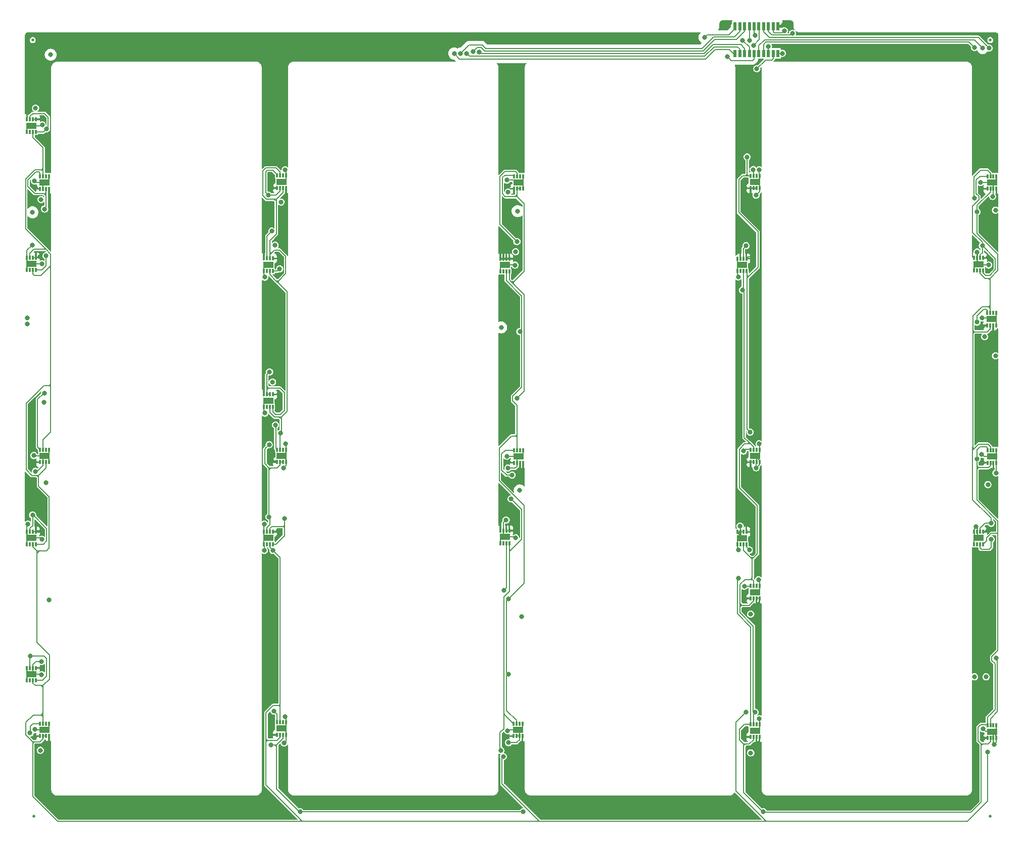
<source format=gbl>
G04 #@! TF.GenerationSoftware,KiCad,Pcbnew,8.0.0-1.fc39*
G04 #@! TF.CreationDate,2024-03-18T17:57:31+01:00*
G04 #@! TF.ProjectId,FT24-AMS-Slave_v1-VTSENS,46543234-2d41-44d5-932d-536c6176655f,rev?*
G04 #@! TF.SameCoordinates,Original*
G04 #@! TF.FileFunction,Copper,L4,Bot*
G04 #@! TF.FilePolarity,Positive*
%FSLAX46Y46*%
G04 Gerber Fmt 4.6, Leading zero omitted, Abs format (unit mm)*
G04 Created by KiCad (PCBNEW 8.0.0-1.fc39) date 2024-03-18 17:57:31*
%MOMM*%
%LPD*%
G01*
G04 APERTURE LIST*
G04 #@! TA.AperFunction,SMDPad,CuDef*
%ADD10R,0.300000X0.700000*%
G04 #@! TD*
G04 #@! TA.AperFunction,SMDPad,CuDef*
%ADD11R,1.700000X1.000000*%
G04 #@! TD*
G04 #@! TA.AperFunction,SMDPad,CuDef*
%ADD12C,0.500000*%
G04 #@! TD*
G04 #@! TA.AperFunction,SMDPad,CuDef*
%ADD13R,0.550000X1.300000*%
G04 #@! TD*
G04 #@! TA.AperFunction,SMDPad,CuDef*
%ADD14R,0.550000X1.400000*%
G04 #@! TD*
G04 #@! TA.AperFunction,ViaPad*
%ADD15C,0.800000*%
G04 #@! TD*
G04 #@! TA.AperFunction,Conductor*
%ADD16C,0.200000*%
G04 #@! TD*
G04 #@! TA.AperFunction,Conductor*
%ADD17C,0.250000*%
G04 #@! TD*
G04 APERTURE END LIST*
D10*
X106825000Y-65275000D03*
X106325000Y-65275000D03*
X105825000Y-65275000D03*
X105325000Y-65275000D03*
X105325000Y-63175000D03*
X105825000Y-63175000D03*
X106325000Y-63175000D03*
X106825000Y-63175000D03*
D11*
X106075000Y-64225000D03*
D10*
X186130330Y-111087498D03*
X185630330Y-111087498D03*
X185130330Y-111087498D03*
X184630330Y-111087498D03*
X184630330Y-108987498D03*
X185130330Y-108987498D03*
X185630330Y-108987498D03*
X186130330Y-108987498D03*
D11*
X185380330Y-110037498D03*
D10*
X146430330Y-65324080D03*
X145930330Y-65324080D03*
X145430330Y-65324080D03*
X144930330Y-65324080D03*
X144930330Y-63224080D03*
X145430330Y-63224080D03*
X145930330Y-63224080D03*
X146430330Y-63224080D03*
D11*
X145680330Y-64274080D03*
D10*
X67130330Y-133875000D03*
X66630330Y-133875000D03*
X66130330Y-133875000D03*
X65630330Y-133875000D03*
X65630330Y-131775000D03*
X66130330Y-131775000D03*
X66630330Y-131775000D03*
X67130330Y-131775000D03*
D11*
X66380330Y-132825000D03*
D10*
X146430330Y-110869670D03*
X145930330Y-110869670D03*
X145430330Y-110869670D03*
X144930330Y-110869670D03*
X144930330Y-108769670D03*
X145430330Y-108769670D03*
X145930330Y-108769670D03*
X146430330Y-108769670D03*
D11*
X145680330Y-109819670D03*
D10*
X225800000Y-65200000D03*
X225300000Y-65200000D03*
X224800000Y-65200000D03*
X224300000Y-65200000D03*
X224300000Y-63100000D03*
X224800000Y-63100000D03*
X225300000Y-63100000D03*
X225800000Y-63100000D03*
D11*
X225050000Y-64150000D03*
D10*
X226530330Y-141400000D03*
X227030330Y-141400000D03*
X227530330Y-141400000D03*
X228030330Y-141400000D03*
X228030330Y-143500000D03*
X227530330Y-143500000D03*
X227030330Y-143500000D03*
X226530330Y-143500000D03*
D11*
X227280330Y-142450000D03*
D10*
X107530330Y-49300000D03*
X108030330Y-49300000D03*
X108530330Y-49300000D03*
X109030330Y-49300000D03*
X109030330Y-51400000D03*
X108530330Y-51400000D03*
X108030330Y-51400000D03*
X107530330Y-51400000D03*
D11*
X108280330Y-50350000D03*
D10*
X147230330Y-49400000D03*
X147730330Y-49400000D03*
X148230330Y-49400000D03*
X148730330Y-49400000D03*
X148730330Y-51500000D03*
X148230330Y-51500000D03*
X147730330Y-51500000D03*
X147230330Y-51500000D03*
D11*
X147980330Y-50450000D03*
D12*
X227000000Y-156600000D03*
D10*
X147130330Y-141100000D03*
X147630330Y-141100000D03*
X148130330Y-141100000D03*
X148630330Y-141100000D03*
X148630330Y-143200000D03*
X148130330Y-143200000D03*
X147630330Y-143200000D03*
X147130330Y-143200000D03*
D11*
X147880330Y-142150000D03*
D10*
X226530330Y-95300000D03*
X227030330Y-95300000D03*
X227530330Y-95300000D03*
X228030330Y-95300000D03*
X228030330Y-97400000D03*
X227530330Y-97400000D03*
X227030330Y-97400000D03*
X226530330Y-97400000D03*
D11*
X227280330Y-96350000D03*
D10*
X186130330Y-65300000D03*
X185630330Y-65300000D03*
X185130330Y-65300000D03*
X184630330Y-65300000D03*
X184630330Y-63200000D03*
X185130330Y-63200000D03*
X185630330Y-63200000D03*
X186130330Y-63200000D03*
D11*
X185380330Y-64250000D03*
D10*
X147230330Y-95300000D03*
X147730330Y-95300000D03*
X148230330Y-95300000D03*
X148730330Y-95300000D03*
X148730330Y-97400000D03*
X148230330Y-97400000D03*
X147730330Y-97400000D03*
X147230330Y-97400000D03*
D11*
X147980330Y-96350000D03*
D10*
X186830330Y-141250000D03*
X187330330Y-141250000D03*
X187830330Y-141250000D03*
X188330330Y-141250000D03*
X188330330Y-143350000D03*
X187830330Y-143350000D03*
X187330330Y-143350000D03*
X186830330Y-143350000D03*
D11*
X187580330Y-142300000D03*
D12*
X66800000Y-156600000D03*
D10*
X226480330Y-72300000D03*
X226980330Y-72300000D03*
X227480330Y-72300000D03*
X227980330Y-72300000D03*
X227980330Y-74400000D03*
X227480330Y-74400000D03*
X226980330Y-74400000D03*
X226480330Y-74400000D03*
D11*
X227230330Y-73350000D03*
D10*
X106830330Y-88050000D03*
X106330330Y-88050000D03*
X105830330Y-88050000D03*
X105330330Y-88050000D03*
X105330330Y-85950000D03*
X105830330Y-85950000D03*
X106330330Y-85950000D03*
X106830330Y-85950000D03*
D11*
X106080330Y-87000000D03*
D10*
X67830330Y-141100000D03*
X68330330Y-141100000D03*
X68830330Y-141100000D03*
X69330330Y-141100000D03*
X69330330Y-143200000D03*
X68830330Y-143200000D03*
X68330330Y-143200000D03*
X67830330Y-143200000D03*
D11*
X68580330Y-142150000D03*
D10*
X67130330Y-65137517D03*
X66630330Y-65137517D03*
X66130330Y-65137517D03*
X65630330Y-65137517D03*
X65630330Y-63037517D03*
X66130330Y-63037517D03*
X66630330Y-63037517D03*
X67130330Y-63037517D03*
D11*
X66380330Y-64087517D03*
D10*
X67130330Y-111033274D03*
X66630330Y-111033274D03*
X66130330Y-111033274D03*
X65630330Y-111033274D03*
X65630330Y-108933274D03*
X66130330Y-108933274D03*
X66630330Y-108933274D03*
X67130330Y-108933274D03*
D11*
X66380330Y-109983274D03*
D10*
X67130330Y-41980330D03*
X66630330Y-41980330D03*
X66130330Y-41980330D03*
X65630330Y-41980330D03*
X65630330Y-39880330D03*
X66130330Y-39880330D03*
X66630330Y-39880330D03*
X67130330Y-39880330D03*
D11*
X66380330Y-40930330D03*
D10*
X67830330Y-49410660D03*
X68330330Y-49410660D03*
X68830330Y-49410660D03*
X69330330Y-49410660D03*
X69330330Y-51510660D03*
X68830330Y-51510660D03*
X68330330Y-51510660D03*
X67830330Y-51510660D03*
D11*
X68580330Y-50460660D03*
D10*
X67830330Y-95200000D03*
X68330330Y-95200000D03*
X68830330Y-95200000D03*
X69330330Y-95200000D03*
X69330330Y-97300000D03*
X68830330Y-97300000D03*
X68330330Y-97300000D03*
X67830330Y-97300000D03*
D11*
X68580330Y-96250000D03*
D10*
X186830330Y-118025000D03*
X187330330Y-118025000D03*
X187830330Y-118025000D03*
X188330330Y-118025000D03*
X188330330Y-120125000D03*
X187830330Y-120125000D03*
X187330330Y-120125000D03*
X186830330Y-120125000D03*
D11*
X187580330Y-119075000D03*
D12*
X66600000Y-26600000D03*
D10*
X186830330Y-49312500D03*
X187330330Y-49312500D03*
X187830330Y-49312500D03*
X188330330Y-49312500D03*
X188330330Y-51412500D03*
X187830330Y-51412500D03*
X187330330Y-51412500D03*
X186830330Y-51412500D03*
D11*
X187580330Y-50362500D03*
D13*
X191440000Y-28825000D03*
D14*
X191440000Y-24275000D03*
D13*
X190640000Y-28825000D03*
D14*
X190640000Y-24275000D03*
D13*
X189840000Y-28825000D03*
D14*
X189840000Y-24275000D03*
D13*
X189040000Y-28825000D03*
D14*
X189040000Y-24275000D03*
D13*
X188240000Y-28825000D03*
D14*
X188240000Y-24275000D03*
D13*
X187440000Y-28825000D03*
D14*
X187440000Y-24275000D03*
D13*
X186640000Y-28825000D03*
D14*
X186640000Y-24275000D03*
D13*
X185840000Y-28825000D03*
D14*
X185840000Y-24275000D03*
D13*
X185040000Y-28825000D03*
D14*
X185040000Y-24275000D03*
D13*
X184240000Y-28825000D03*
D14*
X184240000Y-24275000D03*
D10*
X186830330Y-95200000D03*
X187330330Y-95200000D03*
X187830330Y-95200000D03*
X188330330Y-95200000D03*
X188330330Y-97300000D03*
X187830330Y-97300000D03*
X187330330Y-97300000D03*
X186830330Y-97300000D03*
D11*
X187580330Y-96250000D03*
D12*
X227000000Y-26600000D03*
D10*
X226530330Y-49400000D03*
X227030330Y-49400000D03*
X227530330Y-49400000D03*
X228030330Y-49400000D03*
X228030330Y-51500000D03*
X227530330Y-51500000D03*
X227030330Y-51500000D03*
X226530330Y-51500000D03*
D11*
X227280330Y-50450000D03*
D10*
X107530330Y-95200000D03*
X108030330Y-95200000D03*
X108530330Y-95200000D03*
X109030330Y-95200000D03*
X109030330Y-97300000D03*
X108530330Y-97300000D03*
X108030330Y-97300000D03*
X107530330Y-97300000D03*
D11*
X108280330Y-96250000D03*
D10*
X106830330Y-111050007D03*
X106330330Y-111050007D03*
X105830330Y-111050007D03*
X105330330Y-111050007D03*
X105330330Y-108950007D03*
X105830330Y-108950007D03*
X106330330Y-108950007D03*
X106830330Y-108950007D03*
D11*
X106080330Y-110000007D03*
D10*
X225800000Y-111050000D03*
X225300000Y-111050000D03*
X224800000Y-111050000D03*
X224300000Y-111050000D03*
X224300000Y-108950000D03*
X224800000Y-108950000D03*
X225300000Y-108950000D03*
X225800000Y-108950000D03*
D11*
X225050000Y-110000000D03*
D10*
X107513297Y-140875000D03*
X108013297Y-140875000D03*
X108513297Y-140875000D03*
X109013297Y-140875000D03*
X109013297Y-142975000D03*
X108513297Y-142975000D03*
X108013297Y-142975000D03*
X107513297Y-142975000D03*
D11*
X108263297Y-141925000D03*
D15*
X67815250Y-62931839D03*
X68000000Y-59000000D03*
X146900000Y-31450000D03*
X83080330Y-156780330D03*
X147880330Y-152580330D03*
X67600000Y-104750000D03*
X167880330Y-154980330D03*
X107180330Y-32080330D03*
X66946452Y-143303857D03*
X186000000Y-97300000D03*
X187258238Y-62933236D03*
X146252820Y-51084330D03*
X213080330Y-28780330D03*
X67600000Y-31650000D03*
X226000000Y-121250000D03*
X167880330Y-156580330D03*
X192340094Y-24012245D03*
X225696024Y-74597800D03*
X187098357Y-108691450D03*
X225707237Y-97388772D03*
X68100000Y-131800000D03*
X177100000Y-26950000D03*
X68000000Y-57000000D03*
X66200000Y-100600000D03*
X226300000Y-37350000D03*
X146200000Y-76250000D03*
X68100000Y-108800000D03*
X225808225Y-143592202D03*
X196880330Y-28780330D03*
X106700000Y-97100000D03*
X66200000Y-102050000D03*
X146000000Y-100450000D03*
X182800000Y-24250000D03*
X170500000Y-26950000D03*
X185900000Y-51400000D03*
X106463297Y-143025000D03*
X145880330Y-154480330D03*
X160000000Y-26950000D03*
X146000000Y-57450000D03*
X185400000Y-154750000D03*
X67000000Y-53150000D03*
X67030331Y-51319669D03*
X68300000Y-106350000D03*
X83080330Y-154980330D03*
X188100000Y-144399994D03*
X67800000Y-36650000D03*
X107180330Y-45580330D03*
X107705330Y-108900007D03*
X227104145Y-76362710D03*
X226100000Y-59250000D03*
X225600000Y-56350000D03*
X146000000Y-55050000D03*
X68200000Y-39649997D03*
X224400000Y-60200000D03*
X226700000Y-54000000D03*
X107880330Y-85800000D03*
X188080330Y-121174992D03*
X185780330Y-143400000D03*
X151400000Y-26950000D03*
X146100000Y-80050000D03*
X147000000Y-74250000D03*
X226600000Y-63018671D03*
X226300000Y-31750000D03*
X226000000Y-128250000D03*
X185880330Y-120175000D03*
X105480330Y-80880330D03*
X66900000Y-97200000D03*
X225500000Y-99200000D03*
X108855678Y-52923325D03*
X107100000Y-39150000D03*
X105380330Y-58680330D03*
X226524999Y-108825001D03*
X107850000Y-63127531D03*
X147500000Y-63200000D03*
X146300000Y-97300000D03*
X187300000Y-152950000D03*
X147400000Y-108800000D03*
X106700004Y-51400000D03*
X225550000Y-51461267D03*
X146048298Y-143341248D03*
X227385216Y-52781323D03*
X108181979Y-53718017D03*
X188280330Y-94250000D03*
X105380330Y-112100007D03*
X146000618Y-50065066D03*
X145900000Y-107000000D03*
X107205330Y-60980330D03*
X68100000Y-132900000D03*
X105475000Y-66325000D03*
X66505844Y-60952033D03*
X105400000Y-107700000D03*
X67000000Y-142100000D03*
X226280330Y-133280298D03*
X67989441Y-53298557D03*
X225800000Y-142000000D03*
X187780326Y-52562492D03*
X188180330Y-116975000D03*
X68192891Y-40792891D03*
X108930330Y-94250000D03*
X186880330Y-122775000D03*
X108734096Y-144365904D03*
X68100000Y-130700000D03*
X66800000Y-96200000D03*
X68150000Y-64100000D03*
X189850000Y-27650000D03*
X108863297Y-139925000D03*
X67030378Y-98850000D03*
X146249151Y-52088490D03*
X188282672Y-48367547D03*
X184780330Y-112037498D03*
X185100000Y-108000000D03*
X227955854Y-99100000D03*
X224605027Y-108068018D03*
X187780330Y-98250000D03*
X188283914Y-140301136D03*
X66900000Y-50192240D03*
X184780330Y-66250000D03*
X224805858Y-62100000D03*
X225392772Y-50473702D03*
X68135832Y-110200000D03*
X226750982Y-64286269D03*
X146000000Y-96300000D03*
X225574207Y-95977443D03*
X226062847Y-76286239D03*
X108599996Y-98299996D03*
X67880330Y-145580330D03*
X146161410Y-142289188D03*
X147400000Y-64300000D03*
X225622859Y-73154173D03*
X65795190Y-107714860D03*
X108880330Y-48350000D03*
X147500000Y-110000000D03*
X186880330Y-146000000D03*
X146200000Y-98300000D03*
X146320727Y-144303427D03*
X186080330Y-61050000D03*
X106780322Y-83900000D03*
X105480330Y-89100000D03*
X67080330Y-37999998D03*
X147500000Y-62050000D03*
X224355854Y-133281559D03*
X227700000Y-144600000D03*
X192175002Y-28825001D03*
X225710445Y-27921107D03*
X187370199Y-27468796D03*
X147827927Y-55250000D03*
X182950000Y-29350000D03*
X145070491Y-74723395D03*
X187574129Y-25831711D03*
X185500000Y-26650000D03*
X148177927Y-102043988D03*
X186644701Y-26684039D03*
X148500000Y-123150000D03*
X69300000Y-120350000D03*
X141399998Y-28600000D03*
X68849974Y-100750000D03*
X65700000Y-73180330D03*
X140355326Y-28550000D03*
X68499990Y-87250000D03*
X139299994Y-28850000D03*
X65700000Y-74180330D03*
X138249991Y-28850000D03*
X66550010Y-55450000D03*
X69600007Y-29050007D03*
X137199988Y-28850000D03*
X179150000Y-26150002D03*
X146900000Y-99450000D03*
X66180330Y-129780330D03*
X107975000Y-64925000D03*
X66580330Y-106180330D03*
X107280330Y-91080330D03*
X185680330Y-95450000D03*
X225671220Y-61055330D03*
X106482967Y-144645908D03*
X68850000Y-62753520D03*
X224805862Y-73850000D03*
X148780336Y-155880330D03*
X68900000Y-41500000D03*
X186780330Y-92280330D03*
X106650000Y-58590706D03*
X146723844Y-103475497D03*
X186280330Y-46180330D03*
X192500002Y-25050000D03*
X147752927Y-86614433D03*
X68600000Y-85750000D03*
X111380330Y-155880330D03*
X68600000Y-54900000D03*
X66150024Y-142691433D03*
X186642984Y-112037346D03*
X188980330Y-155880330D03*
X108780330Y-106780330D03*
X224755854Y-96750000D03*
X106280330Y-82180330D03*
X185792983Y-118087653D03*
X145044513Y-145634464D03*
X184780332Y-116775000D03*
X106992983Y-138992983D03*
X106039996Y-52547837D03*
X106830323Y-112099993D03*
X145500000Y-118750000D03*
X145427927Y-146620350D03*
X227155854Y-110250000D03*
X187600000Y-139200000D03*
X187900000Y-31410000D03*
X106205330Y-94355350D03*
X186100000Y-139200000D03*
X106180330Y-106480330D03*
X226580330Y-145880330D03*
X227155826Y-107550000D03*
X224355854Y-53050000D03*
X146299999Y-132850001D03*
X108080330Y-92480330D03*
X148202927Y-75450000D03*
X146330330Y-120180330D03*
X227955854Y-130150000D03*
X187284900Y-48300788D03*
X224755854Y-55394665D03*
X147700000Y-60350000D03*
X185480330Y-68480330D03*
X226600000Y-101050000D03*
X193850000Y-25450004D03*
X227880330Y-79480330D03*
X224380331Y-27869669D03*
X226800000Y-27950000D03*
X227880332Y-55080330D03*
D16*
X107530330Y-51400000D02*
X106700004Y-51400000D01*
X106700000Y-97100000D02*
X107330330Y-97100000D01*
X106513297Y-142975000D02*
X106463297Y-143025000D01*
X187830330Y-51412500D02*
X186830330Y-51412500D01*
X186802309Y-108987498D02*
X187098357Y-108691450D01*
X226491597Y-51461267D02*
X226530330Y-51500000D01*
X147475920Y-63224080D02*
X146430330Y-63224080D01*
X225707237Y-97388772D02*
X225718465Y-97400000D01*
X146400000Y-97400000D02*
X146300000Y-97300000D01*
X186130330Y-63200000D02*
X186397094Y-62933236D01*
X68100000Y-131800000D02*
X68075000Y-131775000D01*
X186130330Y-108987498D02*
X186802309Y-108987498D01*
X67263604Y-108800000D02*
X67130330Y-108933274D01*
X186397094Y-62933236D02*
X187258238Y-62933236D01*
X144930330Y-63224080D02*
X146430330Y-63224080D01*
X185912500Y-51412500D02*
X185900000Y-51400000D01*
X225718465Y-97400000D02*
X226530330Y-97400000D01*
X192077339Y-24275000D02*
X192340094Y-24012245D01*
X106830330Y-85950000D02*
X107730330Y-85950000D01*
X106872469Y-63127531D02*
X106825000Y-63175000D01*
X145930330Y-108769670D02*
X146430330Y-108769670D01*
X191440000Y-24275000D02*
X192077339Y-24275000D01*
X68100000Y-108800000D02*
X67263604Y-108800000D01*
X107850000Y-63127531D02*
X106872469Y-63127531D01*
X187830330Y-120125000D02*
X188330330Y-120125000D01*
X224055854Y-62855854D02*
X224055854Y-60544146D01*
X225893824Y-74400000D02*
X226480330Y-74400000D01*
X66900000Y-97200000D02*
X67000000Y-97300000D01*
X147400000Y-108800000D02*
X147369670Y-108769670D01*
X185780330Y-143400000D02*
X186780330Y-143400000D01*
X107730330Y-85950000D02*
X107880330Y-85800000D01*
X186780330Y-143400000D02*
X186830330Y-143350000D01*
X225696024Y-74597800D02*
X225893824Y-74400000D01*
X187330330Y-97300000D02*
X186830330Y-97300000D01*
X67000000Y-97300000D02*
X67830330Y-97300000D01*
X225900427Y-143500000D02*
X226530330Y-143500000D01*
X224055854Y-60544146D02*
X224400000Y-60200000D01*
X225808225Y-143592202D02*
X225900427Y-143500000D01*
X67830330Y-143200000D02*
X67050309Y-143200000D01*
X107330330Y-97100000D02*
X107530330Y-97300000D01*
X147369670Y-108769670D02*
X146430330Y-108769670D01*
X67709572Y-63037517D02*
X67815250Y-62931839D01*
X67050309Y-143200000D02*
X66946452Y-143303857D01*
X67130330Y-39880330D02*
X66630330Y-39880330D01*
X66630330Y-63037517D02*
X67130330Y-63037517D01*
X147500000Y-63200000D02*
X147475920Y-63224080D01*
X66630330Y-108933274D02*
X67130330Y-108933274D01*
X107513297Y-142975000D02*
X106513297Y-142975000D01*
X227480330Y-75986525D02*
X227480330Y-74400000D01*
X226400000Y-108950000D02*
X226524999Y-108825001D01*
X227104145Y-76362710D02*
X227480330Y-75986525D01*
X186000000Y-97300000D02*
X186830330Y-97300000D01*
X225800000Y-108950000D02*
X226400000Y-108950000D01*
X186780330Y-120175000D02*
X186830330Y-120125000D01*
X146189546Y-143200000D02*
X146048298Y-143341248D01*
X106830330Y-108950007D02*
X107655330Y-108950007D01*
X67130330Y-63037517D02*
X67709572Y-63037517D01*
X186830330Y-51412500D02*
X185912500Y-51412500D01*
X67221322Y-51510660D02*
X67030331Y-51319669D01*
X147230330Y-97400000D02*
X146400000Y-97400000D01*
X224300000Y-63100000D02*
X224055854Y-62855854D01*
X107802531Y-63175000D02*
X107850000Y-63127531D01*
X185880330Y-120175000D02*
X186780330Y-120175000D01*
X67130330Y-39880330D02*
X67969667Y-39880330D01*
X107655330Y-108950007D02*
X107705330Y-108900007D01*
X67830330Y-51510660D02*
X67221322Y-51510660D01*
X67969667Y-39880330D02*
X68200000Y-39649997D01*
X147130330Y-143200000D02*
X146189546Y-143200000D01*
X68075000Y-131775000D02*
X67130330Y-131775000D01*
X225550000Y-51461267D02*
X226491597Y-51461267D01*
X68135832Y-110200000D02*
X67919106Y-109983274D01*
X108863297Y-139925000D02*
X109013297Y-140075000D01*
X147630330Y-143200000D02*
X148130330Y-143200000D01*
X188030330Y-96700000D02*
X187580330Y-96250000D01*
X147730330Y-98000000D02*
X147730330Y-97400000D01*
X69330330Y-49860660D02*
X68355330Y-50835660D01*
X148730330Y-95950000D02*
X148330330Y-96350000D01*
X146300598Y-142150000D02*
X146161410Y-142289188D01*
X66380330Y-64087517D02*
X66230330Y-64087517D01*
X67919106Y-109983274D02*
X66380330Y-109983274D01*
X184899080Y-109418748D02*
X184999080Y-109518748D01*
X147319670Y-109819670D02*
X145680330Y-109819670D01*
X188330330Y-97000000D02*
X188280330Y-96950000D01*
X66030330Y-40930330D02*
X66380330Y-40930330D01*
X185174080Y-109431248D02*
X184730330Y-108987498D01*
X188330330Y-118025000D02*
X188330330Y-118675000D01*
X224830330Y-109980330D02*
X224330330Y-109480330D01*
X227530330Y-142700000D02*
X227280330Y-142450000D01*
X147430330Y-98300000D02*
X147730330Y-98000000D01*
X148630330Y-141750000D02*
X148230330Y-142150000D01*
X109030330Y-48500000D02*
X108880330Y-48350000D01*
X188330330Y-50962500D02*
X187730330Y-50362500D01*
X188325000Y-48409875D02*
X188282672Y-48367547D01*
X188330330Y-52012488D02*
X187780326Y-52562492D01*
X148280330Y-50450000D02*
X147980330Y-50450000D01*
X185630330Y-61500000D02*
X186080330Y-61050000D01*
X184630330Y-109149998D02*
X184899080Y-109418748D01*
X108630330Y-50350000D02*
X108280330Y-50350000D01*
X105862500Y-64225000D02*
X106075000Y-64225000D01*
X225392772Y-50473702D02*
X225416474Y-50450000D01*
X65630330Y-131775000D02*
X65630330Y-132225000D01*
D17*
X224800000Y-62105858D02*
X224805858Y-62100000D01*
D16*
X65630330Y-110522614D02*
X66169670Y-109983274D01*
X148730330Y-51500000D02*
X148730330Y-50900000D01*
X108280330Y-96250000D02*
X108430330Y-96250000D01*
X144930330Y-64674080D02*
X144930330Y-65324080D01*
X189850000Y-27650000D02*
X189840000Y-27660000D01*
X105325000Y-66175000D02*
X105475000Y-66325000D01*
X185267830Y-109124998D02*
X185267830Y-109337498D01*
X105330330Y-88950000D02*
X105480330Y-89100000D01*
X225946764Y-96350000D02*
X225574207Y-95977443D01*
X65630330Y-63037517D02*
X65630330Y-61827547D01*
X185130330Y-108987498D02*
X185130330Y-108030330D01*
X187780330Y-97350000D02*
X187830330Y-97300000D01*
X184980330Y-108987498D02*
X184980330Y-109237498D01*
X144930330Y-110869670D02*
X144930330Y-110219670D01*
X188330330Y-141250000D02*
X188330330Y-140347552D01*
X148130330Y-142400000D02*
X147880330Y-142150000D01*
X66230330Y-132825000D02*
X66380330Y-132825000D01*
X66900000Y-50192240D02*
X67168420Y-50460660D01*
X185380330Y-109899998D02*
X185380330Y-110037498D01*
X65630330Y-63487517D02*
X66230330Y-64087517D01*
X109030330Y-49300000D02*
X109030330Y-48500000D01*
X105775000Y-64225000D02*
X106075000Y-64225000D01*
X187780330Y-97750000D02*
X187780330Y-97350000D01*
X144930330Y-110219670D02*
X145330330Y-109819670D01*
X109030330Y-95650000D02*
X109030330Y-95200000D01*
X108263297Y-141925000D02*
X108563297Y-141925000D01*
X105330330Y-88050000D02*
X105330330Y-88950000D01*
X148730330Y-49400000D02*
X148730330Y-50000000D01*
X188330330Y-51412500D02*
X188330330Y-50962500D01*
X188330330Y-97300000D02*
X188330330Y-97000000D01*
X68100000Y-130700000D02*
X67155330Y-130700000D01*
X65630330Y-64687517D02*
X65630330Y-65137517D01*
X188330330Y-94300000D02*
X188280330Y-94250000D01*
X185130330Y-108030330D02*
X185100000Y-108000000D01*
X105462500Y-64625000D02*
X105862500Y-64225000D01*
X105830330Y-110000007D02*
X106080330Y-110000007D01*
X227646015Y-73330330D02*
X227250000Y-73330330D01*
X65630330Y-41330330D02*
X66030330Y-40930330D01*
X66169670Y-109983274D02*
X66230330Y-109983274D01*
X185174080Y-109431248D02*
X185267830Y-109337498D01*
X65630330Y-133875000D02*
X65630330Y-133425000D01*
X109013297Y-141475000D02*
X109013297Y-140875000D01*
X185130330Y-108987498D02*
X185267830Y-109124998D01*
X228030330Y-143200000D02*
X227280330Y-142450000D01*
X147400000Y-64300000D02*
X147374080Y-64274080D01*
X105330330Y-111050007D02*
X105330330Y-110500007D01*
X224300000Y-110450000D02*
X224750000Y-110000000D01*
X184980330Y-108987498D02*
X184630330Y-108987498D01*
D17*
X224300000Y-64550000D02*
X224700000Y-64150000D01*
D16*
X224330330Y-108342715D02*
X224605027Y-108068018D01*
X189840000Y-27660000D02*
X189840000Y-28825000D01*
X65630330Y-108933274D02*
X65630330Y-109383274D01*
X184630330Y-108987498D02*
X184630330Y-109149998D01*
X65630330Y-41980330D02*
X65630330Y-41330330D01*
X185086580Y-109518748D02*
X185174080Y-109431248D01*
X185630330Y-108987498D02*
X184980330Y-108987498D01*
X109030330Y-49300000D02*
X109030330Y-49950000D01*
X185267830Y-109924998D02*
X185380330Y-110037498D01*
X184999080Y-109518748D02*
X185380330Y-109899998D01*
X109030330Y-96430330D02*
X109030330Y-97869662D01*
X105330330Y-111050007D02*
X105380330Y-111100007D01*
X105325000Y-65275000D02*
X105325000Y-66175000D01*
X227530330Y-144430330D02*
X227700000Y-144600000D01*
X188330330Y-49762500D02*
X187730330Y-50362500D01*
X67330330Y-98850000D02*
X68330330Y-97850000D01*
X184630330Y-111887498D02*
X184780330Y-112037498D01*
X109013297Y-142975000D02*
X109013297Y-142525000D01*
X225416474Y-50450000D02*
X227280330Y-50450000D01*
X105730330Y-87000000D02*
X105330330Y-87400000D01*
D17*
X224700000Y-64150000D02*
X225050000Y-64150000D01*
D16*
X65630330Y-107879720D02*
X65630330Y-108933274D01*
X145430330Y-107469670D02*
X145900000Y-107000000D01*
X147980330Y-50450000D02*
X147595396Y-50065066D01*
X108430330Y-96250000D02*
X109030330Y-95650000D01*
X226750982Y-64286269D02*
X225186269Y-64286269D01*
X147500000Y-110000000D02*
X147319670Y-109819670D01*
X185167830Y-64250000D02*
X184630330Y-63712500D01*
X105330330Y-108950007D02*
X105330330Y-109500007D01*
X105325000Y-64675000D02*
X105775000Y-64225000D01*
X106080330Y-87000000D02*
X105730330Y-87000000D01*
X228030330Y-142000000D02*
X228030330Y-141400000D01*
X66230330Y-109983274D02*
X66380330Y-109983274D01*
X227630330Y-72950000D02*
X227230330Y-73350000D01*
X227580330Y-96350000D02*
X227280330Y-96350000D01*
X185267830Y-109337498D02*
X185267830Y-109924998D01*
X67168420Y-50460660D02*
X68580330Y-50460660D01*
X68137517Y-64087517D02*
X66380330Y-64087517D01*
X67155330Y-130700000D02*
X66630330Y-131225000D01*
X105325000Y-65275000D02*
X105325000Y-64675000D01*
X108430330Y-96250000D02*
X109030330Y-96850000D01*
X68330330Y-51060660D02*
X68105330Y-50835660D01*
X188180330Y-116975000D02*
X188330330Y-117125000D01*
X224300000Y-111050000D02*
X224300000Y-110450000D01*
X191440000Y-28825000D02*
X192175000Y-28825000D01*
X108563297Y-141925000D02*
X109013297Y-141475000D01*
X227955854Y-99100000D02*
X228030330Y-99025524D01*
X68930330Y-142150000D02*
X68580330Y-142150000D01*
X227530330Y-143500000D02*
X227530330Y-142700000D01*
X184999080Y-109256248D02*
X185130330Y-109124998D01*
X228030330Y-96800000D02*
X227580330Y-96350000D01*
X187830330Y-96500000D02*
X187580330Y-96250000D01*
X227280330Y-50450000D02*
X227530330Y-50700000D01*
X227530330Y-143500000D02*
X227530330Y-144430330D01*
X69330330Y-49410660D02*
X69330330Y-49860660D01*
X184730330Y-108987498D02*
X184630330Y-108987498D01*
X227230330Y-142400000D02*
X226200000Y-142400000D01*
X185167830Y-64250000D02*
X185380330Y-64250000D01*
X147595396Y-50065066D02*
X146000618Y-50065066D01*
X68330330Y-97300000D02*
X68330330Y-96500000D01*
D17*
X224800000Y-63100000D02*
X224800000Y-62105858D01*
D16*
X224830330Y-109980330D02*
X224830330Y-110330330D01*
X147880330Y-142150000D02*
X146300598Y-142150000D01*
X227580330Y-142450000D02*
X228030330Y-142000000D01*
X184630330Y-111087498D02*
X184630330Y-110437498D01*
X68730330Y-96250000D02*
X68580330Y-96250000D01*
X224750000Y-110000000D02*
X225050000Y-110000000D01*
X227980330Y-72900000D02*
X227930330Y-72950000D01*
X145430330Y-108769670D02*
X145430330Y-109569670D01*
X66230330Y-64087517D02*
X65630330Y-64687517D01*
X65630330Y-133425000D02*
X66230330Y-132825000D01*
X227250000Y-73330330D02*
X227230330Y-73350000D01*
X68330330Y-51510660D02*
X68330330Y-51060660D01*
X185630330Y-63200000D02*
X185630330Y-61500000D01*
X225186269Y-64286269D02*
X225050000Y-64150000D01*
X188330330Y-49312500D02*
X188330330Y-49762500D01*
X188330330Y-140347552D02*
X188283914Y-140301136D01*
X109013297Y-140075000D02*
X109013297Y-140875000D01*
X105380330Y-111100007D02*
X105380330Y-112100007D01*
X109013297Y-144086703D02*
X108734096Y-144365904D01*
X148730330Y-50000000D02*
X148280330Y-50450000D01*
X105400000Y-107700000D02*
X105330330Y-107769670D01*
X109030330Y-49950000D02*
X108630330Y-50350000D01*
X187930330Y-119075000D02*
X187580330Y-119075000D01*
X228030330Y-143500000D02*
X228030330Y-144269670D01*
X227280330Y-142450000D02*
X227230330Y-142400000D01*
X147980330Y-96350000D02*
X146050000Y-96350000D01*
X148630330Y-141100000D02*
X148630330Y-141750000D01*
X188330330Y-141900000D02*
X187930330Y-142300000D01*
X228030330Y-99025524D02*
X228030330Y-97400000D01*
X227980330Y-74400000D02*
X227980330Y-73664645D01*
X148130330Y-143800000D02*
X147626903Y-144303427D01*
X69330330Y-141100000D02*
X69330330Y-141750000D01*
X108930330Y-94250000D02*
X109030330Y-94350000D01*
X66630330Y-131775000D02*
X66630330Y-132575000D01*
X227530330Y-52636209D02*
X227385216Y-52781323D01*
X67050000Y-142150000D02*
X68580330Y-142150000D01*
X224830330Y-109980330D02*
X224830330Y-108293321D01*
X147374080Y-64274080D02*
X145680330Y-64274080D01*
X187930330Y-142300000D02*
X187580330Y-142300000D01*
X228030330Y-95300000D02*
X228030330Y-95900000D01*
X69330330Y-97300000D02*
X69330330Y-96850000D01*
X68330330Y-96500000D02*
X68580330Y-96250000D01*
X147730330Y-96600000D02*
X147980330Y-96350000D01*
X227230330Y-73350000D02*
X227034503Y-73154173D01*
X148730330Y-50900000D02*
X148280330Y-50450000D01*
X68330330Y-97850000D02*
X68330330Y-97300000D01*
X188330330Y-49312500D02*
X188325000Y-49307170D01*
X105330330Y-87400000D02*
X105330330Y-88050000D01*
X145430330Y-109569670D02*
X145680330Y-109819670D01*
X188130330Y-96800000D02*
X188030330Y-96700000D01*
X224830330Y-108293321D02*
X224605027Y-108068018D01*
X188330330Y-95850000D02*
X187930330Y-96250000D01*
X187930330Y-96250000D02*
X187580330Y-96250000D01*
X145330330Y-109819670D02*
X145680330Y-109819670D01*
X68880330Y-96250000D02*
X68580330Y-96250000D01*
X109030330Y-94350000D02*
X109030330Y-95200000D01*
X65630330Y-132225000D02*
X66230330Y-132825000D01*
X69330330Y-96850000D02*
X68730330Y-96250000D01*
X188325000Y-49307170D02*
X188325000Y-48409875D01*
X185030330Y-110037498D02*
X185380330Y-110037498D01*
X105330330Y-110500007D02*
X105830330Y-110000007D01*
X227980330Y-72300000D02*
X227980330Y-72900000D01*
X69330330Y-95200000D02*
X69330330Y-95800000D01*
X188330330Y-95200000D02*
X188330330Y-95850000D01*
X227530330Y-50700000D02*
X227530330Y-52636209D01*
X148130330Y-143200000D02*
X148130330Y-142400000D01*
X68055452Y-40930330D02*
X66380330Y-40930330D01*
X65630330Y-61827547D02*
X66505844Y-60952033D01*
X69330330Y-141750000D02*
X68930330Y-142150000D01*
X184630330Y-66100000D02*
X184780330Y-66250000D01*
X187830330Y-96850000D02*
X187830330Y-96500000D01*
X68192891Y-40792891D02*
X68055452Y-40930330D01*
X184630330Y-65300000D02*
X184630330Y-64787500D01*
X184999080Y-109518748D02*
X185086580Y-109518748D01*
X146050000Y-96350000D02*
X146000000Y-96300000D01*
X226200000Y-142400000D02*
X225800000Y-142000000D01*
X148130330Y-143200000D02*
X148130330Y-143800000D01*
X227280330Y-96350000D02*
X225946764Y-96350000D01*
X66630330Y-132575000D02*
X66380330Y-132825000D01*
X65630330Y-109383274D02*
X66230330Y-109983274D01*
X228030330Y-144269670D02*
X227700000Y-144600000D01*
X188330330Y-97700000D02*
X187780330Y-98250000D01*
D17*
X224800000Y-63900000D02*
X225050000Y-64150000D01*
D16*
X228030330Y-143500000D02*
X228030330Y-143200000D01*
D17*
X228030330Y-49400000D02*
X228030330Y-50050000D01*
D16*
X184899080Y-109356248D02*
X184999080Y-109256248D01*
X145680330Y-64274080D02*
X145330330Y-64274080D01*
X188330330Y-117125000D02*
X188330330Y-118025000D01*
X184630330Y-64787500D02*
X185167830Y-64250000D01*
X145330330Y-64274080D02*
X144930330Y-64674080D01*
X227280330Y-142450000D02*
X227580330Y-142450000D01*
X109030330Y-97869662D02*
X108599996Y-98299996D01*
X109030330Y-96850000D02*
X109030330Y-97300000D01*
X105330330Y-109500007D02*
X105830330Y-110000007D01*
X188280330Y-96950000D02*
X188130330Y-96800000D01*
X224330330Y-109480330D02*
X224330330Y-108342715D01*
X66630330Y-131775000D02*
X66630330Y-131225000D01*
X184899080Y-109418748D02*
X184899080Y-109356248D01*
X187830330Y-97300000D02*
X187830330Y-96850000D01*
X148230330Y-142150000D02*
X147880330Y-142150000D01*
X66850000Y-96250000D02*
X68580330Y-96250000D01*
D17*
X224800000Y-63100000D02*
X224800000Y-63900000D01*
X228030330Y-50050000D02*
X227630330Y-50450000D01*
D16*
X66800000Y-96200000D02*
X66850000Y-96250000D01*
X188330330Y-97300000D02*
X188330330Y-97700000D01*
X188330330Y-95200000D02*
X188330330Y-94300000D01*
X227034503Y-73154173D02*
X225622859Y-73154173D01*
X69330330Y-95800000D02*
X68880330Y-96250000D01*
X146200000Y-98300000D02*
X147430330Y-98300000D01*
X188330330Y-141250000D02*
X188330330Y-141900000D01*
X184630330Y-63712500D02*
X184630330Y-63200000D01*
X65795190Y-107714860D02*
X65630330Y-107879720D01*
X68150000Y-64100000D02*
X68137517Y-64087517D01*
X67030378Y-98850000D02*
X67330330Y-98850000D01*
X147626903Y-144303427D02*
X146320727Y-144303427D01*
X148330330Y-96350000D02*
X147980330Y-96350000D01*
X68025000Y-132825000D02*
X66380330Y-132825000D01*
X65630330Y-111033274D02*
X65630330Y-110522614D01*
X185130330Y-109124998D02*
X185130330Y-108987498D01*
X227930330Y-72950000D02*
X227630330Y-72950000D01*
X188330330Y-51412500D02*
X188330330Y-52012488D01*
X65630330Y-63037517D02*
X65630330Y-63487517D01*
X184630330Y-65300000D02*
X184630330Y-66100000D01*
X187780330Y-98250000D02*
X187780330Y-97750000D01*
X145430330Y-108769670D02*
X145430330Y-107469670D01*
X228030330Y-95900000D02*
X227580330Y-96350000D01*
X228030330Y-97400000D02*
X228030330Y-96800000D01*
X109013297Y-142975000D02*
X109013297Y-144086703D01*
X227980330Y-73664645D02*
X227646015Y-73330330D01*
X109013297Y-142525000D02*
X108413297Y-141925000D01*
X147730330Y-97400000D02*
X147730330Y-96600000D01*
X67000000Y-142100000D02*
X67050000Y-142150000D01*
X184630330Y-110437498D02*
X185030330Y-110037498D01*
X188330330Y-118675000D02*
X187930330Y-119075000D01*
D17*
X224300000Y-65200000D02*
X224300000Y-64550000D01*
D16*
X108413297Y-141925000D02*
X108263297Y-141925000D01*
D17*
X227630330Y-50450000D02*
X227280330Y-50450000D01*
D16*
X184630330Y-111087498D02*
X184630330Y-111887498D01*
X187730330Y-50362500D02*
X187580330Y-50362500D01*
X68100000Y-132900000D02*
X68025000Y-132825000D01*
X105330330Y-107769670D02*
X105330330Y-109530330D01*
X148730330Y-95300000D02*
X148730330Y-95950000D01*
X184980330Y-109237498D02*
X184999080Y-109256248D01*
X188240000Y-28825000D02*
X188240000Y-27544315D01*
X189234315Y-26550000D02*
X224339338Y-26550000D01*
X224339338Y-26550000D02*
X225710445Y-27921107D01*
X188240000Y-27544315D02*
X189234315Y-26550000D01*
X188324129Y-26514866D02*
X187370199Y-27468796D01*
X188240000Y-24275000D02*
X188324129Y-24359129D01*
X188324129Y-24359129D02*
X188324129Y-26514866D01*
X183650000Y-30050000D02*
X182950000Y-29350000D01*
X187440000Y-29760000D02*
X187150000Y-30050000D01*
X187150000Y-30050000D02*
X183650000Y-30050000D01*
X187440000Y-28825000D02*
X187440000Y-29760000D01*
X187440000Y-25697582D02*
X187574129Y-25831711D01*
X187440000Y-24275000D02*
X187440000Y-25697582D01*
X186640000Y-27790000D02*
X185500000Y-26650000D01*
X186640000Y-28825000D02*
X186640000Y-27790000D01*
X186640000Y-26679338D02*
X186644701Y-26684039D01*
X186640000Y-24275000D02*
X186640000Y-26679338D01*
X185840000Y-27975000D02*
X185215000Y-27350000D01*
X185215000Y-27350000D02*
X180568627Y-27350000D01*
X141649998Y-28850000D02*
X141399998Y-28600000D01*
X179068627Y-28850000D02*
X141649998Y-28850000D01*
X185840000Y-28825000D02*
X185840000Y-27975000D01*
X180568627Y-27350000D02*
X179068627Y-28850000D01*
X184515000Y-26500000D02*
X180818629Y-26500000D01*
X185840000Y-24275000D02*
X185840000Y-25175000D01*
X178868705Y-28449924D02*
X142310583Y-28449924D01*
X141055326Y-27850000D02*
X140355326Y-28550000D01*
X180818629Y-26500000D02*
X178868705Y-28449924D01*
X142310583Y-28449924D02*
X141710659Y-27850000D01*
X141710659Y-27850000D02*
X141055326Y-27850000D01*
X185840000Y-25175000D02*
X184515000Y-26500000D01*
X184669915Y-27750000D02*
X185050000Y-28130085D01*
X180734312Y-27750000D02*
X184669915Y-27750000D01*
X139299994Y-28850000D02*
X139749994Y-29300000D01*
X185050000Y-28130085D02*
X185050000Y-29200000D01*
X139749994Y-29300000D02*
X179184312Y-29300000D01*
X179184312Y-29300000D02*
X180734312Y-27750000D01*
X141876345Y-27450000D02*
X142476268Y-28049924D01*
X138249991Y-28850000D02*
X139649991Y-27450000D01*
X185040000Y-25175000D02*
X185040000Y-24275000D01*
X184115000Y-26100000D02*
X185040000Y-25175000D01*
X180652944Y-26100000D02*
X184115000Y-26100000D01*
X139649991Y-27450000D02*
X141876345Y-27450000D01*
X178703019Y-28049924D02*
X180652944Y-26100000D01*
X142476268Y-28049924D02*
X178703019Y-28049924D01*
X184240000Y-29075000D02*
X183315000Y-28150000D01*
X184240000Y-29200000D02*
X184240000Y-29075000D01*
X138099988Y-29750000D02*
X137199988Y-28850000D01*
X179300000Y-29750000D02*
X138099988Y-29750000D01*
X183315000Y-28150000D02*
X180900000Y-28150000D01*
X180900000Y-28150000D02*
X179300000Y-29750000D01*
X184240000Y-24275000D02*
X184240000Y-24700000D01*
X183240000Y-25700000D02*
X179600002Y-25700000D01*
X184240000Y-24700000D02*
X183240000Y-25700000D01*
X179600002Y-25700000D02*
X179150000Y-26150002D01*
X148927927Y-85439433D02*
X147752927Y-86614433D01*
X108780330Y-88600000D02*
X108080330Y-89300000D01*
X185980330Y-49312500D02*
X186030330Y-49312500D01*
X105866726Y-48400000D02*
X105630330Y-48636396D01*
X145505318Y-139919670D02*
X145505318Y-141975012D01*
X107530330Y-49300000D02*
X107530330Y-49100000D01*
X186280330Y-49312500D02*
X186830330Y-49312500D01*
X68830330Y-52110660D02*
X68830330Y-51510660D01*
X226700000Y-98200000D02*
X225100000Y-98200000D01*
X107463297Y-152063297D02*
X111280330Y-155880330D01*
X225480330Y-154280330D02*
X223780330Y-155980330D01*
X186267830Y-66450000D02*
X186267830Y-65950000D01*
X224755854Y-97900000D02*
X224755854Y-98200000D01*
X105830330Y-63169670D02*
X105830330Y-59410376D01*
X111280330Y-155880330D02*
X111380330Y-155880330D01*
X67400000Y-94769670D02*
X67400000Y-86794365D01*
X185680330Y-144800000D02*
X185980330Y-144500000D01*
X192200002Y-25350000D02*
X192500002Y-25050000D01*
X184880330Y-55480330D02*
X184880330Y-49962500D01*
X105830330Y-85950000D02*
X106330330Y-85950000D01*
X106330330Y-108950007D02*
X106330330Y-108400007D01*
X223780330Y-155980330D02*
X188980330Y-155980330D01*
X147063958Y-49233628D02*
X145668381Y-49233628D01*
X184605330Y-122700000D02*
X184605330Y-116950002D01*
X224980330Y-143980330D02*
X225480330Y-144480330D01*
X225889339Y-71700000D02*
X224805862Y-72783477D01*
X107625000Y-65275000D02*
X106825000Y-65275000D01*
X226530330Y-95300000D02*
X226530330Y-94930330D01*
X106112500Y-84900000D02*
X106100000Y-84900000D01*
X185680330Y-95450000D02*
X185980330Y-95150000D01*
X145150000Y-96480330D02*
X145150000Y-98600000D01*
X224055854Y-54394146D02*
X225080330Y-53369670D01*
X147400000Y-52819670D02*
X147700000Y-52819670D01*
X68830330Y-52150000D02*
X68830330Y-52110660D01*
X107184205Y-144645908D02*
X107463297Y-144925000D01*
X66950000Y-52300000D02*
X68440990Y-52300000D01*
X147200000Y-67050000D02*
X147168750Y-67081250D01*
X108780330Y-108480330D02*
X108780330Y-109600007D01*
X66130330Y-39369670D02*
X66130330Y-39880330D01*
X225300000Y-62600000D02*
X225300000Y-63100000D01*
X227800000Y-131050000D02*
X227800000Y-138794975D01*
X108080330Y-89300000D02*
X107280330Y-89300000D01*
X186830330Y-141250000D02*
X186830330Y-124925000D01*
X66180330Y-142661127D02*
X66180330Y-141550000D01*
X224055854Y-58855854D02*
X224055854Y-54394146D01*
X108513297Y-142975000D02*
X108513297Y-143561396D01*
X226300000Y-94700000D02*
X225300000Y-94700000D01*
X67600000Y-48700000D02*
X67150000Y-48700000D01*
X227800000Y-138794975D02*
X226530330Y-140064645D01*
X107330330Y-91130330D02*
X107280330Y-91080330D01*
X226410660Y-141280330D02*
X225400000Y-141280330D01*
X105967830Y-82492830D02*
X106280330Y-82180330D01*
X105830330Y-85950000D02*
X105800000Y-85919670D01*
X147168750Y-67081250D02*
X146768750Y-67081250D01*
X108780330Y-109600007D02*
X107330330Y-111050007D01*
X225480330Y-144780330D02*
X225780330Y-144480330D01*
X111380330Y-155880330D02*
X148780336Y-155880330D01*
X184880330Y-49962500D02*
X185530330Y-49312500D01*
X145150000Y-95904023D02*
X145150000Y-96480330D01*
X226400000Y-110010661D02*
X226400000Y-110450000D01*
X67400000Y-86794365D02*
X68444365Y-85750000D01*
X68900000Y-41500000D02*
X69200000Y-41200000D01*
X186280330Y-49062500D02*
X186280330Y-46180330D01*
X188980330Y-155880330D02*
X188880330Y-155880330D01*
X147400000Y-52819670D02*
X147700000Y-52519670D01*
X69200000Y-39500000D02*
X68600000Y-38900000D01*
X108780330Y-108080330D02*
X108780330Y-108480330D01*
X107975000Y-64925000D02*
X107625000Y-65275000D01*
X66180330Y-141550000D02*
X66630330Y-141100000D01*
X108000000Y-84900000D02*
X108780330Y-85680330D01*
X147168750Y-67481250D02*
X148927927Y-69240427D01*
X145268198Y-52348529D02*
X145739339Y-52819670D01*
X186030330Y-49312500D02*
X186280330Y-49062500D01*
X68830330Y-52110660D02*
X68830330Y-52400000D01*
X186767677Y-118087653D02*
X186830330Y-118025000D01*
X107463297Y-144680420D02*
X107428785Y-144645908D01*
X65800000Y-50050000D02*
X65800000Y-51150000D01*
X146430330Y-111819670D02*
X146430330Y-110869670D01*
X105800000Y-82660660D02*
X105967830Y-82492830D01*
X226530330Y-140064645D02*
X226530330Y-141400000D01*
X107530330Y-49100000D02*
X106830330Y-48400000D01*
X186780330Y-95150000D02*
X186830330Y-95200000D01*
X146480330Y-112219670D02*
X146430330Y-112269670D01*
X145150000Y-98600000D02*
X146000000Y-99450000D01*
X107330330Y-95000000D02*
X107330330Y-91130330D01*
X68850000Y-64450000D02*
X68850000Y-62753520D01*
X145505318Y-139814352D02*
X145600000Y-139719670D01*
X107330330Y-111050007D02*
X106830330Y-111050007D01*
X147168750Y-67081250D02*
X147168750Y-67481250D01*
X106112500Y-84900000D02*
X105812500Y-85200000D01*
X106650007Y-108080330D02*
X108380330Y-108080330D01*
X188080330Y-64650000D02*
X188080330Y-58680330D01*
X144880330Y-145470281D02*
X145044513Y-145634464D01*
X66630330Y-141100000D02*
X67830330Y-141100000D01*
X147730330Y-52519670D02*
X147730330Y-51500000D01*
X225400000Y-141280330D02*
X224980330Y-141700000D01*
X68430330Y-111033274D02*
X67130330Y-111033274D01*
X148927927Y-54047597D02*
X147730330Y-52850000D01*
X67830330Y-95200000D02*
X67400000Y-94769670D01*
X68900000Y-41500000D02*
X68419670Y-41980330D01*
X225480330Y-144480330D02*
X225480330Y-144780330D01*
X186830330Y-49312500D02*
X186530330Y-49312500D01*
X144880330Y-142600000D02*
X144880330Y-145470281D01*
X225055854Y-98200000D02*
X224755854Y-98500000D01*
X227255854Y-129850000D02*
X227255854Y-130505854D01*
X105800000Y-84600000D02*
X105800000Y-82660660D01*
X107463297Y-144680420D02*
X107463297Y-152063297D01*
X68419670Y-41980330D02*
X67130330Y-41980330D01*
X148927927Y-69240427D02*
X148927927Y-85439433D01*
X225671220Y-62228780D02*
X225300000Y-62600000D01*
X145754023Y-95300000D02*
X145150000Y-95904023D01*
X147700000Y-52519670D02*
X147730330Y-52519670D01*
X227030330Y-97869670D02*
X226700000Y-98200000D01*
X146924080Y-67236580D02*
X147013420Y-67236580D01*
X227255854Y-130505854D02*
X227800000Y-131050000D01*
X146430330Y-111819670D02*
X146430330Y-111869670D01*
X187330330Y-143350000D02*
X187330330Y-143800000D01*
X228255854Y-107155854D02*
X228255854Y-109250000D01*
X225671220Y-61055330D02*
X227855854Y-63239964D01*
X186267830Y-91767830D02*
X186267830Y-66450000D01*
X146430330Y-112269670D02*
X146430330Y-118964644D01*
X68930330Y-133175000D02*
X68930330Y-130230330D01*
X105800000Y-84632170D02*
X105812500Y-84619670D01*
X66150024Y-142691433D02*
X66180330Y-142661127D01*
X224755854Y-103655854D02*
X228255854Y-107155854D01*
X225055854Y-98200000D02*
X224755854Y-97900000D01*
X67830330Y-49410660D02*
X67830330Y-48930330D01*
X186267830Y-65950000D02*
X186267830Y-65437500D01*
X107332493Y-52547837D02*
X106039996Y-52547837D01*
X184605330Y-116950002D02*
X184780332Y-116775000D01*
X186630330Y-144500000D02*
X185980330Y-144500000D01*
X225780330Y-144480330D02*
X226619670Y-144480330D01*
X105800000Y-85200000D02*
X105800000Y-84600000D01*
X146430330Y-112219670D02*
X146480330Y-112219670D01*
X107428785Y-144645908D02*
X107163297Y-144645908D01*
X68440990Y-52300000D02*
X68540990Y-52400000D01*
X186830330Y-124925000D02*
X184605330Y-122700000D01*
X186267830Y-66450000D02*
X186280330Y-66450000D01*
X185680330Y-152680330D02*
X185680330Y-144800000D01*
X188980330Y-155980330D02*
X188980330Y-155880330D01*
X108780330Y-108280330D02*
X108780330Y-108480330D01*
X146693750Y-67006250D02*
X146924080Y-67236580D01*
X147013420Y-67236580D02*
X147200000Y-67050000D01*
X146000000Y-99450000D02*
X146900000Y-99450000D01*
X68930330Y-130230330D02*
X68480330Y-129780330D01*
X190640000Y-24275000D02*
X190640000Y-25200000D01*
X188080330Y-58680330D02*
X184880330Y-55480330D01*
X145668381Y-49233628D02*
X145268198Y-49633811D01*
X186780330Y-92280330D02*
X186267830Y-91767830D01*
X68950000Y-108459009D02*
X68950000Y-110513604D01*
X146480330Y-112219670D02*
X146730330Y-111969670D01*
X66180330Y-129780330D02*
X66130330Y-129830330D01*
X68444365Y-85750000D02*
X68600000Y-85750000D01*
X145268198Y-49633811D02*
X145268198Y-52348529D01*
X68830330Y-54669670D02*
X68600000Y-54900000D01*
X66580330Y-107919670D02*
X66580330Y-106180330D01*
X68540990Y-52400000D02*
X68580330Y-52400000D01*
X226480330Y-72300000D02*
X226480330Y-71880330D01*
X186280330Y-66450000D02*
X186580330Y-66150000D01*
X105825000Y-63175000D02*
X105830330Y-63169670D01*
X145739339Y-52819670D02*
X147400000Y-52819670D01*
X146430330Y-118964644D02*
X145505318Y-119889656D01*
X224980330Y-141700000D02*
X224980330Y-143980330D01*
X227855854Y-63239964D02*
X227855854Y-65031334D01*
X186380330Y-66150000D02*
X186580330Y-66150000D01*
X185830330Y-141250000D02*
X186830330Y-141250000D01*
X66130330Y-129830330D02*
X66130330Y-131775000D01*
X108030330Y-51400000D02*
X108030330Y-51850000D01*
X107163297Y-144645908D02*
X106482967Y-144645908D01*
X185980330Y-95150000D02*
X186780330Y-95150000D01*
X228255854Y-109250000D02*
X228255854Y-128850000D01*
X146430330Y-111869670D02*
X146530330Y-111969670D01*
X68830330Y-52400000D02*
X68830330Y-52650000D01*
X227160661Y-109250000D02*
X226400000Y-110010661D01*
X224650000Y-52300000D02*
X224650000Y-50039339D01*
X147230330Y-49400000D02*
X147063958Y-49233628D01*
X145505318Y-119889656D02*
X145505318Y-139474988D01*
X106830330Y-88850000D02*
X106830330Y-88050000D01*
X106100000Y-84900000D02*
X105800000Y-84600000D01*
X224755854Y-96750000D02*
X224755854Y-97900000D01*
X225300000Y-94700000D02*
X224755854Y-95244146D01*
X190790000Y-25350000D02*
X192200002Y-25350000D01*
X146730330Y-111969670D02*
X148500000Y-110200000D01*
X68480330Y-129780330D02*
X66180330Y-129780330D01*
X186267830Y-65437500D02*
X186130330Y-65300000D01*
X66671321Y-106180330D02*
X68950000Y-108459009D01*
X145505318Y-139919670D02*
X145505318Y-139814352D01*
X190640000Y-25200000D02*
X190790000Y-25350000D01*
X107530330Y-95200000D02*
X107330330Y-95000000D01*
X224650000Y-50039339D02*
X225289339Y-49400000D01*
X108380330Y-108080330D02*
X108780330Y-108080330D01*
X68600000Y-38900000D02*
X66600000Y-38900000D01*
X146693750Y-67006250D02*
X146430330Y-66742830D01*
X105800000Y-85919670D02*
X105800000Y-84632170D01*
X108780330Y-85680330D02*
X108780330Y-88600000D01*
X147200000Y-67050000D02*
X148927927Y-65322073D01*
X146924080Y-67236580D02*
X147168750Y-67481250D01*
X145775000Y-139744670D02*
X147130330Y-141100000D01*
X65800000Y-51150000D02*
X66950000Y-52300000D01*
X145600000Y-139719670D02*
X145750000Y-139719670D01*
X68950000Y-110513604D02*
X68430330Y-111033274D01*
X186130330Y-111524692D02*
X186642984Y-112037346D01*
X224755854Y-98500000D02*
X224755854Y-103655854D01*
X147230330Y-95300000D02*
X145754023Y-95300000D01*
X146768750Y-67081250D02*
X146693750Y-67006250D01*
X68580330Y-52400000D02*
X68830330Y-52150000D01*
X224755854Y-98200000D02*
X224755854Y-98500000D01*
X227030330Y-97519670D02*
X227030330Y-97869670D01*
X108380330Y-108080330D02*
X108580330Y-108080330D01*
X226480330Y-71880330D02*
X226300000Y-71700000D01*
X146430330Y-111819670D02*
X146430330Y-112219670D01*
X106112500Y-84900000D02*
X108000000Y-84900000D01*
X66130330Y-108933274D02*
X66130330Y-108369670D01*
X145505318Y-141975012D02*
X144880330Y-142600000D01*
X108580330Y-108080330D02*
X108780330Y-107880330D01*
X106330330Y-108400007D02*
X106650007Y-108080330D01*
X226400000Y-110450000D02*
X225800000Y-111050000D01*
X184980330Y-142100000D02*
X185830330Y-141250000D01*
X107463297Y-144925000D02*
X107463297Y-144680420D01*
X147730330Y-52850000D02*
X147730330Y-52519670D01*
X186580330Y-66150000D02*
X188080330Y-64650000D01*
X225100000Y-98200000D02*
X224755854Y-98200000D01*
X226530330Y-94930330D02*
X226300000Y-94700000D01*
X226300000Y-71700000D02*
X225889339Y-71700000D01*
X225289339Y-49400000D02*
X226530330Y-49400000D01*
X186267830Y-65950000D02*
X186267830Y-66037500D01*
X107513297Y-140875000D02*
X107513297Y-139513297D01*
X148230330Y-51500000D02*
X147730330Y-51500000D01*
X186280330Y-49312500D02*
X186280330Y-49062500D01*
X145505318Y-139474988D02*
X145775000Y-139744670D01*
X188880330Y-155880330D02*
X185680330Y-152680330D01*
X107513297Y-139513297D02*
X106992983Y-138992983D01*
X185680330Y-144800000D02*
X185680330Y-144500000D01*
X225100000Y-98200000D02*
X225055854Y-98200000D01*
X146530330Y-111969670D02*
X146730330Y-111969670D01*
X108513297Y-143561396D02*
X107428785Y-144645908D01*
X108030330Y-51850000D02*
X107332493Y-52547837D01*
X69200000Y-41200000D02*
X69200000Y-39500000D01*
X105830330Y-59410376D02*
X106650000Y-58590706D01*
X146430330Y-66742830D02*
X146430330Y-65324080D01*
X225480330Y-144780330D02*
X225480330Y-154280330D01*
X68830330Y-52650000D02*
X68830330Y-54669670D01*
X148500000Y-105251653D02*
X146723844Y-103475497D01*
X224755854Y-95244146D02*
X224755854Y-96750000D01*
X228255854Y-128850000D02*
X227255854Y-129850000D01*
X66600000Y-38900000D02*
X66130330Y-39369670D01*
X67130330Y-65137517D02*
X68162483Y-65137517D01*
X66580330Y-106180330D02*
X66671321Y-106180330D01*
X106830330Y-48400000D02*
X105866726Y-48400000D01*
X226200000Y-66000000D02*
X225800000Y-65600000D01*
X186267830Y-66037500D02*
X186380330Y-66150000D01*
X186130330Y-111087498D02*
X186130330Y-111524692D01*
X225480330Y-144480330D02*
X225780330Y-144480330D01*
X186530330Y-49312500D02*
X186280330Y-49062500D01*
X227030330Y-144069670D02*
X227030330Y-143500000D01*
X226619670Y-144480330D02*
X227030330Y-144069670D01*
X225080330Y-53369670D02*
X225080330Y-52730330D01*
X105800000Y-84900000D02*
X106112500Y-84900000D01*
X187330330Y-143800000D02*
X186630330Y-144500000D01*
X227855854Y-65031334D02*
X226887188Y-66000000D01*
X67130330Y-133875000D02*
X68230330Y-133875000D01*
X185680330Y-144500000D02*
X184980330Y-143800000D01*
X145505318Y-139474988D02*
X145505318Y-139919670D01*
X68230330Y-133875000D02*
X68930330Y-133175000D01*
X67150000Y-48700000D02*
X65800000Y-50050000D01*
X67830330Y-48930330D02*
X67600000Y-48700000D01*
X68580330Y-52400000D02*
X68830330Y-52650000D01*
X225080330Y-52730330D02*
X224650000Y-52300000D01*
X107163297Y-144645908D02*
X107184205Y-144645908D01*
X185980330Y-144500000D02*
X185680330Y-144500000D01*
X225671220Y-61055330D02*
X225671220Y-60471220D01*
X225671220Y-61055330D02*
X225671220Y-62228780D01*
X228255854Y-109250000D02*
X227160661Y-109250000D01*
X225671220Y-60471220D02*
X224055854Y-58855854D01*
X68162483Y-65137517D02*
X68850000Y-64450000D01*
X145750000Y-139719670D02*
X145775000Y-139744670D01*
X148927927Y-65322073D02*
X148927927Y-54047597D01*
X68540990Y-52400000D02*
X68830330Y-52400000D01*
X105630330Y-48636396D02*
X105630330Y-52138171D01*
X185980330Y-49312500D02*
X186280330Y-49312500D01*
X226530330Y-141400000D02*
X226410660Y-141280330D01*
X148500000Y-110200000D02*
X148500000Y-105251653D01*
X224805862Y-72783477D02*
X224805862Y-73850000D01*
X108780330Y-106780330D02*
X108780330Y-107680330D01*
X185530330Y-49312500D02*
X185980330Y-49312500D01*
X108580330Y-108080330D02*
X108780330Y-108280330D01*
X184980330Y-143800000D02*
X184980330Y-142100000D01*
X107280330Y-89300000D02*
X106830330Y-88850000D01*
X185792983Y-118087653D02*
X186767677Y-118087653D01*
X225800000Y-65600000D02*
X225800000Y-65200000D01*
X66130330Y-108369670D02*
X66580330Y-107919670D01*
X108780330Y-107680330D02*
X108780330Y-108080330D01*
X108780330Y-107880330D02*
X108780330Y-107680330D01*
X105630330Y-52138171D02*
X106039996Y-52547837D01*
X226887188Y-66000000D02*
X226200000Y-66000000D01*
X107925000Y-61775000D02*
X108975000Y-62825000D01*
X69500000Y-64700000D02*
X69600000Y-64800000D01*
X106330330Y-111050007D02*
X106330330Y-111600000D01*
X227030330Y-140285355D02*
X227030330Y-141400000D01*
X226798160Y-111900000D02*
X227155854Y-111542306D01*
X226967278Y-66786948D02*
X226680330Y-66500000D01*
X67330330Y-112183274D02*
X66630330Y-111483274D01*
X227030330Y-48900000D02*
X227030330Y-49400000D01*
X226980330Y-66786948D02*
X226967278Y-66786948D01*
X69300000Y-64700000D02*
X69500000Y-64700000D01*
X152580330Y-157480330D02*
X151480330Y-157480330D01*
X187330330Y-94750000D02*
X187330330Y-95200000D01*
X69300000Y-64700000D02*
X69600000Y-64400000D01*
X68528571Y-61371429D02*
X68528571Y-61521429D01*
X188580330Y-157480330D02*
X152980330Y-157480330D01*
X108530330Y-51400000D02*
X108530330Y-52136243D01*
X224080330Y-94830330D02*
X224200000Y-94950000D01*
X224080330Y-75250000D02*
X224330330Y-75500000D01*
X186780330Y-116975000D02*
X187117830Y-116975000D01*
X226980330Y-71580330D02*
X226980330Y-72300000D01*
X185630330Y-68330330D02*
X185630330Y-65300000D01*
X185055330Y-121575000D02*
X185055330Y-121275000D01*
X186505330Y-93925000D02*
X185780330Y-93200000D01*
X105882967Y-143920908D02*
X105737059Y-143920908D01*
X225030330Y-94300000D02*
X224440165Y-94890165D01*
X147530330Y-92950000D02*
X147730330Y-93150000D01*
X146785660Y-92950000D02*
X147500000Y-92950000D01*
X66580330Y-153330330D02*
X66580330Y-144450000D01*
X151080330Y-157480330D02*
X111780330Y-157480330D01*
X107400000Y-53600000D02*
X107400000Y-53300000D01*
X68330330Y-134725000D02*
X68330330Y-135025000D01*
X67580330Y-101330330D02*
X69350000Y-103100000D01*
X67180330Y-99550000D02*
X66480330Y-99550000D01*
X67992813Y-66007187D02*
X69300000Y-64700000D01*
X68330330Y-93519670D02*
X69600000Y-92250000D01*
X66580330Y-144150000D02*
X66880330Y-144150000D01*
X190400000Y-29950000D02*
X189360000Y-29950000D01*
X187117830Y-113537498D02*
X187349080Y-113306248D01*
X66950000Y-48300000D02*
X65400000Y-49850000D01*
X107775000Y-66925000D02*
X107775000Y-67325000D01*
X105663297Y-139297363D02*
X105680330Y-139280330D01*
X68830330Y-143200000D02*
X68330330Y-143200000D01*
X106325000Y-65875000D02*
X106325000Y-65275000D01*
X68280330Y-139950000D02*
X68330330Y-139950000D01*
X147500000Y-92950000D02*
X147530330Y-92950000D01*
X187330330Y-120125000D02*
X187330330Y-120575000D01*
X186380330Y-94250000D02*
X186680330Y-94250000D01*
X189130330Y-157130330D02*
X189180330Y-157180330D01*
X148900000Y-117610660D02*
X148900000Y-104590992D01*
X228200000Y-139115685D02*
X227030330Y-140285355D01*
X148527927Y-69477927D02*
X145930330Y-66880330D01*
X186780330Y-116975000D02*
X186817830Y-116975000D01*
X69600000Y-84250000D02*
X69600000Y-84100000D01*
X144750000Y-94985660D02*
X146785660Y-92950000D01*
X105155330Y-48475000D02*
X105155330Y-52688476D01*
X186680330Y-94250000D02*
X186830330Y-94250000D01*
X226700000Y-71300000D02*
X226980330Y-71580330D01*
X185055330Y-117800000D02*
X185880330Y-116975000D01*
X187330330Y-48346218D02*
X187284900Y-48300788D01*
X108530330Y-52136243D02*
X107400000Y-53266573D01*
X145200000Y-146848277D02*
X145200000Y-151200000D01*
X188980330Y-157480330D02*
X187780330Y-157480330D01*
X151180330Y-157380330D02*
X151080330Y-157480330D01*
X145980330Y-120530330D02*
X145980330Y-132530332D01*
X67580330Y-99819670D02*
X67580330Y-99950000D01*
X108080330Y-92480330D02*
X108030330Y-92530330D01*
X226700000Y-71300000D02*
X225600000Y-71300000D01*
X106480330Y-98250000D02*
X106600000Y-98250000D01*
X109230330Y-68780330D02*
X107825000Y-67375000D01*
X189180330Y-157180330D02*
X189180330Y-157380330D01*
X227155826Y-107550000D02*
X226100000Y-107550000D01*
X69600000Y-64607187D02*
X69600000Y-62442859D01*
X187230330Y-117087500D02*
X187117830Y-116975000D01*
X68500000Y-84450000D02*
X69200000Y-84450000D01*
X148527927Y-75125000D02*
X148527927Y-69477927D01*
X105680330Y-144050000D02*
X105680330Y-151380330D01*
X66630330Y-111483274D02*
X66630330Y-111033274D01*
X106325000Y-62125000D02*
X106425000Y-62225000D01*
X68330330Y-139300000D02*
X68330330Y-139500000D01*
X68000000Y-139650000D02*
X68280330Y-139650000D01*
X66630330Y-42930330D02*
X68330330Y-44630330D01*
X147730330Y-49400000D02*
X147730330Y-48850000D01*
X107775000Y-67325000D02*
X107825000Y-67375000D01*
X106575000Y-62225000D02*
X106613052Y-62263052D01*
X67300000Y-99550000D02*
X67310660Y-99550000D01*
X226980330Y-70730330D02*
X226980330Y-70830330D01*
X189080330Y-157480330D02*
X188980330Y-157480330D01*
X67580330Y-99550000D02*
X67580330Y-99950000D01*
X106600000Y-98250000D02*
X106530330Y-98250000D01*
X223180330Y-157480330D02*
X188980330Y-157480330D01*
X186886580Y-113306248D02*
X187349080Y-113306248D01*
X189360000Y-29950000D02*
X187900000Y-31410000D01*
X108030330Y-92530330D02*
X108030330Y-95200000D01*
X67180330Y-99550000D02*
X67580330Y-99550000D01*
X226600000Y-94300000D02*
X225030330Y-94300000D01*
X106300000Y-107793941D02*
X105830330Y-108263611D01*
X224080330Y-75750000D02*
X224080330Y-94750000D01*
X107825000Y-67375000D02*
X107375000Y-66925000D01*
X147700000Y-92750000D02*
X147730330Y-92750000D01*
X67330330Y-112483274D02*
X67380330Y-112483274D01*
X70730330Y-157480330D02*
X66580330Y-153330330D01*
X65500000Y-87450000D02*
X68500000Y-84450000D01*
X68330330Y-134725000D02*
X68080330Y-134725000D01*
X144750000Y-100440992D02*
X144750000Y-94985660D01*
X107530330Y-98250000D02*
X108030330Y-97750000D01*
X69200000Y-84450000D02*
X69400000Y-84450000D01*
X185355330Y-121275000D02*
X185055330Y-121575000D01*
X106180330Y-98600000D02*
X106180330Y-98250000D01*
X107100000Y-53266573D02*
X107100000Y-53300000D01*
X69400000Y-84450000D02*
X69600000Y-84650000D01*
X69350000Y-111700000D02*
X68866726Y-112183274D01*
X185855025Y-94250000D02*
X186380330Y-94250000D01*
X224080330Y-94750000D02*
X224080330Y-94830330D01*
X186799080Y-113218748D02*
X187117830Y-113537498D01*
X187330330Y-120575000D02*
X186630330Y-121275000D01*
X186505330Y-93925000D02*
X186505330Y-94125000D01*
X67330330Y-127530330D02*
X69380330Y-129580330D01*
X186817830Y-116975000D02*
X187117830Y-116675000D01*
X108030330Y-97750000D02*
X108030330Y-97300000D01*
X106613052Y-62263052D02*
X107101104Y-61775000D01*
X108280330Y-92280330D02*
X108280330Y-89719670D01*
X186505330Y-94125000D02*
X186380330Y-94250000D01*
X66630330Y-134325000D02*
X66630330Y-133875000D01*
X106530330Y-98250000D02*
X106180330Y-98600000D01*
X151480330Y-157480330D02*
X151080330Y-157480330D01*
X107980330Y-89750000D02*
X107980330Y-89800000D01*
X224755854Y-58990168D02*
X228255854Y-62490168D01*
X108080330Y-92480330D02*
X108280330Y-92280330D01*
X106330330Y-62680330D02*
X106330330Y-60172793D01*
X107830330Y-138080330D02*
X108030330Y-138280330D01*
X224055854Y-94774476D02*
X224055854Y-103605854D01*
X224330330Y-75500000D02*
X224080330Y-75750000D01*
X106180330Y-98250000D02*
X106480330Y-98250000D01*
X185055330Y-121275000D02*
X185055330Y-120975000D01*
X152980330Y-157480330D02*
X152580330Y-157480330D01*
X145980330Y-138900000D02*
X145980330Y-133169670D01*
X226980330Y-71300000D02*
X226700000Y-71300000D01*
X108030330Y-138280330D02*
X108030330Y-140730330D01*
X187980330Y-104580330D02*
X184955330Y-101555330D01*
X145736324Y-48600000D02*
X144868198Y-49468126D01*
X190640000Y-28825000D02*
X190640000Y-29710000D01*
X185480330Y-68480330D02*
X185630330Y-68330330D01*
X148500000Y-75747073D02*
X148500000Y-84750000D01*
X224080330Y-94750000D02*
X224055854Y-94774476D01*
X107400000Y-53266573D02*
X107100000Y-53266573D01*
X108030330Y-49300000D02*
X108030330Y-48700000D01*
X226980330Y-71000000D02*
X226980330Y-71130330D01*
X105663297Y-143825000D02*
X105663297Y-144194670D01*
X106425000Y-62225000D02*
X106575000Y-62225000D01*
X66630330Y-65737517D02*
X66900000Y-66007187D01*
X105663297Y-143825000D02*
X105663297Y-143694670D01*
X107400000Y-59103123D02*
X107400000Y-53600000D01*
X67330330Y-112483274D02*
X67330330Y-127530330D01*
X224755854Y-55394665D02*
X224755854Y-58990168D01*
X226700000Y-71280330D02*
X226980330Y-71000000D01*
X69200000Y-84450000D02*
X69300000Y-84450000D01*
X67300000Y-99550000D02*
X67410660Y-99550000D01*
X189480330Y-157480330D02*
X189130330Y-157130330D01*
X68130330Y-48300000D02*
X68330330Y-48100000D01*
X145200000Y-151200000D02*
X151180330Y-157180330D01*
X225300000Y-111700000D02*
X225500000Y-111900000D01*
X66780331Y-61650000D02*
X66130330Y-62300001D01*
X67180330Y-99550000D02*
X67300000Y-99550000D01*
X185780330Y-93200000D02*
X185780330Y-68780330D01*
X105663297Y-144140578D02*
X105663297Y-144194670D01*
X224380330Y-94950000D02*
X224440165Y-94890165D01*
X226980330Y-70830330D02*
X226980330Y-66786948D01*
X187117830Y-116975000D02*
X187117830Y-116675000D01*
X227030330Y-52019670D02*
X227030330Y-51530330D01*
X148202927Y-75450000D02*
X148527927Y-75125000D01*
X68330330Y-44630330D02*
X68330330Y-48660660D01*
X226980330Y-71530330D02*
X226980330Y-71580330D01*
X67380330Y-112483274D02*
X67680330Y-112183274D01*
X185055330Y-120975000D02*
X185080330Y-120975000D01*
X146330330Y-120180330D02*
X145980330Y-120530330D01*
X185630330Y-111087498D02*
X185630330Y-112049998D01*
X224200000Y-94950000D02*
X224380330Y-94950000D01*
X107100000Y-53300000D02*
X107400000Y-53600000D01*
X68330330Y-48660660D02*
X68330330Y-48530330D01*
X148202927Y-75450000D02*
X148500000Y-75747073D01*
X185630330Y-112049998D02*
X186799080Y-113218748D01*
X105737059Y-143920908D02*
X105663297Y-143994670D01*
X69300000Y-84450000D02*
X69600000Y-84450000D01*
X187980330Y-112674998D02*
X187980330Y-104580330D01*
X68400000Y-61650000D02*
X68600000Y-61650000D01*
X69600000Y-65707187D02*
X69600000Y-64800000D01*
X111380330Y-157480330D02*
X70730330Y-157480330D01*
X145930330Y-110869670D02*
X145930330Y-118319670D01*
X106180330Y-98250000D02*
X105480330Y-97550000D01*
X184955330Y-95149695D02*
X185855025Y-94250000D01*
X105480330Y-97550000D02*
X105480330Y-95080350D01*
X225300000Y-111050000D02*
X225300000Y-111700000D01*
X69300000Y-84450000D02*
X69400000Y-84450000D01*
X68866726Y-112183274D02*
X67680330Y-112183274D01*
X107980330Y-89800000D02*
X108280330Y-90100000D01*
X68330330Y-48530330D02*
X68100000Y-48300000D01*
X106330330Y-60172793D02*
X107400000Y-59103123D01*
X65425000Y-142994670D02*
X65425000Y-140905330D01*
X147630330Y-141100000D02*
X147630330Y-140550000D01*
X187600000Y-139328650D02*
X187600000Y-139200000D01*
X147730330Y-87793430D02*
X147730330Y-92005330D01*
X105882967Y-143920908D02*
X105663297Y-144140578D01*
X108013297Y-143425000D02*
X107517389Y-143920908D01*
X224055854Y-103605854D02*
X227155826Y-106705826D01*
X187330330Y-141250000D02*
X187330330Y-139469670D01*
X190640000Y-29710000D02*
X190400000Y-29950000D01*
X68478571Y-61321429D02*
X68528571Y-61371429D01*
X106180330Y-106480330D02*
X106300000Y-106600000D01*
X226700000Y-71280330D02*
X226700000Y-71300000D01*
X67030330Y-134725000D02*
X66630330Y-134325000D01*
X68400000Y-61650000D02*
X66780331Y-61650000D01*
X109230330Y-88769670D02*
X109230330Y-68780330D01*
X108266726Y-89750000D02*
X108280330Y-89763604D01*
X144868198Y-49468126D02*
X144868198Y-57518198D01*
X108530330Y-97300000D02*
X108030330Y-97300000D01*
X65400000Y-49850000D02*
X65400000Y-58242859D01*
X105663297Y-143694670D02*
X105663297Y-139297363D01*
X224755854Y-54294146D02*
X227030330Y-52019670D01*
X225300000Y-65200000D02*
X225300000Y-65706618D01*
X67580330Y-99550000D02*
X68830330Y-98300000D01*
X106325000Y-62551104D02*
X106613052Y-62263052D01*
X69400000Y-84450000D02*
X69600000Y-84250000D01*
X69380330Y-129580330D02*
X69380330Y-133675000D01*
X68330330Y-139500000D02*
X68330330Y-139950000D01*
X69600000Y-84100000D02*
X69600000Y-65707187D01*
X189180330Y-157380330D02*
X189080330Y-157480330D01*
X107780330Y-138080330D02*
X108030330Y-138080330D01*
X67330330Y-112183274D02*
X67330330Y-112483274D01*
X66580330Y-144450000D02*
X66880330Y-144150000D01*
X66680330Y-139650000D02*
X68000000Y-139650000D01*
X67680330Y-112183274D02*
X67330330Y-112183274D01*
X187117830Y-116675000D02*
X187117830Y-113537498D01*
X187349080Y-113306248D02*
X187980330Y-112674998D01*
X106600000Y-98250000D02*
X107530330Y-98250000D01*
X145980330Y-132530332D02*
X146299999Y-132850001D01*
X111480330Y-157180330D02*
X111780330Y-157480330D01*
X107830330Y-138080330D02*
X108030330Y-137880330D01*
X105680330Y-139280330D02*
X106880330Y-138080330D01*
X228255854Y-65224476D02*
X226980330Y-66500000D01*
X105155330Y-52688476D02*
X105733427Y-53266573D01*
X145427927Y-146620350D02*
X145200000Y-146848277D01*
X67580330Y-99950000D02*
X67580330Y-101330330D01*
X68100000Y-48300000D02*
X68130330Y-48300000D01*
X227155826Y-106705826D02*
X227155826Y-107550000D01*
X147480330Y-48600000D02*
X145736324Y-48600000D01*
X107980330Y-89750000D02*
X107093934Y-89750000D01*
X147500000Y-92950000D02*
X147730330Y-92950000D01*
X65500000Y-98569670D02*
X65500000Y-87450000D01*
X108013297Y-142975000D02*
X108013297Y-143425000D01*
X67580330Y-99719670D02*
X67580330Y-99819670D01*
X68080330Y-134775000D02*
X68330330Y-135025000D01*
X147730330Y-48850000D02*
X147480330Y-48600000D01*
X66580330Y-144150000D02*
X65425000Y-142994670D01*
X146330330Y-120180330D02*
X148900000Y-117610660D01*
X107093934Y-89750000D02*
X106330330Y-88986396D01*
X224080330Y-72819670D02*
X224080330Y-75750000D01*
X224355854Y-53050000D02*
X224250000Y-52944146D01*
X68080330Y-134725000D02*
X68080330Y-134775000D01*
X66630330Y-41980330D02*
X66630330Y-42930330D01*
X105480330Y-95080350D02*
X106205330Y-94355350D01*
X108030330Y-48700000D02*
X107330330Y-48000000D01*
X227955854Y-130150000D02*
X228200000Y-130394146D01*
X187330330Y-117187500D02*
X187330330Y-118025000D01*
X69380330Y-133675000D02*
X68330330Y-134725000D01*
X147730330Y-92650000D02*
X147730330Y-93150000D01*
X184955330Y-101555330D02*
X184955330Y-95149695D01*
X106180330Y-106480330D02*
X106180330Y-98600000D01*
X68478571Y-61321429D02*
X68807141Y-61650000D01*
X108280330Y-89763604D02*
X108280330Y-90100000D01*
X147002927Y-86247073D02*
X147002927Y-87066027D01*
X106830323Y-112099993D02*
X108030330Y-113300000D01*
X107101104Y-61775000D02*
X107925000Y-61775000D01*
X226580330Y-154080330D02*
X223180330Y-157480330D01*
X185380330Y-121275000D02*
X185355330Y-121275000D01*
X105889535Y-143920908D02*
X105663297Y-143694670D01*
X189130330Y-157130330D02*
X184391890Y-152391890D01*
X65425000Y-140905330D02*
X66680330Y-139650000D01*
X187230330Y-117087500D02*
X187330330Y-117187500D01*
X225300000Y-108350000D02*
X225300000Y-108950000D01*
X69600000Y-62442859D02*
X68807141Y-61650000D01*
X226530330Y-48400000D02*
X227030330Y-48900000D01*
X228255854Y-62490168D02*
X228255854Y-65224476D01*
X108266726Y-89750000D02*
X107980330Y-89750000D01*
X111480330Y-157380330D02*
X111380330Y-157480330D01*
X144868198Y-57518198D02*
X147700000Y-60350000D01*
X66130330Y-62300001D02*
X66130330Y-63037517D01*
X226500000Y-75500000D02*
X226980330Y-75019670D01*
X69600000Y-64557187D02*
X69600000Y-64607187D01*
X185380330Y-121275000D02*
X185055330Y-121275000D01*
X225360660Y-48400000D02*
X226530330Y-48400000D01*
X106330330Y-111600000D02*
X106830323Y-112099993D01*
X65400000Y-58242859D02*
X68478571Y-61321429D01*
X185780330Y-68780330D02*
X185480330Y-68480330D01*
X108975000Y-65725000D02*
X107775000Y-66925000D01*
X185880330Y-116975000D02*
X186780330Y-116975000D01*
X68000000Y-139669670D02*
X68280330Y-139950000D01*
X226580330Y-145880330D02*
X226580330Y-154080330D01*
X66900000Y-66007187D02*
X67992813Y-66007187D01*
X107775000Y-66925000D02*
X107375000Y-66925000D01*
X184391890Y-140908110D02*
X186100000Y-139200000D01*
X148500000Y-84750000D02*
X147002927Y-86247073D01*
X224440165Y-94890165D02*
X224080330Y-95250000D01*
X186630330Y-121275000D02*
X185380330Y-121275000D01*
X106330330Y-88986396D02*
X106330330Y-88050000D01*
X147002927Y-87066027D02*
X147730330Y-87793430D01*
X68330330Y-143650000D02*
X68330330Y-143200000D01*
X68528571Y-61521429D02*
X68400000Y-61650000D01*
X187330330Y-139469670D02*
X187600000Y-139200000D01*
X66630330Y-65137517D02*
X66630330Y-65737517D01*
X187330330Y-49312500D02*
X187330330Y-48346218D01*
X68100000Y-48300000D02*
X66950000Y-48300000D01*
X185055330Y-120975000D02*
X185055330Y-117800000D01*
X145980330Y-133169670D02*
X146299999Y-132850001D01*
X151180330Y-157180330D02*
X151180330Y-157380330D01*
X228200000Y-130394146D02*
X228200000Y-139115685D01*
X66580330Y-144450000D02*
X66580330Y-144150000D01*
X69600000Y-64800000D02*
X69600000Y-64607187D01*
X106300000Y-106600000D02*
X106300000Y-107793941D01*
X226100000Y-107550000D02*
X225300000Y-108350000D01*
X105830330Y-108263611D02*
X105830330Y-108950007D01*
X145930330Y-66880330D02*
X145930330Y-65324080D01*
X68330330Y-139950000D02*
X68330330Y-141100000D01*
X226980330Y-75019670D02*
X226980330Y-74410661D01*
X227030330Y-95300000D02*
X227030330Y-94730330D01*
X226980330Y-70730330D02*
X226980330Y-71000000D01*
X68830330Y-98300000D02*
X68830330Y-97300000D01*
X68080330Y-134725000D02*
X67030330Y-134725000D01*
X68807141Y-61650000D02*
X68600000Y-61650000D01*
X106880330Y-138080330D02*
X107780330Y-138080330D01*
X68330330Y-139480330D02*
X68330330Y-139700000D01*
X226980330Y-70830330D02*
X226980330Y-71530330D01*
X225600000Y-71300000D02*
X224080330Y-72819670D01*
X184391890Y-152391890D02*
X184391890Y-140908110D01*
X186830330Y-94250000D02*
X186505330Y-93925000D01*
X148900000Y-104590992D02*
X144750000Y-100440992D01*
X227155854Y-111542306D02*
X227155854Y-110250000D01*
X224755854Y-55394665D02*
X224755854Y-54294146D01*
X68330330Y-48660660D02*
X68330330Y-49410660D01*
X226980330Y-66786948D02*
X226980330Y-66500000D01*
X186830330Y-94250000D02*
X187330330Y-94750000D01*
X107330330Y-48000000D02*
X105630330Y-48000000D01*
X147500000Y-92950000D02*
X147700000Y-92750000D01*
X66880330Y-144150000D02*
X67830330Y-144150000D01*
X108280330Y-89719670D02*
X109230330Y-88769670D01*
X69350000Y-103100000D02*
X69350000Y-111700000D01*
X105680330Y-151380330D02*
X111480330Y-157180330D01*
X226980330Y-71430330D02*
X226980330Y-71530330D01*
X108975000Y-62825000D02*
X108975000Y-65725000D01*
X147730330Y-93150000D02*
X147730330Y-95300000D01*
X105630330Y-48000000D02*
X105155330Y-48475000D01*
X108030330Y-137880330D02*
X108030330Y-138280330D01*
X145930330Y-118319670D02*
X145500000Y-118750000D01*
X68330330Y-95200000D02*
X68330330Y-93519670D01*
X105733427Y-53266573D02*
X107100000Y-53266573D01*
X226093382Y-66500000D02*
X226680330Y-66500000D01*
X107775000Y-66925000D02*
X107575000Y-67125000D01*
X186799080Y-113218748D02*
X186886580Y-113306248D01*
X147730330Y-92065990D02*
X147730330Y-92650000D01*
X107375000Y-66925000D02*
X106325000Y-65875000D01*
X224330330Y-75500000D02*
X226500000Y-75500000D01*
X224250000Y-52944146D02*
X224250000Y-49510660D01*
X185055330Y-121575000D02*
X185055330Y-122513604D01*
X151180330Y-157180330D02*
X151480330Y-157480330D01*
X68280330Y-139650000D02*
X68330330Y-139700000D01*
X67830330Y-144150000D02*
X68330330Y-143650000D01*
X225500000Y-111900000D02*
X226798160Y-111900000D01*
X66480330Y-99550000D02*
X65500000Y-98569670D01*
X107780330Y-138080330D02*
X107830330Y-138080330D01*
X187296540Y-124754814D02*
X187296540Y-139112440D01*
X69600000Y-84650000D02*
X69600000Y-84100000D01*
X68330330Y-135025000D02*
X68330330Y-139300000D01*
X225300000Y-65706618D02*
X226093382Y-66500000D01*
X67310660Y-99550000D02*
X67580330Y-99819670D01*
X108030330Y-113300000D02*
X108030330Y-137880330D01*
X147630330Y-140550000D02*
X145980330Y-138900000D01*
X107517389Y-143920908D02*
X105882967Y-143920908D01*
X185080330Y-120975000D02*
X185380330Y-121275000D01*
X227030330Y-94730330D02*
X226600000Y-94300000D01*
X224250000Y-49510660D02*
X225360660Y-48400000D01*
X111780330Y-157480330D02*
X111380330Y-157480330D01*
X111480330Y-157180330D02*
X111480330Y-157380330D01*
X106325000Y-62125000D02*
X106325000Y-63175000D01*
X226680330Y-66500000D02*
X226980330Y-66500000D01*
X69600000Y-92250000D02*
X69600000Y-84650000D01*
X67980330Y-139650000D02*
X68330330Y-139300000D01*
X185055330Y-122513604D02*
X187296540Y-124754814D01*
X189840000Y-24275000D02*
X189840000Y-25175000D01*
X189840000Y-25175000D02*
X190415000Y-25750000D01*
X193550004Y-25750000D02*
X193850000Y-25450004D01*
X190415000Y-25750000D02*
X193550004Y-25750000D01*
X189040000Y-28825000D02*
X189040000Y-27310000D01*
X223460662Y-26950000D02*
X224380331Y-27869669D01*
X189400000Y-26950000D02*
X223460662Y-26950000D01*
X189040000Y-27310000D02*
X189400000Y-26950000D01*
X225000000Y-26150000D02*
X226800000Y-27950000D01*
X189040000Y-24275000D02*
X189040000Y-25190000D01*
X189040000Y-25190000D02*
X190000000Y-26150000D01*
X190000000Y-26150000D02*
X225000000Y-26150000D01*
G04 #@! TA.AperFunction,Conductor*
G36*
X106016414Y-111614859D02*
G01*
X106029096Y-111636824D01*
X106050309Y-111715989D01*
X106050309Y-111715991D01*
X106063919Y-111739563D01*
X106089581Y-111784011D01*
X106089870Y-111784511D01*
X106089872Y-111784514D01*
X106228577Y-111923218D01*
X106242929Y-111957866D01*
X106242510Y-111964262D01*
X106224641Y-112099992D01*
X106245278Y-112256754D01*
X106305784Y-112402829D01*
X106305787Y-112402834D01*
X106402041Y-112528275D01*
X106527482Y-112624529D01*
X106527484Y-112624529D01*
X106527486Y-112624531D01*
X106607672Y-112657745D01*
X106673561Y-112685037D01*
X106830323Y-112705675D01*
X106966055Y-112687805D01*
X107002278Y-112697512D01*
X107007097Y-112701738D01*
X107715478Y-113410119D01*
X107729830Y-113444767D01*
X107729830Y-137730830D01*
X107715478Y-137765478D01*
X107680830Y-137779830D01*
X106840766Y-137779830D01*
X106764340Y-137800309D01*
X106764338Y-137800309D01*
X106695818Y-137839870D01*
X106695818Y-137839871D01*
X105422838Y-139112851D01*
X105422837Y-139112851D01*
X105383276Y-139181371D01*
X105383276Y-139181373D01*
X105362797Y-139257799D01*
X105362797Y-144234233D01*
X105378160Y-144291565D01*
X105379830Y-144304248D01*
X105379830Y-151419893D01*
X105400308Y-151496317D01*
X105400310Y-151496321D01*
X105402720Y-151500496D01*
X105402723Y-151500500D01*
X105439865Y-151564834D01*
X105439872Y-151564843D01*
X110971211Y-157096182D01*
X110985563Y-157130830D01*
X110971211Y-157165478D01*
X110936563Y-157179830D01*
X70875097Y-157179830D01*
X70840449Y-157165478D01*
X66895182Y-153220211D01*
X66880830Y-153185563D01*
X66880830Y-145580330D01*
X67274648Y-145580330D01*
X67295285Y-145737091D01*
X67355791Y-145883166D01*
X67355794Y-145883171D01*
X67397328Y-145937300D01*
X67452048Y-146008612D01*
X67577489Y-146104866D01*
X67577491Y-146104866D01*
X67577493Y-146104868D01*
X67644423Y-146132591D01*
X67723568Y-146165374D01*
X67880330Y-146186012D01*
X68037092Y-146165374D01*
X68183171Y-146104866D01*
X68308612Y-146008612D01*
X68404866Y-145883171D01*
X68465374Y-145737092D01*
X68486012Y-145580330D01*
X68465374Y-145423568D01*
X68412238Y-145295286D01*
X68404868Y-145277493D01*
X68404865Y-145277488D01*
X68350149Y-145206181D01*
X68308612Y-145152048D01*
X68183171Y-145055794D01*
X68183166Y-145055791D01*
X68037091Y-144995285D01*
X67880330Y-144974648D01*
X67723568Y-144995285D01*
X67577493Y-145055791D01*
X67577488Y-145055794D01*
X67452048Y-145152047D01*
X67452047Y-145152048D01*
X67355794Y-145277488D01*
X67355791Y-145277493D01*
X67295285Y-145423568D01*
X67274648Y-145580330D01*
X66880830Y-145580330D01*
X66880830Y-144594767D01*
X66895182Y-144560119D01*
X66990449Y-144464852D01*
X67025097Y-144450500D01*
X67869894Y-144450500D01*
X67905767Y-144440887D01*
X67946319Y-144430021D01*
X68014841Y-144390460D01*
X68070790Y-144334511D01*
X68570790Y-143834511D01*
X68605992Y-143773539D01*
X68635743Y-143750711D01*
X68657988Y-143749984D01*
X68660582Y-143750500D01*
X68660584Y-143750500D01*
X68687444Y-143750500D01*
X68722092Y-143764852D01*
X68733355Y-143782377D01*
X68736977Y-143792090D01*
X68823141Y-143907188D01*
X68938238Y-143993351D01*
X69072956Y-144043598D01*
X69132496Y-144050000D01*
X69180330Y-144050000D01*
X69180330Y-143577088D01*
X69180817Y-143572167D01*
X69180594Y-143572145D01*
X69180830Y-143569749D01*
X69180830Y-143099000D01*
X69195182Y-143064352D01*
X69229830Y-143050000D01*
X69431330Y-143050000D01*
X69465978Y-143064352D01*
X69480330Y-143099000D01*
X69480330Y-144050000D01*
X69528165Y-144050000D01*
X69587706Y-144043598D01*
X69633376Y-144026564D01*
X69670855Y-144027902D01*
X69696410Y-144055350D01*
X69699500Y-144072474D01*
X69699500Y-152052405D01*
X69699500Y-152100000D01*
X69699500Y-152191907D01*
X69730171Y-152365853D01*
X69731420Y-152372932D01*
X69794286Y-152545654D01*
X69794290Y-152545663D01*
X69886190Y-152704839D01*
X69886193Y-152704843D01*
X69886194Y-152704844D01*
X70004347Y-152845653D01*
X70145156Y-152963806D01*
X70145160Y-152963809D01*
X70304336Y-153055709D01*
X70304340Y-153055711D01*
X70304344Y-153055713D01*
X70477072Y-153118581D01*
X70658093Y-153150500D01*
X70710438Y-153150500D01*
X103902008Y-153150500D01*
X103902597Y-153150504D01*
X103993081Y-153151592D01*
X103993081Y-153151591D01*
X103993083Y-153151592D01*
X104175932Y-153121481D01*
X104303968Y-153076313D01*
X104350684Y-153059834D01*
X104350685Y-153059833D01*
X104350689Y-153059832D01*
X104511958Y-152968548D01*
X104654760Y-152850447D01*
X104774687Y-152709174D01*
X104868037Y-152549092D01*
X104931927Y-152375143D01*
X104941277Y-152322586D01*
X104964385Y-152192704D01*
X104964385Y-152192701D01*
X104964386Y-152192696D01*
X104964427Y-152143027D01*
X104964463Y-152142493D01*
X104964463Y-152099959D01*
X104964470Y-152052445D01*
X104964469Y-152052443D01*
X104964470Y-152048721D01*
X104964463Y-152048617D01*
X104964463Y-112637176D01*
X104978815Y-112602528D01*
X105013463Y-112588176D01*
X105043289Y-112598300D01*
X105077489Y-112624543D01*
X105077492Y-112624544D01*
X105077493Y-112624545D01*
X105206586Y-112678017D01*
X105223568Y-112685051D01*
X105380330Y-112705689D01*
X105537092Y-112685051D01*
X105683171Y-112624543D01*
X105808612Y-112528289D01*
X105904866Y-112402848D01*
X105965374Y-112256769D01*
X105986012Y-112100007D01*
X105965374Y-111943245D01*
X105920986Y-111836083D01*
X105904868Y-111797170D01*
X105904865Y-111797165D01*
X105895155Y-111784511D01*
X105814451Y-111679335D01*
X105804745Y-111643111D01*
X105823497Y-111610633D01*
X105853326Y-111600507D01*
X105981766Y-111600507D01*
X106016414Y-111614859D01*
G37*
G04 #@! TD.AperFunction*
G04 #@! TA.AperFunction,Conductor*
G36*
X145561788Y-142412807D02*
G01*
X145575720Y-142441054D01*
X145576364Y-142445944D01*
X145576365Y-142445949D01*
X145636871Y-142592024D01*
X145636874Y-142592029D01*
X145730698Y-142714304D01*
X145733128Y-142717470D01*
X145858569Y-142813724D01*
X145858571Y-142813724D01*
X145858573Y-142813726D01*
X145941789Y-142848195D01*
X146004648Y-142874232D01*
X146161410Y-142894870D01*
X146318172Y-142874232D01*
X146412580Y-142835127D01*
X146450081Y-142835127D01*
X146476600Y-142861645D01*
X146480330Y-142880397D01*
X146480330Y-143050000D01*
X147230830Y-143050000D01*
X147265478Y-143064352D01*
X147279830Y-143099000D01*
X147279830Y-143301000D01*
X147265478Y-143335648D01*
X147230830Y-143350000D01*
X146480330Y-143350000D01*
X146480330Y-143597835D01*
X146486856Y-143658542D01*
X146476290Y-143694525D01*
X146443374Y-143712498D01*
X146431741Y-143712360D01*
X146320727Y-143697745D01*
X146163965Y-143718382D01*
X146017890Y-143778888D01*
X146017885Y-143778891D01*
X145892445Y-143875144D01*
X145892444Y-143875145D01*
X145796191Y-144000585D01*
X145796188Y-144000590D01*
X145735683Y-144146664D01*
X145715045Y-144303427D01*
X145735682Y-144460188D01*
X145796188Y-144606263D01*
X145796191Y-144606268D01*
X145884066Y-144720790D01*
X145892445Y-144731709D01*
X146017886Y-144827963D01*
X146017888Y-144827963D01*
X146017890Y-144827965D01*
X146163965Y-144888471D01*
X146320727Y-144909109D01*
X146477489Y-144888471D01*
X146623568Y-144827963D01*
X146749009Y-144731709D01*
X146832349Y-144623098D01*
X146864827Y-144604346D01*
X146871223Y-144603927D01*
X147666467Y-144603927D01*
X147693133Y-144596781D01*
X147742892Y-144583448D01*
X147811414Y-144543887D01*
X147867363Y-144487938D01*
X148306077Y-144049223D01*
X148340722Y-144034873D01*
X148357848Y-144037963D01*
X148372956Y-144043599D01*
X148432495Y-144050000D01*
X148480330Y-144050000D01*
X148480330Y-143577088D01*
X148480817Y-143572167D01*
X148480594Y-143572145D01*
X148480830Y-143569749D01*
X148480830Y-143099000D01*
X148495182Y-143064352D01*
X148529830Y-143050000D01*
X148731330Y-143050000D01*
X148765978Y-143064352D01*
X148780330Y-143099000D01*
X148780330Y-144050000D01*
X148828164Y-144050000D01*
X148887702Y-144043598D01*
X148887710Y-144043596D01*
X148961303Y-144016148D01*
X148998782Y-144017486D01*
X149024337Y-144044934D01*
X149027427Y-144062058D01*
X149027427Y-152092268D01*
X149027425Y-152092653D01*
X149026709Y-152183639D01*
X149026710Y-152183648D01*
X149057449Y-152365853D01*
X149057450Y-152365855D01*
X149119525Y-152539905D01*
X149209618Y-152697969D01*
X149211027Y-152700441D01*
X149329149Y-152842543D01*
X149329150Y-152842544D01*
X149329152Y-152842546D01*
X149470255Y-152961838D01*
X149470258Y-152961840D01*
X149470263Y-152961844D01*
X149581502Y-153026480D01*
X149630031Y-153054678D01*
X149630032Y-153054678D01*
X149630035Y-153054680D01*
X149776672Y-153108359D01*
X149802911Y-153117965D01*
X149803559Y-153118202D01*
X149985507Y-153150458D01*
X150034873Y-153150479D01*
X150035167Y-153150500D01*
X150038338Y-153150500D01*
X183284797Y-153150500D01*
X183284937Y-153150490D01*
X183333793Y-153150491D01*
X183514814Y-153118575D01*
X183687543Y-153055709D01*
X183838516Y-152968546D01*
X183846726Y-152963806D01*
X183846726Y-152963805D01*
X183846731Y-152963803D01*
X183987541Y-152845651D01*
X184105695Y-152704843D01*
X184137519Y-152649720D01*
X184167271Y-152626891D01*
X184204453Y-152631785D01*
X184214602Y-152639573D01*
X188671211Y-157096182D01*
X188685563Y-157130830D01*
X188671211Y-157165478D01*
X188636563Y-157179830D01*
X151625097Y-157179830D01*
X151590449Y-157165478D01*
X145514852Y-151089881D01*
X145500500Y-151055233D01*
X145500500Y-147259449D01*
X145514852Y-147224801D01*
X145543104Y-147210868D01*
X145584689Y-147205394D01*
X145730768Y-147144886D01*
X145856209Y-147048632D01*
X145952463Y-146923191D01*
X146012971Y-146777112D01*
X146033609Y-146620350D01*
X146012971Y-146463588D01*
X145985049Y-146396178D01*
X145952465Y-146317513D01*
X145952462Y-146317508D01*
X145937264Y-146297702D01*
X145856209Y-146192068D01*
X145848315Y-146186011D01*
X145730768Y-146095814D01*
X145730763Y-146095811D01*
X145584688Y-146035305D01*
X145581582Y-146034473D01*
X145581973Y-146033013D01*
X145553837Y-146016751D01*
X145544147Y-145980522D01*
X145553849Y-145957112D01*
X145569049Y-145937305D01*
X145629557Y-145791226D01*
X145650195Y-145634464D01*
X145629557Y-145477702D01*
X145569049Y-145331623D01*
X145472795Y-145206182D01*
X145472143Y-145205682D01*
X145347354Y-145109928D01*
X145347352Y-145109927D01*
X145211078Y-145053480D01*
X145184560Y-145026961D01*
X145180830Y-145008210D01*
X145180830Y-142744766D01*
X145195181Y-142710119D01*
X145492494Y-142412806D01*
X145527140Y-142398455D01*
X145561788Y-142412807D01*
G37*
G04 #@! TD.AperFunction*
G04 #@! TA.AperFunction,Conductor*
G36*
X227941002Y-109564852D02*
G01*
X227955354Y-109599500D01*
X227955354Y-128705233D01*
X227941002Y-128739881D01*
X227015395Y-129665488D01*
X227015394Y-129665488D01*
X226975833Y-129734008D01*
X226975833Y-129734010D01*
X226955354Y-129810436D01*
X226955354Y-130545417D01*
X226975832Y-130621841D01*
X226975833Y-130621845D01*
X226983198Y-130634601D01*
X226983203Y-130634607D01*
X227015391Y-130690361D01*
X227015396Y-130690367D01*
X227485148Y-131160119D01*
X227499500Y-131194767D01*
X227499500Y-138650208D01*
X227485148Y-138684856D01*
X226289871Y-139880133D01*
X226289870Y-139880133D01*
X226250309Y-139948653D01*
X226250309Y-139948655D01*
X226229830Y-140025081D01*
X226229830Y-140899484D01*
X226221572Y-140926707D01*
X226200627Y-140958053D01*
X226169444Y-140978889D01*
X226159885Y-140979830D01*
X225360436Y-140979830D01*
X225284010Y-141000309D01*
X225284008Y-141000309D01*
X225242807Y-141024098D01*
X225215488Y-141039870D01*
X225215488Y-141039871D01*
X224739871Y-141515488D01*
X224739870Y-141515488D01*
X224700309Y-141584008D01*
X224700309Y-141584010D01*
X224679830Y-141660436D01*
X224679830Y-144019893D01*
X224700309Y-144096319D01*
X224700309Y-144096321D01*
X224729375Y-144146664D01*
X224729376Y-144146665D01*
X224739870Y-144164841D01*
X224739872Y-144164843D01*
X225165478Y-144590449D01*
X225179830Y-144625097D01*
X225179830Y-154135563D01*
X225165478Y-154170211D01*
X223670211Y-155665478D01*
X223635563Y-155679830D01*
X189579998Y-155679830D01*
X189545350Y-155665478D01*
X189534728Y-155649582D01*
X189527894Y-155633084D01*
X189504866Y-155577489D01*
X189408612Y-155452048D01*
X189283171Y-155355794D01*
X189283166Y-155355791D01*
X189137091Y-155295285D01*
X188980330Y-155274648D01*
X188823570Y-155295285D01*
X188780762Y-155313016D01*
X188743259Y-155313015D01*
X188727364Y-155302393D01*
X185995182Y-152570211D01*
X185980830Y-152535563D01*
X185980830Y-146000000D01*
X186274648Y-146000000D01*
X186295285Y-146156761D01*
X186355791Y-146302836D01*
X186355794Y-146302841D01*
X186452048Y-146428282D01*
X186577489Y-146524536D01*
X186577491Y-146524536D01*
X186577493Y-146524538D01*
X186723568Y-146585044D01*
X186880330Y-146605682D01*
X187037092Y-146585044D01*
X187183171Y-146524536D01*
X187308612Y-146428282D01*
X187404866Y-146302841D01*
X187465374Y-146156762D01*
X187486012Y-146000000D01*
X187465374Y-145843238D01*
X187443830Y-145791226D01*
X187404868Y-145697163D01*
X187404865Y-145697158D01*
X187356758Y-145634464D01*
X187308612Y-145571718D01*
X187183171Y-145475464D01*
X187183166Y-145475461D01*
X187037091Y-145414955D01*
X186880330Y-145394318D01*
X186723568Y-145414955D01*
X186577493Y-145475461D01*
X186577488Y-145475464D01*
X186452048Y-145571717D01*
X186452047Y-145571718D01*
X186355794Y-145697158D01*
X186355791Y-145697163D01*
X186295285Y-145843238D01*
X186274648Y-146000000D01*
X185980830Y-146000000D01*
X185980830Y-144944767D01*
X185995182Y-144910119D01*
X186090449Y-144814852D01*
X186125097Y-144800500D01*
X186669894Y-144800500D01*
X186696560Y-144793354D01*
X186746319Y-144780021D01*
X186814841Y-144740460D01*
X186870790Y-144684511D01*
X187396825Y-144158475D01*
X187431470Y-144144125D01*
X187448594Y-144147214D01*
X187572956Y-144193598D01*
X187632496Y-144200000D01*
X187680330Y-144200000D01*
X187680330Y-143727088D01*
X187680817Y-143722167D01*
X187680594Y-143722145D01*
X187680830Y-143719749D01*
X187680830Y-143249000D01*
X187695182Y-143214352D01*
X187729830Y-143200000D01*
X187931330Y-143200000D01*
X187965978Y-143214352D01*
X187980330Y-143249000D01*
X187980330Y-144200000D01*
X188028155Y-144200000D01*
X188075091Y-144194953D01*
X188085569Y-144194953D01*
X188132505Y-144200000D01*
X188180330Y-144200000D01*
X188180330Y-143249000D01*
X188194682Y-143214352D01*
X188229330Y-143200000D01*
X188431330Y-143200000D01*
X188465978Y-143214352D01*
X188480330Y-143249000D01*
X188480330Y-144200000D01*
X188528165Y-144200000D01*
X188587704Y-144193598D01*
X188625275Y-144179585D01*
X188662754Y-144180923D01*
X188688310Y-144208370D01*
X188691400Y-144225495D01*
X188691400Y-152052405D01*
X188691400Y-152100000D01*
X188691400Y-152191907D01*
X188722071Y-152365853D01*
X188723320Y-152372932D01*
X188786186Y-152545654D01*
X188786190Y-152545663D01*
X188878090Y-152704839D01*
X188878093Y-152704843D01*
X188878094Y-152704844D01*
X188996247Y-152845653D01*
X189137056Y-152963806D01*
X189137060Y-152963809D01*
X189296236Y-153055709D01*
X189296240Y-153055711D01*
X189296244Y-153055713D01*
X189468972Y-153118581D01*
X189649993Y-153150500D01*
X189702338Y-153150500D01*
X222894787Y-153150500D01*
X222895331Y-153150502D01*
X222985945Y-153151510D01*
X223168655Y-153121260D01*
X223343257Y-153059518D01*
X223504367Y-152968186D01*
X223647017Y-152850081D01*
X223766809Y-152708845D01*
X223860050Y-152548832D01*
X223923863Y-152374976D01*
X223956282Y-152192639D01*
X223956320Y-152143000D01*
X223956354Y-152142502D01*
X223956354Y-152099959D01*
X223956361Y-152052445D01*
X223956360Y-152052443D01*
X223956361Y-152048721D01*
X223956354Y-152048617D01*
X223956354Y-133831287D01*
X223970706Y-133796639D01*
X224005354Y-133782287D01*
X224035180Y-133792411D01*
X224053013Y-133806095D01*
X224053016Y-133806096D01*
X224053017Y-133806097D01*
X224123853Y-133835438D01*
X224199092Y-133866603D01*
X224355854Y-133887241D01*
X224512616Y-133866603D01*
X224658695Y-133806095D01*
X224784136Y-133709841D01*
X224880390Y-133584400D01*
X224940898Y-133438321D01*
X224961536Y-133281559D01*
X224961370Y-133280298D01*
X225674648Y-133280298D01*
X225695285Y-133437059D01*
X225755791Y-133583134D01*
X225755794Y-133583139D01*
X225852048Y-133708580D01*
X225977489Y-133804834D01*
X225977491Y-133804834D01*
X225977493Y-133804836D01*
X226041352Y-133831287D01*
X226123568Y-133865342D01*
X226280330Y-133885980D01*
X226437092Y-133865342D01*
X226583171Y-133804834D01*
X226708612Y-133708580D01*
X226804866Y-133583139D01*
X226865374Y-133437060D01*
X226886012Y-133280298D01*
X226865374Y-133123536D01*
X226805390Y-132978722D01*
X226804868Y-132977461D01*
X226804865Y-132977456D01*
X226708612Y-132852016D01*
X226708611Y-132852015D01*
X226583171Y-132755762D01*
X226583166Y-132755759D01*
X226437091Y-132695253D01*
X226280330Y-132674616D01*
X226123568Y-132695253D01*
X225977493Y-132755759D01*
X225977488Y-132755762D01*
X225852048Y-132852015D01*
X225852047Y-132852016D01*
X225755794Y-132977456D01*
X225755791Y-132977461D01*
X225695285Y-133123536D01*
X225674648Y-133280298D01*
X224961370Y-133280298D01*
X224940898Y-133124797D01*
X224892007Y-133006763D01*
X224880392Y-132978722D01*
X224880389Y-132978717D01*
X224879421Y-132977456D01*
X224784136Y-132853277D01*
X224782491Y-132852015D01*
X224658695Y-132757023D01*
X224658690Y-132757020D01*
X224512615Y-132696514D01*
X224355854Y-132675877D01*
X224199092Y-132696514D01*
X224053014Y-132757021D01*
X224053013Y-132757022D01*
X224035183Y-132770704D01*
X223998957Y-132780410D01*
X223966479Y-132761658D01*
X223956354Y-132731829D01*
X223956354Y-111603421D01*
X223970706Y-111568773D01*
X224005354Y-111554421D01*
X224032576Y-111562678D01*
X224071769Y-111588867D01*
X224130252Y-111600500D01*
X224130255Y-111600500D01*
X224469745Y-111600500D01*
X224469748Y-111600500D01*
X224528231Y-111588867D01*
X224528234Y-111588865D01*
X224531247Y-111587618D01*
X224568750Y-111587616D01*
X224568753Y-111587618D01*
X224571765Y-111588865D01*
X224571766Y-111588865D01*
X224571769Y-111588867D01*
X224630252Y-111600500D01*
X224630255Y-111600500D01*
X224950500Y-111600500D01*
X224985148Y-111614852D01*
X224999500Y-111649500D01*
X224999500Y-111739563D01*
X225019978Y-111815987D01*
X225019979Y-111815991D01*
X225031580Y-111836083D01*
X225041741Y-111853682D01*
X225059540Y-111884511D01*
X225315489Y-112140460D01*
X225365648Y-112169420D01*
X225384008Y-112180020D01*
X225384012Y-112180022D01*
X225437150Y-112194260D01*
X225460434Y-112200499D01*
X225460435Y-112200500D01*
X225460438Y-112200500D01*
X226837724Y-112200500D01*
X226864390Y-112193354D01*
X226914149Y-112180021D01*
X226982671Y-112140460D01*
X227038620Y-112084511D01*
X227396314Y-111726817D01*
X227435876Y-111658294D01*
X227456353Y-111581871D01*
X227456354Y-111581871D01*
X227456354Y-110800496D01*
X227470706Y-110765848D01*
X227475525Y-110761622D01*
X227485510Y-110753959D01*
X227584136Y-110678282D01*
X227680390Y-110552841D01*
X227740898Y-110406762D01*
X227761536Y-110250000D01*
X227740898Y-110093238D01*
X227708085Y-110014021D01*
X227680392Y-109947163D01*
X227680389Y-109947158D01*
X227584136Y-109821718D01*
X227584135Y-109821717D01*
X227458695Y-109725464D01*
X227458690Y-109725461D01*
X227312615Y-109664955D01*
X227285700Y-109661412D01*
X227253221Y-109642660D01*
X227243515Y-109606435D01*
X227257447Y-109578184D01*
X227270782Y-109564849D01*
X227305428Y-109550500D01*
X227906354Y-109550500D01*
X227941002Y-109564852D01*
G37*
G04 #@! TD.AperFunction*
G04 #@! TA.AperFunction,Conductor*
G36*
X108128071Y-144440887D02*
G01*
X108142004Y-144469138D01*
X108149051Y-144522665D01*
X108209557Y-144668740D01*
X108209560Y-144668745D01*
X108295565Y-144780830D01*
X108305814Y-144794186D01*
X108431255Y-144890440D01*
X108431257Y-144890440D01*
X108431259Y-144890442D01*
X108478764Y-144910119D01*
X108577334Y-144950948D01*
X108734096Y-144971586D01*
X108890858Y-144950948D01*
X109036937Y-144890440D01*
X109162378Y-144794186D01*
X109258632Y-144668745D01*
X109269193Y-144643249D01*
X109295711Y-144616730D01*
X109333214Y-144616730D01*
X109359733Y-144643248D01*
X109363463Y-144662000D01*
X109363463Y-152088003D01*
X109363459Y-152088593D01*
X109362369Y-152179084D01*
X109392482Y-152361940D01*
X109392482Y-152361942D01*
X109454133Y-152536706D01*
X109545415Y-152697969D01*
X109545421Y-152697979D01*
X109663526Y-152840786D01*
X109674906Y-152850447D01*
X109804804Y-152960718D01*
X109964891Y-153054071D01*
X110138847Y-153117964D01*
X110138853Y-153117965D01*
X110138852Y-153117965D01*
X110321295Y-153150423D01*
X110321301Y-153150424D01*
X110370972Y-153150464D01*
X110371505Y-153150500D01*
X110413960Y-153150500D01*
X110461555Y-153150507D01*
X110461556Y-153150506D01*
X110465278Y-153150507D01*
X110465383Y-153150500D01*
X143570167Y-153150500D01*
X143570552Y-153150502D01*
X143661540Y-153151217D01*
X143661540Y-153151216D01*
X143661545Y-153151217D01*
X143843761Y-153120477D01*
X144017812Y-153058401D01*
X144178356Y-152966895D01*
X144301125Y-152864844D01*
X144320460Y-152848772D01*
X144325726Y-152842543D01*
X144439765Y-152707653D01*
X144532604Y-152547877D01*
X144596128Y-152374348D01*
X144628385Y-152192395D01*
X144628406Y-152143070D01*
X144628427Y-152142783D01*
X144628427Y-146171465D01*
X144642779Y-146136817D01*
X144677427Y-146122465D01*
X144707253Y-146132589D01*
X144741672Y-146159000D01*
X144741675Y-146159001D01*
X144741676Y-146159002D01*
X144887751Y-146219508D01*
X144890858Y-146220341D01*
X144890464Y-146221808D01*
X144918586Y-146238040D01*
X144928295Y-146274264D01*
X144918589Y-146297702D01*
X144903390Y-146317509D01*
X144903389Y-146317510D01*
X144842882Y-146463588D01*
X144822245Y-146620350D01*
X144842882Y-146777110D01*
X144895770Y-146904791D01*
X144899500Y-146923543D01*
X144899500Y-151239563D01*
X144919979Y-151315989D01*
X144919979Y-151315991D01*
X144934285Y-151340768D01*
X144959540Y-151384511D01*
X148771350Y-155196321D01*
X148785702Y-155230969D01*
X148771350Y-155265617D01*
X148743098Y-155279550D01*
X148623574Y-155295285D01*
X148477499Y-155355791D01*
X148477494Y-155355794D01*
X148352054Y-155452047D01*
X148352053Y-155452048D01*
X148268714Y-155560659D01*
X148236236Y-155579411D01*
X148229840Y-155579830D01*
X111930826Y-155579830D01*
X111896178Y-155565478D01*
X111891952Y-155560659D01*
X111808612Y-155452048D01*
X111808611Y-155452047D01*
X111683171Y-155355794D01*
X111683166Y-155355791D01*
X111537091Y-155295285D01*
X111380330Y-155274648D01*
X111223570Y-155295285D01*
X111180762Y-155313016D01*
X111143259Y-155313015D01*
X111127364Y-155302393D01*
X107778149Y-151953178D01*
X107763797Y-151918530D01*
X107763797Y-144756162D01*
X107778148Y-144721515D01*
X108058777Y-144440886D01*
X108093423Y-144426535D01*
X108128071Y-144440887D01*
G37*
G04 #@! TD.AperFunction*
G04 #@! TA.AperFunction,Conductor*
G36*
X186465478Y-141564852D02*
G01*
X186479830Y-141599500D01*
X186479830Y-141619748D01*
X186491463Y-141678231D01*
X186514808Y-141713168D01*
X186525390Y-141729005D01*
X186532707Y-141765785D01*
X186529830Y-141780251D01*
X186529830Y-142488464D01*
X186515478Y-142523112D01*
X186497954Y-142534374D01*
X186438243Y-142556645D01*
X186438239Y-142556647D01*
X186323141Y-142642811D01*
X186236978Y-142757908D01*
X186186731Y-142892626D01*
X186186731Y-142892627D01*
X186180330Y-142952165D01*
X186180330Y-143200000D01*
X186930830Y-143200000D01*
X186965478Y-143214352D01*
X186979830Y-143249000D01*
X186979830Y-143451000D01*
X186965478Y-143485648D01*
X186930830Y-143500000D01*
X186180330Y-143500000D01*
X186180330Y-143747834D01*
X186186731Y-143807372D01*
X186186731Y-143807373D01*
X186236978Y-143942091D01*
X186323141Y-144057188D01*
X186395389Y-144111274D01*
X186414525Y-144143527D01*
X186405250Y-144179865D01*
X186372997Y-144199001D01*
X186366024Y-144199500D01*
X185825097Y-144199500D01*
X185790449Y-144185148D01*
X185295182Y-143689881D01*
X185280830Y-143655233D01*
X185280830Y-142244767D01*
X185295182Y-142210119D01*
X185940449Y-141564852D01*
X185975097Y-141550500D01*
X186430830Y-141550500D01*
X186465478Y-141564852D01*
G37*
G04 #@! TD.AperFunction*
G04 #@! TA.AperFunction,Conductor*
G36*
X225364478Y-142419535D02*
G01*
X225368696Y-142424344D01*
X225371718Y-142428282D01*
X225371720Y-142428284D01*
X225394742Y-142445949D01*
X225497159Y-142524536D01*
X225497161Y-142524536D01*
X225497163Y-142524538D01*
X225605837Y-142569552D01*
X225643238Y-142585044D01*
X225800000Y-142605682D01*
X225935732Y-142587812D01*
X225971955Y-142597519D01*
X225976774Y-142601745D01*
X226015489Y-142640460D01*
X226070375Y-142672148D01*
X226093205Y-142701901D01*
X226088310Y-142739083D01*
X226075240Y-142753809D01*
X226023141Y-142792811D01*
X225936978Y-142907908D01*
X225886731Y-143042626D01*
X225886731Y-143042627D01*
X225880330Y-143102165D01*
X225880330Y-143350000D01*
X226630830Y-143350000D01*
X226665478Y-143364352D01*
X226679830Y-143399000D01*
X226679830Y-143601000D01*
X226665478Y-143635648D01*
X226630830Y-143650000D01*
X225880330Y-143650000D01*
X225880330Y-143897834D01*
X225886731Y-143957372D01*
X225886731Y-143957373D01*
X225936978Y-144092091D01*
X225943995Y-144101464D01*
X225953271Y-144137802D01*
X225934136Y-144170055D01*
X225904770Y-144179830D01*
X225625097Y-144179830D01*
X225590449Y-144165478D01*
X225295182Y-143870211D01*
X225280830Y-143835563D01*
X225280830Y-142454183D01*
X225295182Y-142419535D01*
X225329830Y-142405183D01*
X225364478Y-142419535D01*
G37*
G04 #@! TD.AperFunction*
G04 #@! TA.AperFunction,Conductor*
G36*
X66820022Y-142675427D02*
G01*
X66843238Y-142685044D01*
X67000000Y-142705682D01*
X67131665Y-142688348D01*
X67167890Y-142698055D01*
X67186642Y-142730533D01*
X67186780Y-142742166D01*
X67180330Y-142802164D01*
X67180330Y-143050000D01*
X67930830Y-143050000D01*
X67965478Y-143064352D01*
X67979830Y-143099000D01*
X67979830Y-143301000D01*
X67965478Y-143335648D01*
X67930830Y-143350000D01*
X67180330Y-143350000D01*
X67180330Y-143597834D01*
X67186731Y-143657372D01*
X67186731Y-143657373D01*
X67233728Y-143783376D01*
X67232389Y-143820855D01*
X67204941Y-143846411D01*
X67187817Y-143849500D01*
X66725097Y-143849500D01*
X66690449Y-143835148D01*
X66222397Y-143367096D01*
X66208045Y-143332448D01*
X66222397Y-143297800D01*
X66250649Y-143283867D01*
X66306786Y-143276477D01*
X66452865Y-143215969D01*
X66578306Y-143119715D01*
X66674560Y-142994274D01*
X66735068Y-142848195D01*
X66752695Y-142714301D01*
X66771445Y-142681825D01*
X66807670Y-142672118D01*
X66820022Y-142675427D01*
G37*
G04 #@! TD.AperFunction*
G04 #@! TA.AperFunction,Conductor*
G36*
X106386959Y-139067967D02*
G01*
X106400892Y-139096219D01*
X106407938Y-139149744D01*
X106468444Y-139295819D01*
X106468447Y-139295824D01*
X106548737Y-139400461D01*
X106564701Y-139421265D01*
X106690142Y-139517519D01*
X106690144Y-139517519D01*
X106690146Y-139517521D01*
X106833879Y-139577057D01*
X106836221Y-139578027D01*
X106992983Y-139598665D01*
X107128715Y-139580795D01*
X107164938Y-139590502D01*
X107169757Y-139594728D01*
X107198445Y-139623416D01*
X107212797Y-139658064D01*
X107212797Y-140374485D01*
X107204539Y-140401707D01*
X107174430Y-140446769D01*
X107162797Y-140505252D01*
X107162797Y-141244748D01*
X107174430Y-141303231D01*
X107178646Y-141309540D01*
X107208357Y-141354005D01*
X107215674Y-141390785D01*
X107212797Y-141405251D01*
X107212797Y-142113464D01*
X107198445Y-142148112D01*
X107180921Y-142159374D01*
X107121210Y-142181645D01*
X107121206Y-142181647D01*
X107006108Y-142267811D01*
X106919945Y-142382908D01*
X106869698Y-142517626D01*
X106869698Y-142517627D01*
X106863297Y-142577165D01*
X106863297Y-142825000D01*
X107613797Y-142825000D01*
X107648445Y-142839352D01*
X107662797Y-142874000D01*
X107662797Y-143076000D01*
X107648445Y-143110648D01*
X107613797Y-143125000D01*
X106863297Y-143125000D01*
X106863297Y-143372834D01*
X106869698Y-143432372D01*
X106869698Y-143432373D01*
X106915168Y-143554284D01*
X106913829Y-143591764D01*
X106886381Y-143617319D01*
X106869257Y-143620408D01*
X106034302Y-143620408D01*
X105999654Y-143606056D01*
X105978149Y-143584551D01*
X105963797Y-143549903D01*
X105963797Y-139442129D01*
X105978148Y-139407482D01*
X106317663Y-139067966D01*
X106352311Y-139053615D01*
X106386959Y-139067967D01*
G37*
G04 #@! TD.AperFunction*
G04 #@! TA.AperFunction,Conductor*
G36*
X187965978Y-119989352D02*
G01*
X187980330Y-120024000D01*
X187980330Y-120975000D01*
X188028155Y-120975000D01*
X188075091Y-120969953D01*
X188085569Y-120969953D01*
X188132505Y-120975000D01*
X188180330Y-120975000D01*
X188180330Y-120024000D01*
X188194682Y-119989352D01*
X188229330Y-119975000D01*
X188431330Y-119975000D01*
X188465978Y-119989352D01*
X188480330Y-120024000D01*
X188480330Y-120975000D01*
X188528165Y-120975000D01*
X188587704Y-120968598D01*
X188625275Y-120954585D01*
X188662754Y-120955923D01*
X188688310Y-120983370D01*
X188691400Y-121000495D01*
X188691400Y-139757534D01*
X188677048Y-139792182D01*
X188642400Y-139806534D01*
X188612571Y-139796409D01*
X188586754Y-139776599D01*
X188586753Y-139776598D01*
X188440675Y-139716091D01*
X188283914Y-139695454D01*
X188127152Y-139716091D01*
X188007488Y-139765658D01*
X187969985Y-139765658D01*
X187943467Y-139739139D01*
X187943467Y-139701636D01*
X187958907Y-139681514D01*
X188028282Y-139628282D01*
X188124536Y-139502841D01*
X188185044Y-139356762D01*
X188205682Y-139200000D01*
X188185044Y-139043238D01*
X188183649Y-139039870D01*
X188124538Y-138897163D01*
X188124535Y-138897158D01*
X188028282Y-138771718D01*
X188028281Y-138771717D01*
X187902841Y-138675464D01*
X187902836Y-138675461D01*
X187756761Y-138614955D01*
X187639644Y-138599537D01*
X187607166Y-138580785D01*
X187597040Y-138550956D01*
X187597040Y-124715250D01*
X187588811Y-124684541D01*
X187588811Y-124684540D01*
X187576562Y-124638826D01*
X187576561Y-124638824D01*
X187536999Y-124570302D01*
X185741697Y-122775000D01*
X186274648Y-122775000D01*
X186295285Y-122931761D01*
X186355791Y-123077836D01*
X186355794Y-123077841D01*
X186411162Y-123149999D01*
X186452048Y-123203282D01*
X186577489Y-123299536D01*
X186577491Y-123299536D01*
X186577493Y-123299538D01*
X186689984Y-123346133D01*
X186723568Y-123360044D01*
X186880330Y-123380682D01*
X187037092Y-123360044D01*
X187183171Y-123299536D01*
X187308612Y-123203282D01*
X187404866Y-123077841D01*
X187465374Y-122931762D01*
X187486012Y-122775000D01*
X187465374Y-122618238D01*
X187404866Y-122472159D01*
X187308612Y-122346718D01*
X187266095Y-122314094D01*
X187183171Y-122250464D01*
X187183166Y-122250461D01*
X187037091Y-122189955D01*
X186880330Y-122169318D01*
X186723568Y-122189955D01*
X186577493Y-122250461D01*
X186577488Y-122250464D01*
X186452048Y-122346717D01*
X186452047Y-122346718D01*
X186355794Y-122472158D01*
X186355791Y-122472163D01*
X186295285Y-122618238D01*
X186274648Y-122775000D01*
X185741697Y-122775000D01*
X185370182Y-122403485D01*
X185355830Y-122368837D01*
X185355830Y-121719767D01*
X185370182Y-121685119D01*
X185465449Y-121589852D01*
X185500097Y-121575500D01*
X186669894Y-121575500D01*
X186696560Y-121568354D01*
X186746319Y-121555021D01*
X186814841Y-121515460D01*
X186870790Y-121459511D01*
X187396825Y-120933475D01*
X187431470Y-120919125D01*
X187448594Y-120922214D01*
X187572956Y-120968598D01*
X187632496Y-120975000D01*
X187680330Y-120975000D01*
X187680330Y-120502088D01*
X187680817Y-120497167D01*
X187680594Y-120497145D01*
X187680830Y-120494749D01*
X187680830Y-120024000D01*
X187695182Y-119989352D01*
X187729830Y-119975000D01*
X187931330Y-119975000D01*
X187965978Y-119989352D01*
G37*
G04 #@! TD.AperFunction*
G04 #@! TA.AperFunction,Conductor*
G36*
X68610658Y-131101415D02*
G01*
X68629411Y-131133893D01*
X68629830Y-131140290D01*
X68629830Y-132459709D01*
X68615478Y-132494357D01*
X68580830Y-132508709D01*
X68546182Y-132494357D01*
X68541956Y-132489538D01*
X68528282Y-132471718D01*
X68528281Y-132471717D01*
X68402841Y-132375464D01*
X68402836Y-132375461D01*
X68256761Y-132314955D01*
X68100000Y-132294318D01*
X67943238Y-132314955D01*
X67810563Y-132369911D01*
X67773060Y-132369911D01*
X67746542Y-132343392D01*
X67745902Y-132307517D01*
X67773926Y-132232380D01*
X67773928Y-132232372D01*
X67780330Y-132172834D01*
X67780330Y-131925000D01*
X67029830Y-131925000D01*
X66995182Y-131910648D01*
X66980830Y-131876000D01*
X66980830Y-131674000D01*
X66995182Y-131639352D01*
X67029830Y-131625000D01*
X67780330Y-131625000D01*
X67780330Y-131377165D01*
X67773928Y-131317627D01*
X67773927Y-131317623D01*
X67767958Y-131301617D01*
X67769297Y-131264138D01*
X67796746Y-131238583D01*
X67832618Y-131239223D01*
X67943238Y-131285044D01*
X68100000Y-131305682D01*
X68256762Y-131285044D01*
X68402841Y-131224536D01*
X68528282Y-131128282D01*
X68541956Y-131110461D01*
X68574433Y-131091709D01*
X68610658Y-131101415D01*
G37*
G04 #@! TD.AperFunction*
G04 #@! TA.AperFunction,Conductor*
G36*
X186472953Y-118402505D02*
G01*
X186486363Y-118427592D01*
X186491463Y-118453231D01*
X186525390Y-118504005D01*
X186532707Y-118540785D01*
X186529830Y-118555251D01*
X186529830Y-119263464D01*
X186515478Y-119298112D01*
X186497954Y-119309374D01*
X186438243Y-119331645D01*
X186438239Y-119331647D01*
X186323141Y-119417811D01*
X186236978Y-119532908D01*
X186186731Y-119667626D01*
X186186731Y-119667627D01*
X186180330Y-119727165D01*
X186180330Y-119975000D01*
X186930830Y-119975000D01*
X186965478Y-119989352D01*
X186979830Y-120024000D01*
X186979830Y-120226000D01*
X186965478Y-120260648D01*
X186930830Y-120275000D01*
X186180330Y-120275000D01*
X186180330Y-120522834D01*
X186186731Y-120582372D01*
X186186731Y-120582373D01*
X186236978Y-120717091D01*
X186323141Y-120832188D01*
X186395389Y-120886274D01*
X186414525Y-120918527D01*
X186405250Y-120954865D01*
X186372997Y-120974001D01*
X186366024Y-120974500D01*
X185525097Y-120974500D01*
X185490449Y-120960148D01*
X185370182Y-120839881D01*
X185355830Y-120805233D01*
X185355830Y-118608489D01*
X185370182Y-118573841D01*
X185404830Y-118559489D01*
X185434657Y-118569614D01*
X185490142Y-118612189D01*
X185490144Y-118612189D01*
X185490146Y-118612191D01*
X185636221Y-118672697D01*
X185792983Y-118693335D01*
X185949745Y-118672697D01*
X186095824Y-118612189D01*
X186221265Y-118515935D01*
X186304605Y-118407324D01*
X186337083Y-118388572D01*
X186343479Y-118388153D01*
X186438305Y-118388153D01*
X186472953Y-118402505D01*
G37*
G04 #@! TD.AperFunction*
G04 #@! TA.AperFunction,Conductor*
G36*
X186465478Y-95464852D02*
G01*
X186479830Y-95499500D01*
X186479830Y-95569748D01*
X186491463Y-95628231D01*
X186522448Y-95674602D01*
X186525390Y-95679005D01*
X186532707Y-95715785D01*
X186529830Y-95730251D01*
X186529830Y-96438464D01*
X186515478Y-96473112D01*
X186497954Y-96484374D01*
X186438243Y-96506645D01*
X186438239Y-96506647D01*
X186323141Y-96592811D01*
X186236978Y-96707908D01*
X186186731Y-96842626D01*
X186186731Y-96842627D01*
X186180330Y-96902165D01*
X186180330Y-97150000D01*
X186931330Y-97150000D01*
X186965978Y-97164352D01*
X186980330Y-97199000D01*
X186980330Y-98150000D01*
X187028155Y-98150000D01*
X187075091Y-98144953D01*
X187085569Y-98144953D01*
X187132508Y-98150000D01*
X187133821Y-98150071D01*
X187133783Y-98150764D01*
X187166587Y-98164352D01*
X187180939Y-98199000D01*
X187180520Y-98205395D01*
X187174648Y-98250000D01*
X187176617Y-98264955D01*
X187195285Y-98406761D01*
X187255791Y-98552836D01*
X187255794Y-98552841D01*
X187347010Y-98671717D01*
X187352048Y-98678282D01*
X187477489Y-98774536D01*
X187477491Y-98774536D01*
X187477493Y-98774538D01*
X187532115Y-98797163D01*
X187623568Y-98835044D01*
X187780330Y-98855682D01*
X187937092Y-98835044D01*
X188083171Y-98774536D01*
X188208612Y-98678282D01*
X188304866Y-98552841D01*
X188365374Y-98406762D01*
X188386012Y-98250000D01*
X188368142Y-98114266D01*
X188377849Y-98078043D01*
X188382067Y-98073232D01*
X188570790Y-97884511D01*
X188578178Y-97871714D01*
X188599967Y-97833974D01*
X188629719Y-97811146D01*
X188666901Y-97816042D01*
X188689731Y-97845796D01*
X188691400Y-97858477D01*
X188691400Y-116511210D01*
X188677048Y-116545858D01*
X188642400Y-116560210D01*
X188611977Y-116547608D01*
X188611160Y-116548673D01*
X188483171Y-116450464D01*
X188483166Y-116450461D01*
X188337091Y-116389955D01*
X188180330Y-116369318D01*
X188023568Y-116389955D01*
X187877493Y-116450461D01*
X187877488Y-116450464D01*
X187752048Y-116546717D01*
X187752047Y-116546718D01*
X187655794Y-116672158D01*
X187655791Y-116672163D01*
X187595285Y-116818238D01*
X187583912Y-116904630D01*
X187565160Y-116937108D01*
X187528935Y-116946815D01*
X187500683Y-116932882D01*
X187432682Y-116864881D01*
X187418330Y-116830233D01*
X187418330Y-113682265D01*
X187432682Y-113647617D01*
X188220789Y-112859510D01*
X188220790Y-112859509D01*
X188260351Y-112790987D01*
X188280830Y-112714560D01*
X188280830Y-104540768D01*
X188280830Y-104540766D01*
X188272173Y-104508464D01*
X188260351Y-104464341D01*
X188260350Y-104464339D01*
X188260350Y-104464338D01*
X188220789Y-104395818D01*
X185270182Y-101445211D01*
X185255830Y-101410563D01*
X185255830Y-97450000D01*
X186180330Y-97450000D01*
X186180330Y-97697834D01*
X186186731Y-97757372D01*
X186186731Y-97757373D01*
X186236978Y-97892091D01*
X186323141Y-98007188D01*
X186438238Y-98093351D01*
X186572956Y-98143598D01*
X186632496Y-98150000D01*
X186680330Y-98150000D01*
X186680330Y-97450000D01*
X186180330Y-97450000D01*
X185255830Y-97450000D01*
X185255830Y-95980545D01*
X185270182Y-95945897D01*
X185304830Y-95931545D01*
X185334657Y-95941670D01*
X185377489Y-95974536D01*
X185377491Y-95974536D01*
X185377493Y-95974538D01*
X185458360Y-96008034D01*
X185523568Y-96035044D01*
X185680330Y-96055682D01*
X185837092Y-96035044D01*
X185983171Y-95974536D01*
X186108612Y-95878282D01*
X186204866Y-95752841D01*
X186265374Y-95606762D01*
X186280337Y-95493103D01*
X186299089Y-95460626D01*
X186328918Y-95450500D01*
X186430830Y-95450500D01*
X186465478Y-95464852D01*
G37*
G04 #@! TD.AperFunction*
G04 #@! TA.AperFunction,Conductor*
G36*
X185310659Y-66625782D02*
G01*
X185329411Y-66658260D01*
X185329830Y-66664656D01*
X185329830Y-67859951D01*
X185315478Y-67894599D01*
X185299582Y-67905221D01*
X185177490Y-67955793D01*
X185177488Y-67955794D01*
X185052048Y-68052047D01*
X185052047Y-68052048D01*
X184955794Y-68177488D01*
X184955791Y-68177493D01*
X184895285Y-68323568D01*
X184874648Y-68480330D01*
X184895285Y-68637091D01*
X184955791Y-68783166D01*
X184955794Y-68783171D01*
X185049123Y-68904801D01*
X185052048Y-68908612D01*
X185177489Y-69004866D01*
X185177491Y-69004866D01*
X185177493Y-69004868D01*
X185323568Y-69065374D01*
X185437226Y-69080337D01*
X185469704Y-69099089D01*
X185479830Y-69128918D01*
X185479830Y-93239563D01*
X185500308Y-93315987D01*
X185500309Y-93315991D01*
X185510999Y-93334506D01*
X185511002Y-93334510D01*
X185511003Y-93334511D01*
X185521961Y-93353492D01*
X185539867Y-93384507D01*
X185539872Y-93384513D01*
X186021211Y-93865852D01*
X186035563Y-93900500D01*
X186021211Y-93935148D01*
X185986563Y-93949500D01*
X185815461Y-93949500D01*
X185739037Y-93969978D01*
X185739033Y-93969979D01*
X185687904Y-93999500D01*
X185683556Y-94002010D01*
X185670517Y-94009537D01*
X185670511Y-94009542D01*
X184714871Y-94965183D01*
X184714870Y-94965183D01*
X184675309Y-95033703D01*
X184675309Y-95033705D01*
X184654830Y-95110131D01*
X184654830Y-101594893D01*
X184671118Y-101655681D01*
X184675309Y-101671319D01*
X184688673Y-101694466D01*
X184698618Y-101711691D01*
X184714867Y-101739837D01*
X184714872Y-101739843D01*
X187665478Y-104690449D01*
X187679830Y-104725097D01*
X187679830Y-112530231D01*
X187665478Y-112564879D01*
X187238961Y-112991396D01*
X187204313Y-113005748D01*
X187031347Y-113005748D01*
X186996699Y-112991396D01*
X186717968Y-112712665D01*
X186703616Y-112678017D01*
X186717968Y-112643369D01*
X186746220Y-112629436D01*
X186799746Y-112622390D01*
X186945825Y-112561882D01*
X187071266Y-112465628D01*
X187167520Y-112340187D01*
X187228028Y-112194108D01*
X187248666Y-112037346D01*
X187228028Y-111880584D01*
X187209595Y-111836083D01*
X187167522Y-111734509D01*
X187167519Y-111734504D01*
X187161621Y-111726818D01*
X187071266Y-111609064D01*
X187060114Y-111600507D01*
X186945825Y-111512810D01*
X186945820Y-111512807D01*
X186799745Y-111452301D01*
X186642984Y-111431664D01*
X186536225Y-111445718D01*
X186500001Y-111436012D01*
X186481249Y-111403534D01*
X186480830Y-111397138D01*
X186480830Y-110717753D01*
X186480830Y-110717750D01*
X186469197Y-110659267D01*
X186435268Y-110608490D01*
X186427952Y-110571712D01*
X186430830Y-110557246D01*
X186430830Y-109849032D01*
X186445182Y-109814384D01*
X186462707Y-109803121D01*
X186522420Y-109780850D01*
X186637518Y-109694686D01*
X186723681Y-109579589D01*
X186773928Y-109444871D01*
X186773928Y-109444870D01*
X186780330Y-109385332D01*
X186780330Y-109137498D01*
X186029830Y-109137498D01*
X185995182Y-109123146D01*
X185980830Y-109088498D01*
X185980830Y-108617751D01*
X185980594Y-108615356D01*
X185980813Y-108615334D01*
X185980330Y-108610411D01*
X185980330Y-108137498D01*
X186280330Y-108137498D01*
X186280330Y-108837498D01*
X186780330Y-108837498D01*
X186780330Y-108589663D01*
X186773928Y-108530125D01*
X186773928Y-108530124D01*
X186723681Y-108395406D01*
X186637518Y-108280309D01*
X186522421Y-108194146D01*
X186387703Y-108143899D01*
X186328164Y-108137498D01*
X186280330Y-108137498D01*
X185980330Y-108137498D01*
X185932496Y-108137498D01*
X185872957Y-108143899D01*
X185872953Y-108143900D01*
X185753460Y-108188468D01*
X185715981Y-108187129D01*
X185690426Y-108159680D01*
X185687756Y-108136161D01*
X185692220Y-108102255D01*
X185705682Y-108000000D01*
X185685044Y-107843238D01*
X185652712Y-107765181D01*
X185624538Y-107697163D01*
X185624535Y-107697158D01*
X185528282Y-107571718D01*
X185528281Y-107571717D01*
X185402841Y-107475464D01*
X185402836Y-107475461D01*
X185256761Y-107414955D01*
X185100000Y-107394318D01*
X184943238Y-107414955D01*
X184797163Y-107475461D01*
X184797158Y-107475464D01*
X184671718Y-107571717D01*
X184671717Y-107571718D01*
X184575464Y-107697158D01*
X184575461Y-107697163D01*
X184514955Y-107843238D01*
X184494318Y-108000000D01*
X184514955Y-108156761D01*
X184575461Y-108302836D01*
X184575464Y-108302841D01*
X184617718Y-108357908D01*
X184617919Y-108358169D01*
X184627626Y-108394394D01*
X184608874Y-108426872D01*
X184579045Y-108436998D01*
X184460582Y-108436998D01*
X184410535Y-108446953D01*
X184402099Y-108448631D01*
X184368612Y-108471006D01*
X184331830Y-108478321D01*
X184300647Y-108457485D01*
X184292390Y-108430263D01*
X184292390Y-66731866D01*
X184306742Y-66697218D01*
X184341390Y-66682866D01*
X184371218Y-66692991D01*
X184477489Y-66774536D01*
X184477491Y-66774536D01*
X184477493Y-66774538D01*
X184574820Y-66814852D01*
X184623568Y-66835044D01*
X184780330Y-66855682D01*
X184937092Y-66835044D01*
X185083171Y-66774536D01*
X185208612Y-66678282D01*
X185241956Y-66634826D01*
X185274434Y-66616075D01*
X185310659Y-66625782D01*
G37*
G04 #@! TD.AperFunction*
G04 #@! TA.AperFunction,Conductor*
G36*
X108465478Y-108395182D02*
G01*
X108479830Y-108429830D01*
X108479830Y-109455240D01*
X108465478Y-109489888D01*
X107261293Y-110694072D01*
X107226645Y-110708424D01*
X107191997Y-110694072D01*
X107178587Y-110668986D01*
X107169197Y-110621776D01*
X107135268Y-110570999D01*
X107127952Y-110534221D01*
X107130830Y-110519755D01*
X107130830Y-109811541D01*
X107145182Y-109776893D01*
X107162707Y-109765630D01*
X107222420Y-109743359D01*
X107337518Y-109657195D01*
X107423681Y-109542098D01*
X107473928Y-109407380D01*
X107473928Y-109407379D01*
X107480330Y-109347841D01*
X107480330Y-109100007D01*
X106729830Y-109100007D01*
X106695182Y-109085655D01*
X106680830Y-109051007D01*
X106680830Y-108849007D01*
X106695182Y-108814359D01*
X106729830Y-108800007D01*
X107480330Y-108800007D01*
X107480330Y-108552172D01*
X107473928Y-108492634D01*
X107473927Y-108492630D01*
X107456892Y-108446953D01*
X107458231Y-108409474D01*
X107485680Y-108383919D01*
X107502803Y-108380830D01*
X108340768Y-108380830D01*
X108430830Y-108380830D01*
X108465478Y-108395182D01*
G37*
G04 #@! TD.AperFunction*
G04 #@! TA.AperFunction,Conductor*
G36*
X144712075Y-100828038D02*
G01*
X146680101Y-102796064D01*
X146694453Y-102830712D01*
X146680101Y-102865360D01*
X146651849Y-102879293D01*
X146567082Y-102890452D01*
X146421007Y-102950958D01*
X146421002Y-102950961D01*
X146295562Y-103047214D01*
X146295561Y-103047215D01*
X146199308Y-103172655D01*
X146199305Y-103172660D01*
X146138799Y-103318735D01*
X146118162Y-103475497D01*
X146138799Y-103632258D01*
X146199305Y-103778333D01*
X146199308Y-103778338D01*
X146295562Y-103903779D01*
X146421003Y-104000033D01*
X146421005Y-104000033D01*
X146421007Y-104000035D01*
X146457071Y-104014973D01*
X146567082Y-104060541D01*
X146723844Y-104081179D01*
X146859576Y-104063309D01*
X146895799Y-104073016D01*
X146900618Y-104077242D01*
X148185148Y-105361772D01*
X148199500Y-105396420D01*
X148199500Y-109965021D01*
X148185148Y-109999669D01*
X148150500Y-110014021D01*
X148115852Y-109999669D01*
X148101919Y-109971417D01*
X148085044Y-109843238D01*
X148024538Y-109697163D01*
X148024535Y-109697158D01*
X148007886Y-109675461D01*
X147928282Y-109571718D01*
X147919331Y-109564850D01*
X147802841Y-109475464D01*
X147802836Y-109475461D01*
X147656761Y-109414955D01*
X147500000Y-109394318D01*
X147343238Y-109414955D01*
X147197163Y-109475461D01*
X147197158Y-109475464D01*
X147153397Y-109509044D01*
X147123568Y-109519170D01*
X147003735Y-109519170D01*
X146969087Y-109504818D01*
X146954735Y-109470170D01*
X146964509Y-109440805D01*
X147023681Y-109361761D01*
X147073928Y-109227043D01*
X147073928Y-109227042D01*
X147080330Y-109167504D01*
X147080330Y-108919670D01*
X146329330Y-108919670D01*
X146294682Y-108905318D01*
X146280330Y-108870670D01*
X146280330Y-107919670D01*
X146580330Y-107919670D01*
X146580330Y-108619670D01*
X147080330Y-108619670D01*
X147080330Y-108371835D01*
X147073928Y-108312297D01*
X147073928Y-108312296D01*
X147023681Y-108177578D01*
X146937518Y-108062481D01*
X146822421Y-107976318D01*
X146687703Y-107926071D01*
X146628164Y-107919670D01*
X146580330Y-107919670D01*
X146280330Y-107919670D01*
X146232495Y-107919670D01*
X146185568Y-107924715D01*
X146175092Y-107924715D01*
X146128165Y-107919670D01*
X146080330Y-107919670D01*
X146080330Y-108870670D01*
X146065978Y-108905318D01*
X146031330Y-108919670D01*
X145829830Y-108919670D01*
X145795182Y-108905318D01*
X145780830Y-108870670D01*
X145780830Y-108399923D01*
X145780594Y-108397528D01*
X145780813Y-108397506D01*
X145780330Y-108392583D01*
X145780330Y-107919670D01*
X145779830Y-107919670D01*
X145745182Y-107905318D01*
X145730830Y-107870670D01*
X145730830Y-107639284D01*
X145745182Y-107604636D01*
X145779830Y-107590284D01*
X145786219Y-107590702D01*
X145900000Y-107605682D01*
X146056762Y-107585044D01*
X146202841Y-107524536D01*
X146328282Y-107428282D01*
X146424536Y-107302841D01*
X146485044Y-107156762D01*
X146505682Y-107000000D01*
X146485044Y-106843238D01*
X146473269Y-106814810D01*
X146424538Y-106697163D01*
X146424535Y-106697158D01*
X146420540Y-106691952D01*
X146328282Y-106571718D01*
X146202841Y-106475464D01*
X146202836Y-106475461D01*
X146056761Y-106414955D01*
X145900000Y-106394318D01*
X145743238Y-106414955D01*
X145597163Y-106475461D01*
X145597158Y-106475464D01*
X145471718Y-106571717D01*
X145471717Y-106571718D01*
X145375464Y-106697158D01*
X145375461Y-106697163D01*
X145314955Y-106843238D01*
X145294383Y-106999503D01*
X145294318Y-107000000D01*
X145309100Y-107112280D01*
X145312187Y-107135729D01*
X145302480Y-107171954D01*
X145298255Y-107176773D01*
X145245819Y-107229210D01*
X145189871Y-107285158D01*
X145189870Y-107285158D01*
X145150309Y-107353678D01*
X145150309Y-107353680D01*
X145129830Y-107430106D01*
X145129830Y-107870670D01*
X145115478Y-107905318D01*
X145080830Y-107919670D01*
X145080330Y-107919670D01*
X145080330Y-108392583D01*
X145079846Y-108397506D01*
X145080066Y-108397528D01*
X145079830Y-108399923D01*
X145079830Y-108870670D01*
X145065478Y-108905318D01*
X145030830Y-108919670D01*
X144829330Y-108919670D01*
X144794682Y-108905318D01*
X144780330Y-108870670D01*
X144780330Y-107919670D01*
X144732495Y-107919670D01*
X144682665Y-107925027D01*
X144646681Y-107914461D01*
X144628708Y-107881546D01*
X144628427Y-107876308D01*
X144628427Y-100862686D01*
X144642779Y-100828038D01*
X144677427Y-100813686D01*
X144712075Y-100828038D01*
G37*
G04 #@! TD.AperFunction*
G04 #@! TA.AperFunction,Conductor*
G36*
X66964478Y-106898458D02*
G01*
X68635148Y-108569128D01*
X68649500Y-108603776D01*
X68649500Y-109738808D01*
X68635148Y-109773456D01*
X68600500Y-109787808D01*
X68565852Y-109773456D01*
X68564113Y-109771717D01*
X68438673Y-109675464D01*
X68438668Y-109675461D01*
X68292593Y-109614955D01*
X68135832Y-109594318D01*
X67979071Y-109614955D01*
X67832991Y-109675464D01*
X67831696Y-109676212D01*
X67830253Y-109676598D01*
X67830025Y-109676693D01*
X67830012Y-109676662D01*
X67807200Y-109682774D01*
X67703735Y-109682774D01*
X67669087Y-109668422D01*
X67654735Y-109633774D01*
X67664509Y-109604409D01*
X67723681Y-109525365D01*
X67773928Y-109390647D01*
X67773928Y-109390646D01*
X67780330Y-109331108D01*
X67780330Y-109083274D01*
X67029330Y-109083274D01*
X66994682Y-109068922D01*
X66980330Y-109034274D01*
X66980330Y-108083274D01*
X67280330Y-108083274D01*
X67280330Y-108783274D01*
X67780330Y-108783274D01*
X67780330Y-108535439D01*
X67773928Y-108475901D01*
X67773928Y-108475900D01*
X67723681Y-108341182D01*
X67637518Y-108226085D01*
X67522421Y-108139922D01*
X67387703Y-108089675D01*
X67328164Y-108083274D01*
X67280330Y-108083274D01*
X66980330Y-108083274D01*
X66932494Y-108083274D01*
X66916141Y-108085032D01*
X66880158Y-108074466D01*
X66862185Y-108041550D01*
X66863574Y-108023630D01*
X66880830Y-107959233D01*
X66880830Y-106933106D01*
X66895182Y-106898458D01*
X66929830Y-106884106D01*
X66964478Y-106898458D01*
G37*
G04 #@! TD.AperFunction*
G04 #@! TA.AperFunction,Conductor*
G36*
X227539974Y-106864945D02*
G01*
X227941002Y-107265973D01*
X227955354Y-107300621D01*
X227955354Y-108900500D01*
X227941002Y-108935148D01*
X227906354Y-108949500D01*
X227121097Y-108949500D01*
X227044673Y-108969978D01*
X227044669Y-108969979D01*
X226977070Y-109009009D01*
X226976150Y-109009540D01*
X226976149Y-109009541D01*
X226976147Y-109009542D01*
X226522737Y-109462952D01*
X226488089Y-109477304D01*
X226453441Y-109462952D01*
X226439089Y-109428304D01*
X226442181Y-109411174D01*
X226443598Y-109407376D01*
X226443598Y-109407372D01*
X226450000Y-109347834D01*
X226450000Y-109100000D01*
X225699500Y-109100000D01*
X225664852Y-109085648D01*
X225650500Y-109051000D01*
X225650500Y-108849000D01*
X225664852Y-108814352D01*
X225699500Y-108800000D01*
X226450000Y-108800000D01*
X226450000Y-108552165D01*
X226443598Y-108492627D01*
X226443598Y-108492626D01*
X226393351Y-108357908D01*
X226307188Y-108242811D01*
X226192091Y-108156648D01*
X226064131Y-108108922D01*
X226036683Y-108083366D01*
X226035344Y-108045887D01*
X226046605Y-108028364D01*
X226210119Y-107864852D01*
X226244767Y-107850500D01*
X226605330Y-107850500D01*
X226639978Y-107864852D01*
X226644204Y-107869671D01*
X226684396Y-107922051D01*
X226727544Y-107978282D01*
X226852985Y-108074536D01*
X226852987Y-108074536D01*
X226852989Y-108074538D01*
X226919904Y-108102255D01*
X226999064Y-108135044D01*
X227155826Y-108155682D01*
X227312588Y-108135044D01*
X227458667Y-108074536D01*
X227584108Y-107978282D01*
X227680362Y-107852841D01*
X227740870Y-107706762D01*
X227761508Y-107550000D01*
X227740870Y-107393238D01*
X227706200Y-107309537D01*
X227680364Y-107247163D01*
X227680361Y-107247158D01*
X227584108Y-107121718D01*
X227584107Y-107121717D01*
X227475497Y-107038377D01*
X227456745Y-107005899D01*
X227456326Y-106999503D01*
X227456326Y-106899593D01*
X227470678Y-106864945D01*
X227505326Y-106850593D01*
X227539974Y-106864945D01*
G37*
G04 #@! TD.AperFunction*
G04 #@! TA.AperFunction,Conductor*
G36*
X65384148Y-98878789D02*
G01*
X66239870Y-99734511D01*
X66295819Y-99790460D01*
X66345979Y-99819420D01*
X66349036Y-99821185D01*
X66364341Y-99830021D01*
X66399808Y-99839524D01*
X66440766Y-99850500D01*
X66440768Y-99850500D01*
X66519892Y-99850500D01*
X67140768Y-99850500D01*
X67165893Y-99850500D01*
X67200541Y-99864852D01*
X67265478Y-99929789D01*
X67279830Y-99964437D01*
X67279830Y-101369893D01*
X67300308Y-101446317D01*
X67300309Y-101446321D01*
X67318762Y-101478281D01*
X67318763Y-101478282D01*
X67326775Y-101492160D01*
X67339867Y-101514837D01*
X67339872Y-101514843D01*
X69035148Y-103210119D01*
X69049500Y-103244767D01*
X69049500Y-108015242D01*
X69035148Y-108049890D01*
X69000500Y-108064242D01*
X68965852Y-108049890D01*
X67192661Y-106276699D01*
X67178309Y-106242051D01*
X67178728Y-106235655D01*
X67186012Y-106180330D01*
X67165374Y-106023568D01*
X67104866Y-105877489D01*
X67008612Y-105752048D01*
X66883171Y-105655794D01*
X66883166Y-105655791D01*
X66737091Y-105595285D01*
X66580330Y-105574648D01*
X66423568Y-105595285D01*
X66277493Y-105655791D01*
X66277488Y-105655794D01*
X66152048Y-105752047D01*
X66152047Y-105752048D01*
X66055794Y-105877488D01*
X66055791Y-105877493D01*
X65995285Y-106023568D01*
X65974648Y-106180330D01*
X65995285Y-106337091D01*
X66055791Y-106483166D01*
X66055794Y-106483171D01*
X66152047Y-106608611D01*
X66152048Y-106608612D01*
X66260659Y-106691952D01*
X66279411Y-106724430D01*
X66279830Y-106730826D01*
X66279830Y-107230461D01*
X66265478Y-107265109D01*
X66230830Y-107279461D01*
X66201001Y-107269335D01*
X66098031Y-107190324D01*
X66098026Y-107190321D01*
X65951951Y-107129815D01*
X65795190Y-107109178D01*
X65638428Y-107129815D01*
X65492353Y-107190321D01*
X65379329Y-107277047D01*
X65343104Y-107286753D01*
X65310625Y-107268001D01*
X65300500Y-107238172D01*
X65300500Y-98913437D01*
X65314852Y-98878789D01*
X65349500Y-98864437D01*
X65384148Y-98878789D01*
G37*
G04 #@! TD.AperFunction*
G04 #@! TA.AperFunction,Conductor*
G36*
X106148471Y-89229508D02*
G01*
X106853474Y-89934511D01*
X106909423Y-89990460D01*
X106977945Y-90030021D01*
X107013412Y-90039524D01*
X107054370Y-90050500D01*
X107054372Y-90050500D01*
X107133496Y-90050500D01*
X107785563Y-90050500D01*
X107820211Y-90064852D01*
X107965478Y-90210119D01*
X107979830Y-90244767D01*
X107979830Y-91045351D01*
X107965478Y-91079999D01*
X107962412Y-91081268D01*
X107969704Y-91085479D01*
X107979830Y-91115308D01*
X107979830Y-91844906D01*
X107965478Y-91879554D01*
X107937228Y-91893487D01*
X107923568Y-91895285D01*
X107777493Y-91955791D01*
X107777489Y-91955793D01*
X107777489Y-91955794D01*
X107712319Y-92005801D01*
X107709659Y-92007842D01*
X107673434Y-92017548D01*
X107640955Y-91998796D01*
X107630830Y-91968967D01*
X107630830Y-91592459D01*
X107645182Y-91557811D01*
X107649986Y-91553597D01*
X107708612Y-91508612D01*
X107804866Y-91383171D01*
X107865374Y-91237092D01*
X107882249Y-91108911D01*
X107898409Y-91080921D01*
X107896182Y-91079999D01*
X107882249Y-91051747D01*
X107865374Y-90923568D01*
X107804868Y-90777493D01*
X107804865Y-90777488D01*
X107708612Y-90652048D01*
X107708611Y-90652047D01*
X107583171Y-90555794D01*
X107583166Y-90555791D01*
X107437091Y-90495285D01*
X107280330Y-90474648D01*
X107123568Y-90495285D01*
X106977493Y-90555791D01*
X106977488Y-90555794D01*
X106852048Y-90652047D01*
X106852047Y-90652048D01*
X106755794Y-90777488D01*
X106755791Y-90777493D01*
X106695285Y-90923568D01*
X106674648Y-91080330D01*
X106695285Y-91237091D01*
X106755791Y-91383166D01*
X106755794Y-91383171D01*
X106852045Y-91508609D01*
X106852048Y-91508612D01*
X106977489Y-91604866D01*
X106999582Y-91614017D01*
X107026100Y-91640533D01*
X107029830Y-91659286D01*
X107029830Y-95039563D01*
X107050309Y-95115989D01*
X107050309Y-95115991D01*
X107081948Y-95170790D01*
X107089866Y-95184505D01*
X107089868Y-95184507D01*
X107089870Y-95184511D01*
X107089873Y-95184514D01*
X107165478Y-95260119D01*
X107179830Y-95294767D01*
X107179830Y-95569748D01*
X107191463Y-95628231D01*
X107222448Y-95674602D01*
X107225390Y-95679005D01*
X107232707Y-95715785D01*
X107229830Y-95730251D01*
X107229830Y-96438464D01*
X107215478Y-96473112D01*
X107197954Y-96484374D01*
X107138243Y-96506645D01*
X107138239Y-96506647D01*
X107023141Y-96592811D01*
X106936978Y-96707908D01*
X106886731Y-96842626D01*
X106886731Y-96842627D01*
X106880330Y-96902165D01*
X106880330Y-97150000D01*
X107630830Y-97150000D01*
X107665478Y-97164352D01*
X107679830Y-97199000D01*
X107679830Y-97401000D01*
X107665478Y-97435648D01*
X107630830Y-97450000D01*
X106880330Y-97450000D01*
X106880330Y-97697834D01*
X106886731Y-97757372D01*
X106886731Y-97757373D01*
X106933728Y-97883376D01*
X106932389Y-97920855D01*
X106904941Y-97946411D01*
X106887817Y-97949500D01*
X106325097Y-97949500D01*
X106290449Y-97935148D01*
X105795182Y-97439881D01*
X105780830Y-97405233D01*
X105780830Y-95225116D01*
X105795181Y-95190469D01*
X106028555Y-94957094D01*
X106063202Y-94942743D01*
X106069588Y-94943161D01*
X106205330Y-94961032D01*
X106362092Y-94940394D01*
X106508171Y-94879886D01*
X106633612Y-94783632D01*
X106729866Y-94658191D01*
X106790374Y-94512112D01*
X106811012Y-94355350D01*
X106790374Y-94198588D01*
X106732779Y-94059542D01*
X106729868Y-94052513D01*
X106729865Y-94052508D01*
X106696892Y-94009537D01*
X106633612Y-93927068D01*
X106598994Y-93900505D01*
X106508171Y-93830814D01*
X106508166Y-93830811D01*
X106362091Y-93770305D01*
X106205330Y-93749668D01*
X106048568Y-93770305D01*
X105902493Y-93830811D01*
X105902488Y-93830814D01*
X105777048Y-93927067D01*
X105777047Y-93927068D01*
X105680794Y-94052508D01*
X105680791Y-94052513D01*
X105620285Y-94198588D01*
X105599648Y-94355349D01*
X105599648Y-94355350D01*
X105610908Y-94440881D01*
X105617517Y-94491079D01*
X105607810Y-94527304D01*
X105603584Y-94532123D01*
X105295819Y-94839890D01*
X105239871Y-94895838D01*
X105239870Y-94895838D01*
X105200309Y-94964358D01*
X105200309Y-94964360D01*
X105179830Y-95040786D01*
X105179830Y-97589563D01*
X105200308Y-97665987D01*
X105200309Y-97665991D01*
X105220234Y-97700500D01*
X105220235Y-97700501D01*
X105239867Y-97734507D01*
X105239872Y-97734513D01*
X105865478Y-98360119D01*
X105879830Y-98394767D01*
X105879830Y-105929833D01*
X105865478Y-105964481D01*
X105860659Y-105968707D01*
X105752048Y-106052047D01*
X105752047Y-106052048D01*
X105655794Y-106177488D01*
X105655791Y-106177493D01*
X105595285Y-106323568D01*
X105574648Y-106480330D01*
X105595285Y-106637091D01*
X105655791Y-106783166D01*
X105655794Y-106783171D01*
X105750034Y-106905988D01*
X105752048Y-106908612D01*
X105877489Y-107004866D01*
X105969252Y-107042875D01*
X105995770Y-107069392D01*
X105999500Y-107088144D01*
X105999500Y-107350505D01*
X105985148Y-107385153D01*
X105950500Y-107399505D01*
X105915852Y-107385153D01*
X105911626Y-107380334D01*
X105828282Y-107271718D01*
X105828281Y-107271717D01*
X105702841Y-107175464D01*
X105702836Y-107175461D01*
X105556761Y-107114955D01*
X105400000Y-107094318D01*
X105243238Y-107114955D01*
X105097163Y-107175461D01*
X105097159Y-107175463D01*
X105097159Y-107175464D01*
X105043290Y-107216798D01*
X105007067Y-107226504D01*
X104974588Y-107207752D01*
X104964463Y-107177923D01*
X104964463Y-89558487D01*
X104978815Y-89523839D01*
X105013463Y-89509487D01*
X105048111Y-89523839D01*
X105051716Y-89527950D01*
X105052047Y-89528281D01*
X105052048Y-89528282D01*
X105177489Y-89624536D01*
X105177491Y-89624536D01*
X105177493Y-89624538D01*
X105323568Y-89685044D01*
X105480330Y-89705682D01*
X105637092Y-89685044D01*
X105783171Y-89624536D01*
X105908612Y-89528282D01*
X106004866Y-89402841D01*
X106065374Y-89256762D01*
X106065374Y-89256760D01*
X106066207Y-89253655D01*
X106067429Y-89253982D01*
X106083980Y-89225292D01*
X106120201Y-89215573D01*
X106148471Y-89229508D01*
G37*
G04 #@! TD.AperFunction*
G04 #@! TA.AperFunction,Conductor*
G36*
X227665478Y-97264352D02*
G01*
X227679830Y-97299000D01*
X227679830Y-97769749D01*
X227680066Y-97772145D01*
X227679842Y-97772167D01*
X227680330Y-97777088D01*
X227680330Y-98250000D01*
X227680830Y-98250000D01*
X227715478Y-98264352D01*
X227729830Y-98299000D01*
X227729830Y-98510904D01*
X227715478Y-98545552D01*
X227699582Y-98556174D01*
X227653014Y-98575463D01*
X227653012Y-98575464D01*
X227527572Y-98671717D01*
X227527571Y-98671718D01*
X227431318Y-98797158D01*
X227431315Y-98797163D01*
X227370809Y-98943238D01*
X227350172Y-99100000D01*
X227370809Y-99256761D01*
X227431315Y-99402836D01*
X227431318Y-99402841D01*
X227527572Y-99528282D01*
X227653013Y-99624536D01*
X227653015Y-99624536D01*
X227653017Y-99624538D01*
X227799092Y-99685044D01*
X227955854Y-99705682D01*
X228112616Y-99685044D01*
X228258695Y-99624536D01*
X228276526Y-99610853D01*
X228312749Y-99601147D01*
X228345228Y-99619898D01*
X228355354Y-99649728D01*
X228355354Y-106712087D01*
X228341002Y-106746735D01*
X228306354Y-106761087D01*
X228271706Y-106746735D01*
X225070706Y-103545735D01*
X225056354Y-103511087D01*
X225056354Y-101050000D01*
X225994318Y-101050000D01*
X226014955Y-101206761D01*
X226075461Y-101352836D01*
X226075464Y-101352841D01*
X226147193Y-101446321D01*
X226171718Y-101478282D01*
X226297159Y-101574536D01*
X226297161Y-101574536D01*
X226297163Y-101574538D01*
X226346305Y-101594893D01*
X226443238Y-101635044D01*
X226600000Y-101655682D01*
X226756762Y-101635044D01*
X226902841Y-101574536D01*
X227028282Y-101478282D01*
X227124536Y-101352841D01*
X227185044Y-101206762D01*
X227205682Y-101050000D01*
X227185044Y-100893238D01*
X227158037Y-100828038D01*
X227124538Y-100747163D01*
X227124535Y-100747158D01*
X227028282Y-100621718D01*
X227028281Y-100621717D01*
X226902841Y-100525464D01*
X226902836Y-100525461D01*
X226756761Y-100464955D01*
X226600000Y-100444318D01*
X226443238Y-100464955D01*
X226297163Y-100525461D01*
X226297158Y-100525464D01*
X226171718Y-100621717D01*
X226171717Y-100621718D01*
X226075464Y-100747158D01*
X226075461Y-100747163D01*
X226014955Y-100893238D01*
X225994318Y-101050000D01*
X225056354Y-101050000D01*
X225056354Y-98644767D01*
X225070706Y-98610119D01*
X225165973Y-98514852D01*
X225200621Y-98500500D01*
X226739564Y-98500500D01*
X226766230Y-98493354D01*
X226815989Y-98480021D01*
X226884511Y-98440460D01*
X226940460Y-98384511D01*
X227111152Y-98213818D01*
X227145797Y-98199468D01*
X227162921Y-98202558D01*
X227272949Y-98243596D01*
X227272957Y-98243598D01*
X227332496Y-98250000D01*
X227380330Y-98250000D01*
X227380330Y-97777088D01*
X227380817Y-97772167D01*
X227380594Y-97772145D01*
X227380830Y-97769749D01*
X227380830Y-97299000D01*
X227395182Y-97264352D01*
X227429830Y-97250000D01*
X227630830Y-97250000D01*
X227665478Y-97264352D01*
G37*
G04 #@! TD.AperFunction*
G04 #@! TA.AperFunction,Conductor*
G36*
X148365978Y-97264352D02*
G01*
X148380330Y-97299000D01*
X148380330Y-98250000D01*
X148428155Y-98250000D01*
X148475091Y-98244953D01*
X148485569Y-98244953D01*
X148532505Y-98250000D01*
X148580330Y-98250000D01*
X148580330Y-97299000D01*
X148594682Y-97264352D01*
X148629330Y-97250000D01*
X148831330Y-97250000D01*
X148865978Y-97264352D01*
X148880330Y-97299000D01*
X148880330Y-98250000D01*
X148928164Y-98250000D01*
X148973189Y-98245159D01*
X149009173Y-98255724D01*
X149027146Y-98288640D01*
X149027427Y-98293878D01*
X149027427Y-101365064D01*
X149013075Y-101399712D01*
X148978427Y-101414064D01*
X148943779Y-101399712D01*
X148940550Y-101396150D01*
X148915038Y-101365064D01*
X148888810Y-101333105D01*
X148817154Y-101274298D01*
X148736471Y-101208082D01*
X148736468Y-101208080D01*
X148736466Y-101208079D01*
X148736465Y-101208078D01*
X148656519Y-101165346D01*
X148562653Y-101115173D01*
X148374059Y-101057964D01*
X148177927Y-101038647D01*
X147981794Y-101057964D01*
X147981793Y-101057964D01*
X147793200Y-101115173D01*
X147619385Y-101208080D01*
X147619382Y-101208082D01*
X147467044Y-101333105D01*
X147342021Y-101485443D01*
X147342019Y-101485446D01*
X147249112Y-101659261D01*
X147191903Y-101847854D01*
X147191903Y-101847855D01*
X147172586Y-102043987D01*
X147172586Y-102043988D01*
X147191903Y-102240120D01*
X147191903Y-102240121D01*
X147229957Y-102365568D01*
X147226281Y-102402890D01*
X147197291Y-102426682D01*
X147159969Y-102423006D01*
X147148419Y-102414440D01*
X145064852Y-100330873D01*
X145050500Y-100296225D01*
X145050500Y-99043767D01*
X145064852Y-99009119D01*
X145099500Y-98994767D01*
X145134148Y-99009119D01*
X145815489Y-99690460D01*
X145884012Y-99730022D01*
X145938639Y-99744659D01*
X145960434Y-99750499D01*
X145960435Y-99750500D01*
X145960438Y-99750500D01*
X146349504Y-99750500D01*
X146384152Y-99764852D01*
X146388378Y-99769671D01*
X146471718Y-99878282D01*
X146597159Y-99974536D01*
X146597161Y-99974536D01*
X146597163Y-99974538D01*
X146743238Y-100035044D01*
X146900000Y-100055682D01*
X147056762Y-100035044D01*
X147202841Y-99974536D01*
X147328282Y-99878282D01*
X147424536Y-99752841D01*
X147485044Y-99606762D01*
X147505682Y-99450000D01*
X147485044Y-99293238D01*
X147424536Y-99147159D01*
X147328282Y-99021718D01*
X147318901Y-99014520D01*
X147202841Y-98925464D01*
X147202836Y-98925461D01*
X147056761Y-98864955D01*
X146900000Y-98844318D01*
X146743238Y-98864955D01*
X146597163Y-98925461D01*
X146597158Y-98925464D01*
X146471718Y-99021717D01*
X146471717Y-99021718D01*
X146388378Y-99130329D01*
X146355900Y-99149081D01*
X146349504Y-99149500D01*
X146144767Y-99149500D01*
X146110119Y-99135148D01*
X145904644Y-98929673D01*
X145890292Y-98895025D01*
X145904644Y-98860377D01*
X145939292Y-98846025D01*
X145958041Y-98849754D01*
X146043238Y-98885044D01*
X146200000Y-98905682D01*
X146356762Y-98885044D01*
X146502841Y-98824536D01*
X146628282Y-98728282D01*
X146711622Y-98619671D01*
X146744100Y-98600919D01*
X146750496Y-98600500D01*
X147469894Y-98600500D01*
X147496560Y-98593354D01*
X147546319Y-98580021D01*
X147547293Y-98579459D01*
X147555500Y-98574720D01*
X147614841Y-98540460D01*
X147670790Y-98484511D01*
X147906077Y-98249223D01*
X147940722Y-98234873D01*
X147957848Y-98237963D01*
X147972956Y-98243599D01*
X148032495Y-98250000D01*
X148080330Y-98250000D01*
X148080330Y-97777088D01*
X148080817Y-97772167D01*
X148080594Y-97772145D01*
X148080830Y-97769749D01*
X148080830Y-97299000D01*
X148095182Y-97264352D01*
X148129830Y-97250000D01*
X148331330Y-97250000D01*
X148365978Y-97264352D01*
G37*
G04 #@! TD.AperFunction*
G04 #@! TA.AperFunction,Conductor*
G36*
X68103072Y-85341194D02*
G01*
X68117424Y-85375842D01*
X68107299Y-85405671D01*
X68075461Y-85447163D01*
X68014955Y-85593238D01*
X67994318Y-85750001D01*
X67994318Y-85753211D01*
X67992741Y-85753211D01*
X67984367Y-85784435D01*
X67980148Y-85789244D01*
X67215489Y-86553905D01*
X67159541Y-86609853D01*
X67159540Y-86609853D01*
X67119979Y-86678373D01*
X67119979Y-86678375D01*
X67099500Y-86754801D01*
X67099500Y-94809233D01*
X67118432Y-94879888D01*
X67119979Y-94885659D01*
X67145422Y-94929727D01*
X67159537Y-94954177D01*
X67159542Y-94954183D01*
X67465478Y-95260119D01*
X67479830Y-95294767D01*
X67479830Y-95569748D01*
X67491463Y-95628231D01*
X67522448Y-95674602D01*
X67525390Y-95679005D01*
X67532707Y-95715785D01*
X67529830Y-95730251D01*
X67529830Y-95900500D01*
X67515478Y-95935148D01*
X67480830Y-95949500D01*
X67378957Y-95949500D01*
X67344309Y-95935148D01*
X67333687Y-95919252D01*
X67324536Y-95897159D01*
X67228282Y-95771718D01*
X67203674Y-95752836D01*
X67102841Y-95675464D01*
X67102836Y-95675461D01*
X66956761Y-95614955D01*
X66800000Y-95594318D01*
X66643238Y-95614955D01*
X66497163Y-95675461D01*
X66497158Y-95675464D01*
X66371718Y-95771717D01*
X66371717Y-95771718D01*
X66275464Y-95897158D01*
X66275461Y-95897163D01*
X66214955Y-96043238D01*
X66194318Y-96200000D01*
X66214955Y-96356761D01*
X66275461Y-96502836D01*
X66275464Y-96502841D01*
X66320487Y-96561517D01*
X66371718Y-96628282D01*
X66497159Y-96724536D01*
X66497161Y-96724536D01*
X66497163Y-96724538D01*
X66525190Y-96736147D01*
X66643238Y-96785044D01*
X66800000Y-96805682D01*
X66956762Y-96785044D01*
X67102841Y-96724536D01*
X67146706Y-96690877D01*
X67182928Y-96681171D01*
X67215407Y-96699922D01*
X67225114Y-96736147D01*
X67222444Y-96746876D01*
X67186731Y-96842626D01*
X67186731Y-96842627D01*
X67180330Y-96902165D01*
X67180330Y-97150000D01*
X67930830Y-97150000D01*
X67965478Y-97164352D01*
X67979830Y-97199000D01*
X67979830Y-97401000D01*
X67965478Y-97435648D01*
X67930830Y-97450000D01*
X67180330Y-97450000D01*
X67180330Y-97697834D01*
X67186731Y-97757372D01*
X67186731Y-97757373D01*
X67236978Y-97892091D01*
X67323141Y-98007188D01*
X67438238Y-98093351D01*
X67529779Y-98127494D01*
X67557227Y-98153049D01*
X67558566Y-98190529D01*
X67547303Y-98208053D01*
X67418305Y-98337052D01*
X67383657Y-98351404D01*
X67353828Y-98341278D01*
X67333219Y-98325464D01*
X67333214Y-98325461D01*
X67187139Y-98264955D01*
X67030378Y-98244318D01*
X66873616Y-98264955D01*
X66727541Y-98325461D01*
X66727536Y-98325464D01*
X66602096Y-98421717D01*
X66602095Y-98421718D01*
X66505842Y-98547158D01*
X66505839Y-98547163D01*
X66445333Y-98693238D01*
X66424696Y-98850000D01*
X66439117Y-98959544D01*
X66429410Y-98995769D01*
X66396931Y-99014520D01*
X66360706Y-99004813D01*
X66355888Y-99000587D01*
X65814852Y-98459551D01*
X65800500Y-98424903D01*
X65800500Y-87594767D01*
X65814852Y-87560119D01*
X66919642Y-86455329D01*
X68033777Y-85341193D01*
X68068424Y-85326842D01*
X68103072Y-85341194D01*
G37*
G04 #@! TD.AperFunction*
G04 #@! TA.AperFunction,Conductor*
G36*
X146691573Y-96664852D02*
G01*
X146705925Y-96699500D01*
X146696151Y-96728865D01*
X146636978Y-96807908D01*
X146586731Y-96942626D01*
X146586731Y-96942627D01*
X146580330Y-97002165D01*
X146580330Y-97250000D01*
X147330830Y-97250000D01*
X147365478Y-97264352D01*
X147379830Y-97299000D01*
X147379830Y-97501000D01*
X147365478Y-97535648D01*
X147330830Y-97550000D01*
X146580330Y-97550000D01*
X146580330Y-97735561D01*
X146565978Y-97770209D01*
X146531330Y-97784561D01*
X146506211Y-97776041D01*
X146505618Y-97777068D01*
X146502836Y-97775461D01*
X146356761Y-97714955D01*
X146200000Y-97694318D01*
X146043238Y-97714955D01*
X145897163Y-97775461D01*
X145897158Y-97775464D01*
X145771718Y-97871717D01*
X145771717Y-97871718D01*
X145675464Y-97997158D01*
X145675461Y-97997163D01*
X145614955Y-98143238D01*
X145594318Y-98300000D01*
X145614955Y-98456761D01*
X145650244Y-98541956D01*
X145650244Y-98579459D01*
X145623725Y-98605977D01*
X145586222Y-98605977D01*
X145570326Y-98595355D01*
X145464852Y-98489881D01*
X145450500Y-98455233D01*
X145450500Y-96714656D01*
X145464852Y-96680008D01*
X145499500Y-96665656D01*
X145534148Y-96680008D01*
X145538374Y-96684827D01*
X145568843Y-96724536D01*
X145571718Y-96728282D01*
X145697159Y-96824536D01*
X145697161Y-96824536D01*
X145697163Y-96824538D01*
X145806310Y-96869748D01*
X145843238Y-96885044D01*
X146000000Y-96905682D01*
X146156762Y-96885044D01*
X146302841Y-96824536D01*
X146428282Y-96728282D01*
X146461626Y-96684827D01*
X146473256Y-96669671D01*
X146505734Y-96650919D01*
X146512130Y-96650500D01*
X146656925Y-96650500D01*
X146691573Y-96664852D01*
G37*
G04 #@! TD.AperFunction*
G04 #@! TA.AperFunction,Conductor*
G36*
X225410612Y-96559656D02*
G01*
X225417445Y-96562487D01*
X225574207Y-96583125D01*
X225709939Y-96565255D01*
X225746162Y-96574962D01*
X225750981Y-96579188D01*
X225762253Y-96590460D01*
X225830775Y-96630021D01*
X225866242Y-96639524D01*
X225907200Y-96650500D01*
X225907202Y-96650500D01*
X225956925Y-96650500D01*
X225991573Y-96664852D01*
X226005925Y-96699500D01*
X225996151Y-96728865D01*
X225936978Y-96807908D01*
X225886731Y-96942626D01*
X225886731Y-96942627D01*
X225880330Y-97002165D01*
X225880330Y-97250000D01*
X226630830Y-97250000D01*
X226665478Y-97264352D01*
X226679830Y-97299000D01*
X226679830Y-97501000D01*
X226665478Y-97535648D01*
X226630830Y-97550000D01*
X225880330Y-97550000D01*
X225880330Y-97797834D01*
X225885429Y-97845262D01*
X225874863Y-97881246D01*
X225841948Y-97899219D01*
X225836710Y-97899500D01*
X225200621Y-97899500D01*
X225165973Y-97885148D01*
X225070706Y-97789881D01*
X225056354Y-97755233D01*
X225056354Y-97300496D01*
X225070706Y-97265848D01*
X225075525Y-97261622D01*
X225090671Y-97250000D01*
X225184136Y-97178282D01*
X225280390Y-97052841D01*
X225340898Y-96906762D01*
X225361536Y-96750000D01*
X225345512Y-96628282D01*
X225343279Y-96611322D01*
X225352986Y-96575097D01*
X225385464Y-96556345D01*
X225410612Y-96559656D01*
G37*
G04 #@! TD.AperFunction*
G04 #@! TA.AperFunction,Conductor*
G36*
X227615478Y-74264352D02*
G01*
X227629830Y-74299000D01*
X227629830Y-74769749D01*
X227630066Y-74772145D01*
X227629842Y-74772167D01*
X227630330Y-74777088D01*
X227630330Y-75250000D01*
X227678164Y-75250000D01*
X227737702Y-75243598D01*
X227737703Y-75243598D01*
X227872421Y-75193351D01*
X227987518Y-75107188D01*
X228073682Y-74992090D01*
X228077305Y-74982377D01*
X228102860Y-74954928D01*
X228123216Y-74950500D01*
X228150075Y-74950500D01*
X228150078Y-74950500D01*
X228208561Y-74938867D01*
X228264091Y-74901762D01*
X228278895Y-74891871D01*
X228280402Y-74894126D01*
X228306354Y-74883377D01*
X228341002Y-74897729D01*
X228355354Y-74932377D01*
X228355354Y-78988552D01*
X228341002Y-79023200D01*
X228306354Y-79037552D01*
X228276525Y-79027427D01*
X228271016Y-79023200D01*
X228183171Y-78955794D01*
X228183168Y-78955793D01*
X228183166Y-78955791D01*
X228037091Y-78895285D01*
X227880330Y-78874648D01*
X227723568Y-78895285D01*
X227577493Y-78955791D01*
X227577488Y-78955794D01*
X227452048Y-79052047D01*
X227452047Y-79052048D01*
X227355794Y-79177488D01*
X227355791Y-79177493D01*
X227295285Y-79323568D01*
X227274648Y-79480330D01*
X227295285Y-79637091D01*
X227355791Y-79783166D01*
X227355794Y-79783171D01*
X227452048Y-79908612D01*
X227577489Y-80004866D01*
X227577491Y-80004866D01*
X227577493Y-80004868D01*
X227723568Y-80065374D01*
X227880330Y-80086012D01*
X228037092Y-80065374D01*
X228183171Y-80004866D01*
X228276525Y-79933232D01*
X228312750Y-79923526D01*
X228345228Y-79942278D01*
X228355354Y-79972107D01*
X228355354Y-94734135D01*
X228341002Y-94768783D01*
X228306354Y-94783135D01*
X228279132Y-94774878D01*
X228264833Y-94765324D01*
X228258561Y-94761133D01*
X228200078Y-94749500D01*
X227860582Y-94749500D01*
X227831340Y-94755316D01*
X227802096Y-94761133D01*
X227799078Y-94762384D01*
X227761582Y-94762384D01*
X227758563Y-94761133D01*
X227735167Y-94756479D01*
X227700078Y-94749500D01*
X227379830Y-94749500D01*
X227345182Y-94735148D01*
X227330830Y-94700500D01*
X227330830Y-94690768D01*
X227327484Y-94678282D01*
X227327484Y-94678281D01*
X227310352Y-94614342D01*
X227310351Y-94614340D01*
X227282356Y-94565852D01*
X227270790Y-94545819D01*
X226784511Y-94059540D01*
X226784509Y-94059539D01*
X226784507Y-94059537D01*
X226772331Y-94052508D01*
X226767121Y-94049500D01*
X226715991Y-94019979D01*
X226715987Y-94019978D01*
X226639564Y-93999500D01*
X226639562Y-93999500D01*
X224990768Y-93999500D01*
X224990766Y-93999500D01*
X224914342Y-94019978D01*
X224914338Y-94019979D01*
X224863209Y-94049500D01*
X224858861Y-94052010D01*
X224845822Y-94059537D01*
X224845816Y-94059542D01*
X224464478Y-94440881D01*
X224429830Y-94455233D01*
X224395182Y-94440881D01*
X224380830Y-94406233D01*
X224380830Y-75894767D01*
X224395182Y-75860119D01*
X224440449Y-75814852D01*
X224475097Y-75800500D01*
X225579292Y-75800500D01*
X225613940Y-75814852D01*
X225628292Y-75849500D01*
X225618166Y-75879329D01*
X225538311Y-75983397D01*
X225538308Y-75983402D01*
X225477802Y-76129477D01*
X225457165Y-76286239D01*
X225477802Y-76443000D01*
X225538308Y-76589075D01*
X225538311Y-76589080D01*
X225634565Y-76714521D01*
X225760006Y-76810775D01*
X225760008Y-76810775D01*
X225760010Y-76810777D01*
X225906085Y-76871283D01*
X226062847Y-76891921D01*
X226219609Y-76871283D01*
X226365688Y-76810775D01*
X226491129Y-76714521D01*
X226587383Y-76589080D01*
X226647891Y-76443001D01*
X226668529Y-76286239D01*
X226647891Y-76129477D01*
X226587385Y-75983402D01*
X226587382Y-75983397D01*
X226507194Y-75878894D01*
X226497488Y-75842670D01*
X226516240Y-75810192D01*
X226536576Y-75801770D01*
X226536459Y-75801332D01*
X226564194Y-75793899D01*
X226615989Y-75780021D01*
X226684511Y-75740460D01*
X226740460Y-75684511D01*
X227170403Y-75254567D01*
X227205048Y-75240217D01*
X227219966Y-75242908D01*
X227219970Y-75242893D01*
X227220265Y-75242962D01*
X227222173Y-75243307D01*
X227222952Y-75243597D01*
X227222957Y-75243598D01*
X227282496Y-75250000D01*
X227330330Y-75250000D01*
X227330330Y-74777088D01*
X227330817Y-74772167D01*
X227330594Y-74772145D01*
X227330830Y-74769749D01*
X227330830Y-74299000D01*
X227345182Y-74264352D01*
X227379830Y-74250000D01*
X227580830Y-74250000D01*
X227615478Y-74264352D01*
G37*
G04 #@! TD.AperFunction*
G04 #@! TA.AperFunction,Conductor*
G36*
X186465478Y-49627352D02*
G01*
X186479830Y-49662000D01*
X186479830Y-49682248D01*
X186491463Y-49740731D01*
X186525390Y-49791505D01*
X186532707Y-49828285D01*
X186529830Y-49842751D01*
X186529830Y-50550964D01*
X186515478Y-50585612D01*
X186497954Y-50596874D01*
X186438243Y-50619145D01*
X186438239Y-50619147D01*
X186323141Y-50705311D01*
X186236978Y-50820408D01*
X186186731Y-50955126D01*
X186186731Y-50955127D01*
X186180330Y-51014665D01*
X186180330Y-51262500D01*
X187930830Y-51262500D01*
X187965478Y-51276852D01*
X187979830Y-51311500D01*
X187979830Y-51513500D01*
X187965478Y-51548148D01*
X187930830Y-51562500D01*
X186980330Y-51562500D01*
X186980330Y-52262500D01*
X187028155Y-52262500D01*
X187075091Y-52257453D01*
X187085569Y-52257453D01*
X187132505Y-52262500D01*
X187181276Y-52262500D01*
X187215924Y-52276852D01*
X187230276Y-52311500D01*
X187226546Y-52330251D01*
X187195281Y-52405730D01*
X187174644Y-52562492D01*
X187195281Y-52719253D01*
X187255787Y-52865328D01*
X187255790Y-52865333D01*
X187352044Y-52990774D01*
X187477485Y-53087028D01*
X187477487Y-53087028D01*
X187477489Y-53087030D01*
X187567313Y-53124236D01*
X187623564Y-53147536D01*
X187780326Y-53168174D01*
X187937088Y-53147536D01*
X188083167Y-53087028D01*
X188208608Y-52990774D01*
X188304862Y-52865333D01*
X188365370Y-52719254D01*
X188386008Y-52562492D01*
X188368138Y-52426758D01*
X188377845Y-52390535D01*
X188382063Y-52385724D01*
X188570790Y-52196999D01*
X188578288Y-52184012D01*
X188599965Y-52146465D01*
X188629718Y-52123636D01*
X188666900Y-52128531D01*
X188689730Y-52158284D01*
X188691400Y-52170966D01*
X188691400Y-93709148D01*
X188677048Y-93743796D01*
X188642400Y-93758148D01*
X188612571Y-93748023D01*
X188583170Y-93725463D01*
X188583169Y-93725462D01*
X188437091Y-93664955D01*
X188280330Y-93644318D01*
X188123568Y-93664955D01*
X187977493Y-93725461D01*
X187977488Y-93725464D01*
X187852048Y-93821717D01*
X187852047Y-93821718D01*
X187755794Y-93947158D01*
X187755791Y-93947163D01*
X187695285Y-94093238D01*
X187674648Y-94250000D01*
X187695285Y-94406761D01*
X187755791Y-94552836D01*
X187755792Y-94552837D01*
X187755794Y-94552841D01*
X187769476Y-94570672D01*
X187779183Y-94606895D01*
X187760432Y-94639374D01*
X187730602Y-94649500D01*
X187660578Y-94649500D01*
X187657981Y-94650017D01*
X187621199Y-94642698D01*
X187605991Y-94626459D01*
X187570790Y-94565489D01*
X187014841Y-94009540D01*
X186689841Y-93684540D01*
X186095182Y-93089881D01*
X186080830Y-93055233D01*
X186080830Y-92315308D01*
X186095182Y-92280660D01*
X186098246Y-92279390D01*
X186090956Y-92275181D01*
X186080830Y-92245352D01*
X186080830Y-92124097D01*
X186095182Y-92089449D01*
X186129830Y-92075097D01*
X186164478Y-92089449D01*
X186178584Y-92103555D01*
X186192936Y-92138203D01*
X186192517Y-92144599D01*
X186178411Y-92251748D01*
X186162250Y-92279737D01*
X186164478Y-92280660D01*
X186178411Y-92308912D01*
X186195285Y-92437091D01*
X186255791Y-92583166D01*
X186255794Y-92583171D01*
X186352048Y-92708612D01*
X186477489Y-92804866D01*
X186477491Y-92804866D01*
X186477493Y-92804868D01*
X186623568Y-92865374D01*
X186780330Y-92886012D01*
X186937092Y-92865374D01*
X187083171Y-92804866D01*
X187208612Y-92708612D01*
X187304866Y-92583171D01*
X187365374Y-92437092D01*
X187386012Y-92280330D01*
X187365374Y-92123568D01*
X187357084Y-92103555D01*
X187304868Y-91977493D01*
X187304865Y-91977488D01*
X187288216Y-91955791D01*
X187208612Y-91852048D01*
X187199304Y-91844906D01*
X187083171Y-91755794D01*
X187083166Y-91755791D01*
X186937091Y-91695285D01*
X186800967Y-91677364D01*
X186780330Y-91674648D01*
X186780329Y-91674648D01*
X186644599Y-91692517D01*
X186608374Y-91682810D01*
X186603555Y-91678584D01*
X186582682Y-91657711D01*
X186568330Y-91623063D01*
X186568330Y-66607267D01*
X186582682Y-66572619D01*
X187450880Y-65704421D01*
X188320790Y-64834511D01*
X188326549Y-64824536D01*
X188360351Y-64765989D01*
X188380830Y-64689562D01*
X188380830Y-58640768D01*
X188380830Y-58640766D01*
X188372173Y-58608464D01*
X188360351Y-58564341D01*
X188360350Y-58564339D01*
X188360350Y-58564338D01*
X188320789Y-58495818D01*
X185195182Y-55370211D01*
X185180830Y-55335563D01*
X185180830Y-51562500D01*
X186180330Y-51562500D01*
X186180330Y-51810334D01*
X186186731Y-51869872D01*
X186186731Y-51869873D01*
X186236978Y-52004591D01*
X186323141Y-52119688D01*
X186438238Y-52205851D01*
X186572956Y-52256098D01*
X186632496Y-52262500D01*
X186680330Y-52262500D01*
X186680330Y-51562500D01*
X186180330Y-51562500D01*
X185180830Y-51562500D01*
X185180830Y-50107267D01*
X185195182Y-50072619D01*
X185640449Y-49627352D01*
X185675097Y-49613000D01*
X185940768Y-49613000D01*
X185990768Y-49613000D01*
X186069892Y-49613000D01*
X186240768Y-49613000D01*
X186319892Y-49613000D01*
X186430830Y-49613000D01*
X186465478Y-49627352D01*
G37*
G04 #@! TD.AperFunction*
G04 #@! TA.AperFunction,Conductor*
G36*
X144697117Y-65862367D02*
G01*
X144697642Y-65861101D01*
X144702095Y-65862945D01*
X144702096Y-65862945D01*
X144702099Y-65862947D01*
X144760582Y-65874580D01*
X144760585Y-65874580D01*
X145100075Y-65874580D01*
X145100078Y-65874580D01*
X145158561Y-65862947D01*
X145158564Y-65862945D01*
X145161577Y-65861698D01*
X145199080Y-65861696D01*
X145199083Y-65861698D01*
X145202095Y-65862945D01*
X145202096Y-65862945D01*
X145202099Y-65862947D01*
X145260582Y-65874580D01*
X145260585Y-65874580D01*
X145580830Y-65874580D01*
X145615478Y-65888932D01*
X145629830Y-65923580D01*
X145629830Y-66919893D01*
X145650309Y-66996319D01*
X145650309Y-66996321D01*
X145668258Y-67027408D01*
X145689870Y-67064841D01*
X148213075Y-69588046D01*
X148227427Y-69622694D01*
X148227427Y-74798120D01*
X148213075Y-74832768D01*
X148184823Y-74846701D01*
X148046165Y-74864955D01*
X147900090Y-74925461D01*
X147900085Y-74925464D01*
X147774645Y-75021717D01*
X147774644Y-75021718D01*
X147678391Y-75147158D01*
X147678388Y-75147163D01*
X147617882Y-75293238D01*
X147597245Y-75450000D01*
X147617882Y-75606761D01*
X147678388Y-75752836D01*
X147678391Y-75752841D01*
X147771720Y-75874471D01*
X147774645Y-75878282D01*
X147900086Y-75974536D01*
X147900088Y-75974536D01*
X147900090Y-75974538D01*
X147921490Y-75983402D01*
X148046165Y-76035044D01*
X148156895Y-76049621D01*
X148189374Y-76068372D01*
X148199500Y-76098202D01*
X148199500Y-84605233D01*
X148185148Y-84639881D01*
X146762468Y-86062561D01*
X146762467Y-86062561D01*
X146722906Y-86131081D01*
X146722906Y-86131083D01*
X146702427Y-86207509D01*
X146702427Y-87105590D01*
X146715729Y-87155233D01*
X146722906Y-87182016D01*
X146762156Y-87250000D01*
X146762163Y-87250012D01*
X146762162Y-87250012D01*
X146762466Y-87250538D01*
X147415478Y-87903549D01*
X147429830Y-87938197D01*
X147429830Y-92574903D01*
X147415478Y-92609551D01*
X147389881Y-92635148D01*
X147355233Y-92649500D01*
X146746096Y-92649500D01*
X146669672Y-92669978D01*
X146669668Y-92669979D01*
X146628469Y-92693767D01*
X146627487Y-92694334D01*
X146620902Y-92698135D01*
X146601152Y-92709537D01*
X146601146Y-92709542D01*
X144712075Y-94598614D01*
X144677427Y-94612966D01*
X144642779Y-94598614D01*
X144628427Y-94563966D01*
X144628427Y-75700884D01*
X144642779Y-75666236D01*
X144677427Y-75651884D01*
X144691645Y-75653993D01*
X144874359Y-75709419D01*
X145070491Y-75728736D01*
X145266623Y-75709419D01*
X145455218Y-75652209D01*
X145629029Y-75559305D01*
X145781374Y-75434278D01*
X145906401Y-75281933D01*
X145999305Y-75108122D01*
X146056515Y-74919527D01*
X146075832Y-74723395D01*
X146056515Y-74527263D01*
X145999305Y-74338668D01*
X145906401Y-74164857D01*
X145906398Y-74164853D01*
X145906396Y-74164850D01*
X145812550Y-74050500D01*
X145781374Y-74012512D01*
X145709718Y-73953705D01*
X145629035Y-73887489D01*
X145629032Y-73887487D01*
X145629030Y-73887486D01*
X145629029Y-73887485D01*
X145549083Y-73844753D01*
X145455217Y-73794580D01*
X145266623Y-73737371D01*
X145070491Y-73718054D01*
X144874358Y-73737371D01*
X144874357Y-73737371D01*
X144691651Y-73792795D01*
X144654329Y-73789119D01*
X144630537Y-73760129D01*
X144628427Y-73745905D01*
X144628427Y-65905393D01*
X144642779Y-65870745D01*
X144677427Y-65856393D01*
X144697117Y-65862367D01*
G37*
G04 #@! TD.AperFunction*
G04 #@! TA.AperFunction,Conductor*
G36*
X107889881Y-85214852D02*
G01*
X108465478Y-85790449D01*
X108479830Y-85825097D01*
X108479830Y-88455233D01*
X108465478Y-88489881D01*
X107970211Y-88985148D01*
X107935563Y-88999500D01*
X107425097Y-88999500D01*
X107390449Y-88985148D01*
X107145182Y-88739881D01*
X107130830Y-88705233D01*
X107130830Y-88550514D01*
X107139087Y-88523292D01*
X107169197Y-88478231D01*
X107180830Y-88419748D01*
X107180830Y-87680252D01*
X107169197Y-87621769D01*
X107135268Y-87570992D01*
X107127952Y-87534214D01*
X107130830Y-87519748D01*
X107130830Y-86811534D01*
X107145182Y-86776886D01*
X107162707Y-86765623D01*
X107222420Y-86743352D01*
X107337518Y-86657188D01*
X107423681Y-86542091D01*
X107473928Y-86407373D01*
X107473928Y-86407372D01*
X107480330Y-86347834D01*
X107480330Y-86100000D01*
X106729830Y-86100000D01*
X106695182Y-86085648D01*
X106680830Y-86051000D01*
X106680830Y-85849000D01*
X106695182Y-85814352D01*
X106729830Y-85800000D01*
X107480330Y-85800000D01*
X107480330Y-85552165D01*
X107473928Y-85492627D01*
X107473928Y-85492626D01*
X107423681Y-85357908D01*
X107364509Y-85278865D01*
X107355234Y-85242527D01*
X107374370Y-85210274D01*
X107403735Y-85200500D01*
X107855233Y-85200500D01*
X107889881Y-85214852D01*
G37*
G04 #@! TD.AperFunction*
G04 #@! TA.AperFunction,Conductor*
G36*
X106140028Y-66114999D02*
G01*
X108915478Y-68890449D01*
X108929830Y-68925097D01*
X108929830Y-85286562D01*
X108915478Y-85321210D01*
X108880830Y-85335562D01*
X108846182Y-85321210D01*
X108184512Y-84659540D01*
X108183963Y-84659223D01*
X108183963Y-84659222D01*
X108115990Y-84619979D01*
X108039564Y-84599500D01*
X108039562Y-84599500D01*
X106815300Y-84599500D01*
X106780652Y-84585148D01*
X106779382Y-84582083D01*
X106775173Y-84589374D01*
X106745344Y-84599500D01*
X106244767Y-84599500D01*
X106210119Y-84585148D01*
X106114852Y-84489881D01*
X106100500Y-84455233D01*
X106100500Y-84074286D01*
X106114852Y-84039638D01*
X106149500Y-84025286D01*
X106184148Y-84039638D01*
X106194770Y-84055535D01*
X106255783Y-84202836D01*
X106255786Y-84202841D01*
X106352040Y-84328282D01*
X106477481Y-84424536D01*
X106477483Y-84424536D01*
X106477485Y-84424538D01*
X106551590Y-84455233D01*
X106623560Y-84485044D01*
X106751740Y-84501919D01*
X106779729Y-84518079D01*
X106780652Y-84515852D01*
X106808903Y-84501919D01*
X106937084Y-84485044D01*
X107083163Y-84424536D01*
X107208604Y-84328282D01*
X107304858Y-84202841D01*
X107365366Y-84056762D01*
X107386004Y-83900000D01*
X107365366Y-83743238D01*
X107304858Y-83597159D01*
X107208604Y-83471718D01*
X107083163Y-83375464D01*
X107083158Y-83375461D01*
X106937083Y-83314955D01*
X106780322Y-83294318D01*
X106623560Y-83314955D01*
X106477485Y-83375461D01*
X106477480Y-83375464D01*
X106352040Y-83471717D01*
X106352039Y-83471718D01*
X106255786Y-83597158D01*
X106255783Y-83597163D01*
X106194770Y-83744464D01*
X106168252Y-83770983D01*
X106130749Y-83770983D01*
X106104230Y-83744465D01*
X106100500Y-83725713D01*
X106100500Y-82818211D01*
X106114852Y-82783563D01*
X106149500Y-82769211D01*
X106155895Y-82769629D01*
X106280330Y-82786012D01*
X106437092Y-82765374D01*
X106583171Y-82704866D01*
X106708612Y-82608612D01*
X106804866Y-82483171D01*
X106865374Y-82337092D01*
X106886012Y-82180330D01*
X106865374Y-82023568D01*
X106804866Y-81877489D01*
X106708612Y-81752048D01*
X106583171Y-81655794D01*
X106583166Y-81655791D01*
X106437091Y-81595285D01*
X106280330Y-81574648D01*
X106123568Y-81595285D01*
X105977493Y-81655791D01*
X105977488Y-81655794D01*
X105852048Y-81752047D01*
X105852047Y-81752048D01*
X105755794Y-81877488D01*
X105755791Y-81877493D01*
X105695285Y-82023568D01*
X105674648Y-82180329D01*
X105692517Y-82316059D01*
X105682810Y-82352284D01*
X105678585Y-82357103D01*
X105615489Y-82420200D01*
X105559541Y-82476148D01*
X105559540Y-82476148D01*
X105519979Y-82544668D01*
X105519979Y-82544670D01*
X105499500Y-82621096D01*
X105499500Y-85060534D01*
X105485148Y-85095182D01*
X105480330Y-85100000D01*
X105480330Y-85572913D01*
X105479846Y-85577836D01*
X105480066Y-85577858D01*
X105479830Y-85580253D01*
X105479830Y-86051000D01*
X105465478Y-86085648D01*
X105430830Y-86100000D01*
X105229330Y-86100000D01*
X105194682Y-86085648D01*
X105180330Y-86051000D01*
X105180330Y-85100000D01*
X105132496Y-85100000D01*
X105072956Y-85106401D01*
X105030586Y-85122204D01*
X104993107Y-85120865D01*
X104967552Y-85093416D01*
X104964463Y-85076293D01*
X104964463Y-66789323D01*
X104978815Y-66754675D01*
X105013463Y-66740323D01*
X105043171Y-66752628D01*
X105044170Y-66751327D01*
X105074417Y-66774536D01*
X105172159Y-66849536D01*
X105172161Y-66849536D01*
X105172163Y-66849538D01*
X105318238Y-66910044D01*
X105475000Y-66930682D01*
X105631762Y-66910044D01*
X105777841Y-66849536D01*
X105903282Y-66753282D01*
X105999536Y-66627841D01*
X106060044Y-66481762D01*
X106080682Y-66325000D01*
X106060044Y-66168238D01*
X106059214Y-66165141D01*
X106060111Y-66164900D01*
X106060108Y-66130900D01*
X106086624Y-66104379D01*
X106124127Y-66104375D01*
X106140028Y-66114999D01*
G37*
G04 #@! TD.AperFunction*
G04 #@! TA.AperFunction,Conductor*
G36*
X225908767Y-73738759D02*
G01*
X225908767Y-73776262D01*
X225902724Y-73786875D01*
X225886978Y-73807909D01*
X225836731Y-73942626D01*
X225836731Y-73942627D01*
X225830330Y-74002165D01*
X225830330Y-74250000D01*
X226580830Y-74250000D01*
X226615478Y-74264352D01*
X226629830Y-74299000D01*
X226629830Y-74501000D01*
X226615478Y-74535648D01*
X226580830Y-74550000D01*
X225830330Y-74550000D01*
X225830330Y-74797834D01*
X225836731Y-74857372D01*
X225836731Y-74857373D01*
X225886978Y-74992091D01*
X225973141Y-75107188D01*
X225978598Y-75111274D01*
X225997734Y-75143527D01*
X225988459Y-75179865D01*
X225956206Y-75199001D01*
X225949233Y-75199500D01*
X224475097Y-75199500D01*
X224440449Y-75185148D01*
X224395182Y-75139881D01*
X224380830Y-75105233D01*
X224380830Y-74380136D01*
X224395182Y-74345488D01*
X224429830Y-74331136D01*
X224459655Y-74341260D01*
X224503021Y-74374536D01*
X224503024Y-74374537D01*
X224503025Y-74374538D01*
X224649100Y-74435044D01*
X224805862Y-74455682D01*
X224962624Y-74435044D01*
X225108703Y-74374536D01*
X225234144Y-74278282D01*
X225330398Y-74152841D01*
X225390906Y-74006762D01*
X225411544Y-73850000D01*
X225404002Y-73792718D01*
X225413708Y-73756495D01*
X225446187Y-73737743D01*
X225462907Y-73738840D01*
X225462913Y-73738798D01*
X225463563Y-73738883D01*
X225465275Y-73738996D01*
X225466087Y-73739213D01*
X225466097Y-73739217D01*
X225622859Y-73759855D01*
X225779621Y-73739217D01*
X225844747Y-73712241D01*
X225882248Y-73712241D01*
X225908767Y-73738759D01*
G37*
G04 #@! TD.AperFunction*
G04 #@! TA.AperFunction,Conductor*
G36*
X145252346Y-52757648D02*
G01*
X145498879Y-53004181D01*
X145554828Y-53060130D01*
X145623350Y-53099691D01*
X145658817Y-53109194D01*
X145699775Y-53120170D01*
X145699777Y-53120170D01*
X147360438Y-53120170D01*
X147439562Y-53120170D01*
X147555233Y-53120170D01*
X147589881Y-53134522D01*
X148613075Y-54157716D01*
X148627427Y-54192364D01*
X148627427Y-54510151D01*
X148613075Y-54544799D01*
X148578427Y-54559151D01*
X148543779Y-54544799D01*
X148540553Y-54541240D01*
X148538812Y-54539119D01*
X148386471Y-54414094D01*
X148386468Y-54414092D01*
X148386466Y-54414091D01*
X148386465Y-54414090D01*
X148306519Y-54371358D01*
X148212653Y-54321185D01*
X148024059Y-54263976D01*
X147827927Y-54244659D01*
X147631794Y-54263976D01*
X147631793Y-54263976D01*
X147443200Y-54321185D01*
X147269385Y-54414092D01*
X147269382Y-54414094D01*
X147117044Y-54539117D01*
X146992021Y-54691455D01*
X146992019Y-54691458D01*
X146899112Y-54865273D01*
X146841903Y-55053866D01*
X146841903Y-55053867D01*
X146822586Y-55249999D01*
X146822586Y-55250000D01*
X146841903Y-55446132D01*
X146841903Y-55446133D01*
X146899112Y-55634726D01*
X146992019Y-55808541D01*
X146992021Y-55808544D01*
X147058237Y-55889227D01*
X147117044Y-55960883D01*
X147175119Y-56008544D01*
X147269382Y-56085905D01*
X147269385Y-56085907D01*
X147269389Y-56085910D01*
X147443200Y-56178814D01*
X147631795Y-56236024D01*
X147827927Y-56255341D01*
X148024059Y-56236024D01*
X148212654Y-56178814D01*
X148386465Y-56085910D01*
X148538810Y-55960883D01*
X148540550Y-55958762D01*
X148573623Y-55941084D01*
X148609512Y-55951970D01*
X148627191Y-55985044D01*
X148627427Y-55989848D01*
X148627427Y-65177306D01*
X148613075Y-65211954D01*
X147058631Y-66766398D01*
X147023983Y-66780750D01*
X146913517Y-66780750D01*
X146878869Y-66766398D01*
X146745182Y-66632711D01*
X146730830Y-66598063D01*
X146730830Y-65824594D01*
X146739087Y-65797372D01*
X146769197Y-65752311D01*
X146780830Y-65693828D01*
X146780830Y-64954332D01*
X146769197Y-64895849D01*
X146735268Y-64845072D01*
X146727952Y-64808294D01*
X146730830Y-64793828D01*
X146730830Y-64623580D01*
X146745182Y-64588932D01*
X146779830Y-64574580D01*
X146831017Y-64574580D01*
X146865665Y-64588932D01*
X146873309Y-64600371D01*
X146873856Y-64600056D01*
X146875464Y-64602841D01*
X146960539Y-64713714D01*
X146971718Y-64728282D01*
X147097159Y-64824536D01*
X147097161Y-64824536D01*
X147097163Y-64824538D01*
X147150834Y-64846769D01*
X147243238Y-64885044D01*
X147400000Y-64905682D01*
X147556762Y-64885044D01*
X147702841Y-64824536D01*
X147828282Y-64728282D01*
X147924536Y-64602841D01*
X147985044Y-64456762D01*
X148005682Y-64300000D01*
X147985044Y-64143238D01*
X147940846Y-64036534D01*
X147924538Y-63997163D01*
X147924535Y-63997158D01*
X147902431Y-63968352D01*
X147828282Y-63871718D01*
X147810387Y-63857987D01*
X147702841Y-63775464D01*
X147702836Y-63775461D01*
X147556761Y-63714955D01*
X147400000Y-63694318D01*
X147243238Y-63714955D01*
X147132214Y-63760943D01*
X147094711Y-63760943D01*
X147068193Y-63734424D01*
X147067553Y-63698548D01*
X147073927Y-63681457D01*
X147073928Y-63681452D01*
X147080330Y-63621914D01*
X147080330Y-63374080D01*
X144829330Y-63374080D01*
X144794682Y-63359728D01*
X144780330Y-63325080D01*
X144780330Y-62374080D01*
X145080330Y-62374080D01*
X145080330Y-63074080D01*
X145280330Y-63074080D01*
X145280330Y-62374080D01*
X145580330Y-62374080D01*
X145580330Y-63074080D01*
X145780330Y-63074080D01*
X145780330Y-62374080D01*
X146080330Y-62374080D01*
X146080330Y-63074080D01*
X146280330Y-63074080D01*
X146280330Y-62374080D01*
X146580330Y-62374080D01*
X146580330Y-63074080D01*
X147080330Y-63074080D01*
X147080330Y-62826245D01*
X147073928Y-62766707D01*
X147073928Y-62766706D01*
X147023681Y-62631988D01*
X146937518Y-62516891D01*
X146822421Y-62430728D01*
X146687703Y-62380481D01*
X146628164Y-62374080D01*
X146580330Y-62374080D01*
X146280330Y-62374080D01*
X146232495Y-62374080D01*
X146185568Y-62379125D01*
X146175092Y-62379125D01*
X146128165Y-62374080D01*
X146080330Y-62374080D01*
X145780330Y-62374080D01*
X145732495Y-62374080D01*
X145685568Y-62379125D01*
X145675092Y-62379125D01*
X145628165Y-62374080D01*
X145580330Y-62374080D01*
X145280330Y-62374080D01*
X145232495Y-62374080D01*
X145185568Y-62379125D01*
X145175092Y-62379125D01*
X145128165Y-62374080D01*
X145080330Y-62374080D01*
X144780330Y-62374080D01*
X144732495Y-62374080D01*
X144682665Y-62379437D01*
X144646681Y-62368871D01*
X144628708Y-62335956D01*
X144628427Y-62330718D01*
X144628427Y-62050000D01*
X146894318Y-62050000D01*
X146914955Y-62206761D01*
X146975461Y-62352836D01*
X146975464Y-62352841D01*
X147050540Y-62450683D01*
X147071718Y-62478282D01*
X147197159Y-62574536D01*
X147197161Y-62574536D01*
X147197163Y-62574538D01*
X147293976Y-62614639D01*
X147343238Y-62635044D01*
X147500000Y-62655682D01*
X147656762Y-62635044D01*
X147802841Y-62574536D01*
X147928282Y-62478282D01*
X148024536Y-62352841D01*
X148085044Y-62206762D01*
X148105682Y-62050000D01*
X148085044Y-61893238D01*
X148054833Y-61820303D01*
X148024538Y-61747163D01*
X148024535Y-61747158D01*
X147928282Y-61621718D01*
X147928281Y-61621717D01*
X147802841Y-61525464D01*
X147802836Y-61525461D01*
X147656761Y-61464955D01*
X147500000Y-61444318D01*
X147343238Y-61464955D01*
X147197163Y-61525461D01*
X147197158Y-61525464D01*
X147071718Y-61621717D01*
X147071717Y-61621718D01*
X146975464Y-61747158D01*
X146975461Y-61747163D01*
X146914955Y-61893238D01*
X146894318Y-62050000D01*
X144628427Y-62050000D01*
X144628427Y-57821694D01*
X144642779Y-57787046D01*
X144677427Y-57772694D01*
X144712075Y-57787046D01*
X147098254Y-60173225D01*
X147112606Y-60207873D01*
X147112187Y-60214269D01*
X147094318Y-60349999D01*
X147114955Y-60506761D01*
X147175461Y-60652836D01*
X147175464Y-60652841D01*
X147251925Y-60752488D01*
X147271718Y-60778282D01*
X147397159Y-60874536D01*
X147397161Y-60874536D01*
X147397163Y-60874538D01*
X147455177Y-60898568D01*
X147543238Y-60935044D01*
X147700000Y-60955682D01*
X147856762Y-60935044D01*
X148002841Y-60874536D01*
X148128282Y-60778282D01*
X148224536Y-60652841D01*
X148285044Y-60506762D01*
X148305682Y-60350000D01*
X148285044Y-60193238D01*
X148224536Y-60047159D01*
X148128282Y-59921718D01*
X148002841Y-59825464D01*
X148002836Y-59825461D01*
X147856761Y-59764955D01*
X147720637Y-59747034D01*
X147700000Y-59744318D01*
X147699999Y-59744318D01*
X147564269Y-59762187D01*
X147528044Y-59752480D01*
X147523225Y-59748254D01*
X145183050Y-57408079D01*
X145168698Y-57373431D01*
X145168698Y-52792296D01*
X145183050Y-52757648D01*
X145217698Y-52743296D01*
X145252346Y-52757648D01*
G37*
G04 #@! TD.AperFunction*
G04 #@! TA.AperFunction,Conductor*
G36*
X107814881Y-62089852D02*
G01*
X108660148Y-62935119D01*
X108674500Y-62969767D01*
X108674500Y-64890021D01*
X108660148Y-64924669D01*
X108657082Y-64925938D01*
X108664374Y-64930149D01*
X108674500Y-64959978D01*
X108674500Y-65580233D01*
X108660148Y-65614881D01*
X107664881Y-66610148D01*
X107630233Y-66624500D01*
X107519767Y-66624500D01*
X107485119Y-66610148D01*
X106784119Y-65909148D01*
X106769767Y-65874500D01*
X106784119Y-65839852D01*
X106818767Y-65825500D01*
X106994745Y-65825500D01*
X106994748Y-65825500D01*
X107053231Y-65813867D01*
X107119552Y-65769552D01*
X107163867Y-65703231D01*
X107175500Y-65644748D01*
X107175500Y-65624500D01*
X107189852Y-65589852D01*
X107224500Y-65575500D01*
X107664564Y-65575500D01*
X107691230Y-65568354D01*
X107740989Y-65555021D01*
X107804365Y-65518430D01*
X107835260Y-65512285D01*
X107975000Y-65530682D01*
X108131762Y-65510044D01*
X108277841Y-65449536D01*
X108403282Y-65353282D01*
X108499536Y-65227841D01*
X108560044Y-65081762D01*
X108576919Y-64953581D01*
X108593079Y-64925591D01*
X108590852Y-64924669D01*
X108576919Y-64896417D01*
X108560044Y-64768238D01*
X108499538Y-64622163D01*
X108499535Y-64622158D01*
X108499204Y-64621727D01*
X108403282Y-64496718D01*
X108277841Y-64400464D01*
X108277836Y-64400461D01*
X108131761Y-64339955D01*
X107975000Y-64319318D01*
X107818238Y-64339955D01*
X107672163Y-64400461D01*
X107672158Y-64400464D01*
X107546718Y-64496717D01*
X107546717Y-64496718D01*
X107450464Y-64622158D01*
X107450461Y-64622163D01*
X107389955Y-64768238D01*
X107369318Y-64925001D01*
X107369318Y-64925500D01*
X107369221Y-64925732D01*
X107368899Y-64928184D01*
X107368242Y-64928097D01*
X107354966Y-64960148D01*
X107320318Y-64974500D01*
X107224500Y-64974500D01*
X107189852Y-64960148D01*
X107175500Y-64925500D01*
X107175500Y-64905255D01*
X107175500Y-64905252D01*
X107163867Y-64846769D01*
X107129938Y-64795992D01*
X107122622Y-64759214D01*
X107125500Y-64744748D01*
X107125500Y-64036534D01*
X107139852Y-64001886D01*
X107157377Y-63990623D01*
X107217090Y-63968352D01*
X107332188Y-63882188D01*
X107418351Y-63767091D01*
X107468598Y-63632373D01*
X107468598Y-63632372D01*
X107475000Y-63572834D01*
X107475000Y-63325000D01*
X106724500Y-63325000D01*
X106689852Y-63310648D01*
X106675500Y-63276000D01*
X106675500Y-63074000D01*
X106689852Y-63039352D01*
X106724500Y-63025000D01*
X107475000Y-63025000D01*
X107475000Y-62777165D01*
X107468598Y-62717627D01*
X107468598Y-62717626D01*
X107418351Y-62582908D01*
X107332188Y-62467811D01*
X107217091Y-62381648D01*
X107082373Y-62331401D01*
X107079393Y-62330697D01*
X107079591Y-62329854D01*
X107049521Y-62313427D01*
X107038963Y-62277441D01*
X107053032Y-62248042D01*
X107211223Y-62089852D01*
X107245871Y-62075500D01*
X107780233Y-62075500D01*
X107814881Y-62089852D01*
G37*
G04 #@! TD.AperFunction*
G04 #@! TA.AperFunction,Conductor*
G36*
X226055368Y-61864449D02*
G01*
X227541002Y-63350083D01*
X227555354Y-63384731D01*
X227555354Y-64886567D01*
X227541002Y-64921215D01*
X226777069Y-65685148D01*
X226742421Y-65699500D01*
X226344767Y-65699500D01*
X226310119Y-65685148D01*
X226164852Y-65539881D01*
X226150500Y-65505233D01*
X226150500Y-64830255D01*
X226150500Y-64830252D01*
X226138867Y-64771769D01*
X226104938Y-64720992D01*
X226097622Y-64684214D01*
X226100500Y-64669748D01*
X226100500Y-64635769D01*
X226114852Y-64601121D01*
X226149500Y-64586769D01*
X226200486Y-64586769D01*
X226235134Y-64601121D01*
X226239360Y-64605940D01*
X226315894Y-64705682D01*
X226322700Y-64714551D01*
X226448141Y-64810805D01*
X226448143Y-64810805D01*
X226448145Y-64810807D01*
X226591970Y-64870381D01*
X226594220Y-64871313D01*
X226750982Y-64891951D01*
X226907744Y-64871313D01*
X227053823Y-64810805D01*
X227179264Y-64714551D01*
X227275518Y-64589110D01*
X227336026Y-64443031D01*
X227356664Y-64286269D01*
X227336026Y-64129507D01*
X227283164Y-64001886D01*
X227275520Y-63983432D01*
X227275517Y-63983427D01*
X227179264Y-63857987D01*
X227179263Y-63857986D01*
X227053823Y-63761733D01*
X227053818Y-63761730D01*
X226907743Y-63701224D01*
X226750982Y-63680587D01*
X226594220Y-63701224D01*
X226456518Y-63758262D01*
X226419015Y-63758262D01*
X226392497Y-63731743D01*
X226392497Y-63695509D01*
X226392128Y-63695372D01*
X226392497Y-63694382D01*
X226392497Y-63694240D01*
X226392736Y-63693740D01*
X226443598Y-63557373D01*
X226443598Y-63557372D01*
X226450000Y-63497834D01*
X226450000Y-63250000D01*
X225699500Y-63250000D01*
X225664852Y-63235648D01*
X225650500Y-63201000D01*
X225650500Y-62999000D01*
X225664852Y-62964352D01*
X225699500Y-62950000D01*
X226450000Y-62950000D01*
X226450000Y-62702165D01*
X226443598Y-62642627D01*
X226443598Y-62642626D01*
X226393351Y-62507908D01*
X226307188Y-62392811D01*
X226192091Y-62306648D01*
X226057373Y-62256401D01*
X226057372Y-62256400D01*
X226015482Y-62251897D01*
X225982566Y-62233924D01*
X225971720Y-62203178D01*
X225971720Y-61899097D01*
X225986072Y-61864449D01*
X226020720Y-61850097D01*
X226055368Y-61864449D01*
G37*
G04 #@! TD.AperFunction*
G04 #@! TA.AperFunction,Conductor*
G36*
X188667227Y-29710944D02*
G01*
X188667260Y-29710966D01*
X188740326Y-29725500D01*
X189041233Y-29725500D01*
X189075881Y-29739852D01*
X189090233Y-29774500D01*
X189075881Y-29809148D01*
X188076773Y-30808254D01*
X188042125Y-30822606D01*
X188035729Y-30822187D01*
X187987511Y-30815839D01*
X187900000Y-30804318D01*
X187899999Y-30804318D01*
X187743238Y-30824955D01*
X187597163Y-30885461D01*
X187597158Y-30885464D01*
X187471718Y-30981717D01*
X187471717Y-30981718D01*
X187375464Y-31107158D01*
X187375461Y-31107163D01*
X187314955Y-31253238D01*
X187294318Y-31410000D01*
X187314955Y-31566761D01*
X187375461Y-31712836D01*
X187375464Y-31712841D01*
X187471718Y-31838282D01*
X187597159Y-31934536D01*
X187597161Y-31934536D01*
X187597163Y-31934538D01*
X187743238Y-31995044D01*
X187900000Y-32015682D01*
X188056762Y-31995044D01*
X188202841Y-31934536D01*
X188328282Y-31838282D01*
X188424536Y-31712841D01*
X188485044Y-31566762D01*
X188505682Y-31410000D01*
X188487812Y-31274266D01*
X188497519Y-31238043D01*
X188501737Y-31233232D01*
X188607742Y-31127228D01*
X188642390Y-31112876D01*
X188677038Y-31127228D01*
X188691390Y-31161876D01*
X188691390Y-31301483D01*
X188691400Y-31301606D01*
X188691400Y-47824898D01*
X188677048Y-47859546D01*
X188642400Y-47873898D01*
X188612571Y-47863773D01*
X188585512Y-47843010D01*
X188585511Y-47843009D01*
X188439433Y-47782502D01*
X188282672Y-47761865D01*
X188125910Y-47782502D01*
X187979835Y-47843008D01*
X187979830Y-47843011D01*
X187854388Y-47939265D01*
X187848271Y-47947238D01*
X187815792Y-47965988D01*
X187779567Y-47956280D01*
X187770524Y-47947236D01*
X187713182Y-47872506D01*
X187713181Y-47872505D01*
X187587741Y-47776252D01*
X187587736Y-47776249D01*
X187441661Y-47715743D01*
X187284900Y-47695106D01*
X187128138Y-47715743D01*
X186982063Y-47776249D01*
X186982058Y-47776252D01*
X186856618Y-47872505D01*
X186856617Y-47872506D01*
X186760364Y-47997946D01*
X186760361Y-47997951D01*
X186699855Y-48144026D01*
X186679218Y-48300788D01*
X186699855Y-48457549D01*
X186760361Y-48603624D01*
X186760364Y-48603629D01*
X186821399Y-48683171D01*
X186831106Y-48719396D01*
X186812354Y-48751874D01*
X186782525Y-48762000D01*
X186660582Y-48762000D01*
X186639387Y-48766215D01*
X186602607Y-48758899D01*
X186581771Y-48727716D01*
X186580830Y-48718157D01*
X186580830Y-46730826D01*
X186595182Y-46696178D01*
X186600001Y-46691952D01*
X186609986Y-46684289D01*
X186708612Y-46608612D01*
X186804866Y-46483171D01*
X186865374Y-46337092D01*
X186886012Y-46180330D01*
X186865374Y-46023568D01*
X186804866Y-45877489D01*
X186708612Y-45752048D01*
X186583171Y-45655794D01*
X186583166Y-45655791D01*
X186437091Y-45595285D01*
X186280330Y-45574648D01*
X186123568Y-45595285D01*
X185977493Y-45655791D01*
X185977488Y-45655794D01*
X185852048Y-45752047D01*
X185852047Y-45752048D01*
X185755794Y-45877488D01*
X185755791Y-45877493D01*
X185695285Y-46023568D01*
X185674648Y-46180330D01*
X185695285Y-46337091D01*
X185755791Y-46483166D01*
X185755794Y-46483171D01*
X185852047Y-46608611D01*
X185852048Y-46608612D01*
X185960659Y-46691952D01*
X185979411Y-46724430D01*
X185979830Y-46730826D01*
X185979830Y-48917733D01*
X185965478Y-48952381D01*
X185920211Y-48997648D01*
X185885563Y-49012000D01*
X185490766Y-49012000D01*
X185414342Y-49032478D01*
X185414338Y-49032479D01*
X185355051Y-49066710D01*
X185355049Y-49066711D01*
X185345825Y-49072035D01*
X185345816Y-49072042D01*
X184639871Y-49777988D01*
X184639870Y-49777988D01*
X184600309Y-49846508D01*
X184600309Y-49846510D01*
X184579830Y-49922936D01*
X184579830Y-55519893D01*
X184600309Y-55596319D01*
X184600309Y-55596321D01*
X184639870Y-55664841D01*
X187765478Y-58790449D01*
X187779830Y-58825097D01*
X187779830Y-64505233D01*
X187765478Y-64539881D01*
X186651978Y-65653381D01*
X186617330Y-65667733D01*
X186582682Y-65653381D01*
X186568330Y-65618733D01*
X186568330Y-65397936D01*
X186556364Y-65353281D01*
X186547851Y-65321511D01*
X186547850Y-65321509D01*
X186547850Y-65321508D01*
X186508289Y-65252988D01*
X186495182Y-65239881D01*
X186480830Y-65205233D01*
X186480830Y-64930255D01*
X186480830Y-64930252D01*
X186469197Y-64871769D01*
X186435268Y-64820992D01*
X186427952Y-64784214D01*
X186430830Y-64769748D01*
X186430830Y-64061534D01*
X186445182Y-64026886D01*
X186462707Y-64015623D01*
X186522420Y-63993352D01*
X186637518Y-63907188D01*
X186723681Y-63792091D01*
X186773928Y-63657373D01*
X186773928Y-63657372D01*
X186780330Y-63597834D01*
X186780330Y-63350000D01*
X186029830Y-63350000D01*
X185995182Y-63335648D01*
X185980830Y-63301000D01*
X185980830Y-62830253D01*
X185980594Y-62827858D01*
X185980813Y-62827836D01*
X185980330Y-62822913D01*
X185980330Y-62350000D01*
X186280330Y-62350000D01*
X186280330Y-63050000D01*
X186780330Y-63050000D01*
X186780330Y-62802165D01*
X186773928Y-62742627D01*
X186773928Y-62742626D01*
X186723681Y-62607908D01*
X186637518Y-62492811D01*
X186522421Y-62406648D01*
X186387703Y-62356401D01*
X186328164Y-62350000D01*
X186280330Y-62350000D01*
X185980330Y-62350000D01*
X185979830Y-62350000D01*
X185945182Y-62335648D01*
X185930830Y-62301000D01*
X185930830Y-61691873D01*
X185945182Y-61657225D01*
X185979830Y-61642873D01*
X185986210Y-61643291D01*
X186080330Y-61655682D01*
X186237092Y-61635044D01*
X186383171Y-61574536D01*
X186508612Y-61478282D01*
X186604866Y-61352841D01*
X186665374Y-61206762D01*
X186686012Y-61050000D01*
X186665374Y-60893238D01*
X186636516Y-60823568D01*
X186604868Y-60747163D01*
X186604865Y-60747158D01*
X186551409Y-60677493D01*
X186508612Y-60621718D01*
X186486368Y-60604650D01*
X186383171Y-60525464D01*
X186383166Y-60525461D01*
X186237091Y-60464955D01*
X186080330Y-60444318D01*
X185923568Y-60464955D01*
X185777493Y-60525461D01*
X185777488Y-60525464D01*
X185652048Y-60621717D01*
X185652047Y-60621718D01*
X185555794Y-60747158D01*
X185555791Y-60747163D01*
X185495285Y-60893238D01*
X185478619Y-61019835D01*
X185474648Y-61050000D01*
X185482697Y-61111136D01*
X185492517Y-61185729D01*
X185482810Y-61221954D01*
X185478585Y-61226773D01*
X185445819Y-61259540D01*
X185389869Y-61315490D01*
X185350309Y-61384008D01*
X185350309Y-61384010D01*
X185329830Y-61460436D01*
X185329830Y-62301000D01*
X185315478Y-62335648D01*
X185280830Y-62350000D01*
X185280330Y-62350000D01*
X185280330Y-62822913D01*
X185279846Y-62827836D01*
X185280066Y-62827858D01*
X185279830Y-62830253D01*
X185279830Y-63301000D01*
X185265478Y-63335648D01*
X185230830Y-63350000D01*
X185029830Y-63350000D01*
X184995182Y-63335648D01*
X184980830Y-63301000D01*
X184980830Y-62830253D01*
X184980594Y-62827858D01*
X184980813Y-62827836D01*
X184980330Y-62822913D01*
X184980330Y-62350000D01*
X184932496Y-62350000D01*
X184872957Y-62356401D01*
X184872956Y-62356401D01*
X184738238Y-62406648D01*
X184623141Y-62492811D01*
X184536977Y-62607909D01*
X184533355Y-62617623D01*
X184507800Y-62645072D01*
X184487444Y-62649500D01*
X184460582Y-62649500D01*
X184402099Y-62661133D01*
X184368612Y-62683508D01*
X184331830Y-62690823D01*
X184300647Y-62669987D01*
X184292390Y-62642765D01*
X184292390Y-31270306D01*
X184292400Y-31270281D01*
X184292400Y-31158098D01*
X184292400Y-31158095D01*
X184292400Y-31158092D01*
X184260481Y-30977070D01*
X184201950Y-30816258D01*
X184203586Y-30778792D01*
X184231236Y-30753455D01*
X184247995Y-30750500D01*
X187218994Y-30750500D01*
X187354328Y-30723580D01*
X187481811Y-30670775D01*
X187596543Y-30594114D01*
X187984114Y-30206543D01*
X188060775Y-30091811D01*
X188113580Y-29964328D01*
X188140500Y-29828994D01*
X188140500Y-29774500D01*
X188154852Y-29739852D01*
X188189500Y-29725500D01*
X188539674Y-29725500D01*
X188612740Y-29710966D01*
X188612773Y-29710944D01*
X188612811Y-29710936D01*
X188617199Y-29709119D01*
X188617560Y-29709991D01*
X188649555Y-29703624D01*
X188667227Y-29710944D01*
G37*
G04 #@! TD.AperFunction*
G04 #@! TA.AperFunction,Conductor*
G36*
X68697022Y-61964852D02*
G01*
X68806257Y-62074087D01*
X68820609Y-62108735D01*
X68806257Y-62143383D01*
X68778005Y-62157316D01*
X68693238Y-62168475D01*
X68547163Y-62228981D01*
X68547158Y-62228984D01*
X68421718Y-62325237D01*
X68421717Y-62325238D01*
X68325464Y-62450678D01*
X68325461Y-62450683D01*
X68264955Y-62596758D01*
X68244318Y-62753520D01*
X68264955Y-62910281D01*
X68325461Y-63056356D01*
X68325464Y-63056361D01*
X68421717Y-63181801D01*
X68421718Y-63181802D01*
X68530329Y-63265142D01*
X68549081Y-63297620D01*
X68549500Y-63304016D01*
X68549500Y-63550270D01*
X68535148Y-63584918D01*
X68500500Y-63599270D01*
X68470671Y-63589145D01*
X68452840Y-63575463D01*
X68452839Y-63575462D01*
X68306761Y-63514955D01*
X68150000Y-63494318D01*
X67993238Y-63514955D01*
X67847163Y-63575461D01*
X67847159Y-63575464D01*
X67837831Y-63582621D01*
X67801605Y-63592325D01*
X67769128Y-63573572D01*
X67759424Y-63537346D01*
X67762094Y-63526620D01*
X67773927Y-63494894D01*
X67773928Y-63494889D01*
X67780330Y-63435351D01*
X67780330Y-63187517D01*
X67029330Y-63187517D01*
X66994682Y-63173165D01*
X66980330Y-63138517D01*
X66980330Y-62187517D01*
X67280330Y-62187517D01*
X67280330Y-62887517D01*
X67780330Y-62887517D01*
X67780330Y-62639682D01*
X67773928Y-62580144D01*
X67773928Y-62580143D01*
X67723681Y-62445425D01*
X67637518Y-62330328D01*
X67522421Y-62244165D01*
X67387703Y-62193918D01*
X67328164Y-62187517D01*
X67280330Y-62187517D01*
X66980330Y-62187517D01*
X66932495Y-62187517D01*
X66885568Y-62192562D01*
X66875092Y-62192562D01*
X66828165Y-62187517D01*
X66786081Y-62187517D01*
X66751433Y-62173165D01*
X66737081Y-62138517D01*
X66751433Y-62103869D01*
X66890450Y-61964852D01*
X66925098Y-61950500D01*
X68360438Y-61950500D01*
X68439562Y-61950500D01*
X68560438Y-61950500D01*
X68662374Y-61950500D01*
X68697022Y-61964852D01*
G37*
G04 #@! TD.AperFunction*
G04 #@! TA.AperFunction,Conductor*
G36*
X105048111Y-53006228D02*
G01*
X105548916Y-53507033D01*
X105617439Y-53546595D01*
X105670655Y-53560854D01*
X105693861Y-53567072D01*
X105693862Y-53567073D01*
X105693865Y-53567073D01*
X106921806Y-53567073D01*
X106956454Y-53581425D01*
X107085148Y-53710119D01*
X107099500Y-53744767D01*
X107099500Y-58079343D01*
X107085148Y-58113991D01*
X107050500Y-58128343D01*
X107020671Y-58118218D01*
X106952841Y-58066170D01*
X106952838Y-58066169D01*
X106952836Y-58066167D01*
X106806761Y-58005661D01*
X106650000Y-57985024D01*
X106493238Y-58005661D01*
X106347163Y-58066167D01*
X106347158Y-58066170D01*
X106221718Y-58162423D01*
X106221717Y-58162424D01*
X106125464Y-58287864D01*
X106125461Y-58287869D01*
X106064955Y-58433944D01*
X106047789Y-58564338D01*
X106044318Y-58590706D01*
X106056946Y-58686625D01*
X106062187Y-58726435D01*
X106052480Y-58762660D01*
X106048254Y-58767479D01*
X105645819Y-59169916D01*
X105589871Y-59225864D01*
X105589870Y-59225864D01*
X105550309Y-59294384D01*
X105550309Y-59294386D01*
X105529830Y-59370812D01*
X105529830Y-62276000D01*
X105515478Y-62310648D01*
X105480830Y-62325000D01*
X105475000Y-62325000D01*
X105475000Y-62797913D01*
X105474516Y-62802836D01*
X105474736Y-62802858D01*
X105474500Y-62805253D01*
X105474500Y-63276000D01*
X105460148Y-63310648D01*
X105425500Y-63325000D01*
X105224000Y-63325000D01*
X105189352Y-63310648D01*
X105175000Y-63276000D01*
X105175000Y-62325000D01*
X105127166Y-62325000D01*
X105067626Y-62331401D01*
X105030586Y-62345216D01*
X104993107Y-62343877D01*
X104967552Y-62316428D01*
X104964463Y-62299305D01*
X104964463Y-53040876D01*
X104978815Y-53006228D01*
X105013463Y-52991876D01*
X105048111Y-53006228D01*
G37*
G04 #@! TD.AperFunction*
G04 #@! TA.AperFunction,Conductor*
G36*
X109165978Y-51264352D02*
G01*
X109180330Y-51299000D01*
X109180330Y-52250000D01*
X109228165Y-52250000D01*
X109287705Y-52243598D01*
X109297336Y-52240006D01*
X109334816Y-52241342D01*
X109360372Y-52268788D01*
X109363463Y-52285915D01*
X109363463Y-62741528D01*
X109349111Y-62776176D01*
X109314463Y-62790528D01*
X109279815Y-62776176D01*
X109267133Y-62754211D01*
X109262636Y-62737433D01*
X109255021Y-62709011D01*
X109255020Y-62709009D01*
X109255020Y-62709008D01*
X109227379Y-62661133D01*
X109215460Y-62640489D01*
X109159511Y-62584540D01*
X108109511Y-61534540D01*
X108109510Y-61534539D01*
X108109506Y-61534536D01*
X108108597Y-61534012D01*
X108040990Y-61494979D01*
X107964564Y-61474500D01*
X107964562Y-61474500D01*
X107682416Y-61474500D01*
X107647768Y-61460148D01*
X107633416Y-61425500D01*
X107643542Y-61395671D01*
X107669068Y-61362405D01*
X107729866Y-61283171D01*
X107790374Y-61137092D01*
X107811012Y-60980330D01*
X107790374Y-60823568D01*
X107771616Y-60778282D01*
X107729868Y-60677493D01*
X107729865Y-60677488D01*
X107691955Y-60628083D01*
X107633612Y-60552048D01*
X107508171Y-60455794D01*
X107508166Y-60455791D01*
X107362091Y-60395285D01*
X107205330Y-60374648D01*
X107048568Y-60395285D01*
X106902493Y-60455791D01*
X106902488Y-60455794D01*
X106777048Y-60552047D01*
X106777047Y-60552048D01*
X106718704Y-60628083D01*
X106686226Y-60646835D01*
X106650001Y-60637128D01*
X106631249Y-60604650D01*
X106630830Y-60598254D01*
X106630830Y-60317560D01*
X106645182Y-60282912D01*
X107102633Y-59825461D01*
X107640460Y-59287634D01*
X107676122Y-59225865D01*
X107680021Y-59219112D01*
X107700500Y-59142685D01*
X107700500Y-54204841D01*
X107714852Y-54170193D01*
X107749500Y-54155841D01*
X107779328Y-54165966D01*
X107879138Y-54242553D01*
X107879140Y-54242553D01*
X107879142Y-54242555D01*
X108006314Y-54295231D01*
X108025217Y-54303061D01*
X108181979Y-54323699D01*
X108338741Y-54303061D01*
X108484820Y-54242553D01*
X108610261Y-54146299D01*
X108706515Y-54020858D01*
X108767023Y-53874779D01*
X108787661Y-53718017D01*
X108767023Y-53561255D01*
X108760950Y-53546594D01*
X108706517Y-53415180D01*
X108706514Y-53415175D01*
X108669062Y-53366367D01*
X108610261Y-53289735D01*
X108484820Y-53193481D01*
X108484815Y-53193478D01*
X108338740Y-53132972D01*
X108198644Y-53114529D01*
X108181979Y-53112335D01*
X108181978Y-53112335D01*
X108091578Y-53124236D01*
X108055353Y-53114529D01*
X108036602Y-53082050D01*
X108046309Y-53045825D01*
X108050526Y-53041016D01*
X108770790Y-52320754D01*
X108781748Y-52301774D01*
X108797495Y-52274500D01*
X108827248Y-52251670D01*
X108839930Y-52250000D01*
X108880330Y-52250000D01*
X108880330Y-51777088D01*
X108880817Y-51772167D01*
X108880594Y-51772145D01*
X108880830Y-51769749D01*
X108880830Y-51299000D01*
X108895182Y-51264352D01*
X108929830Y-51250000D01*
X109131330Y-51250000D01*
X109165978Y-51264352D01*
G37*
G04 #@! TD.AperFunction*
G04 #@! TA.AperFunction,Conductor*
G36*
X224040002Y-59264973D02*
G01*
X225293474Y-60518445D01*
X225307826Y-60553093D01*
X225293474Y-60587741D01*
X225288656Y-60591967D01*
X225242936Y-60627049D01*
X225146684Y-60752488D01*
X225146681Y-60752493D01*
X225086175Y-60898568D01*
X225065538Y-61055330D01*
X225086175Y-61212091D01*
X225146681Y-61358166D01*
X225146684Y-61358171D01*
X225242937Y-61483611D01*
X225242938Y-61483612D01*
X225351549Y-61566952D01*
X225370301Y-61599430D01*
X225370720Y-61605826D01*
X225370720Y-61705364D01*
X225356368Y-61740012D01*
X225321720Y-61754364D01*
X225287072Y-61740012D01*
X225282846Y-61735193D01*
X225234140Y-61671718D01*
X225234139Y-61671717D01*
X225108699Y-61575464D01*
X225108694Y-61575461D01*
X224962619Y-61514955D01*
X224805858Y-61494318D01*
X224649096Y-61514955D01*
X224503021Y-61575461D01*
X224503016Y-61575464D01*
X224377576Y-61671717D01*
X224377575Y-61671718D01*
X224281322Y-61797158D01*
X224281319Y-61797163D01*
X224220813Y-61943238D01*
X224203587Y-62074087D01*
X224200176Y-62100000D01*
X224212540Y-62193918D01*
X224212631Y-62194604D01*
X224202924Y-62230829D01*
X224170446Y-62249581D01*
X224164050Y-62250000D01*
X224102166Y-62250000D01*
X224042626Y-62256401D01*
X224022477Y-62263916D01*
X223984998Y-62262576D01*
X223959443Y-62235128D01*
X223956354Y-62218005D01*
X223956354Y-59299621D01*
X223970706Y-59264973D01*
X224005354Y-59250621D01*
X224040002Y-59264973D01*
G37*
G04 #@! TD.AperFunction*
G04 #@! TA.AperFunction,Conductor*
G36*
X228165978Y-51364352D02*
G01*
X228180330Y-51399000D01*
X228180330Y-52350000D01*
X228228165Y-52350000D01*
X228287705Y-52343598D01*
X228289227Y-52343031D01*
X228289992Y-52343058D01*
X228290688Y-52342894D01*
X228290733Y-52343084D01*
X228326706Y-52344367D01*
X228352263Y-52371813D01*
X228355354Y-52388940D01*
X228355354Y-54588551D01*
X228341002Y-54623199D01*
X228306354Y-54637551D01*
X228276525Y-54627425D01*
X228183173Y-54555794D01*
X228183168Y-54555791D01*
X228037093Y-54495285D01*
X227880332Y-54474648D01*
X227723570Y-54495285D01*
X227577495Y-54555791D01*
X227577490Y-54555794D01*
X227452050Y-54652047D01*
X227452049Y-54652048D01*
X227355796Y-54777488D01*
X227355793Y-54777493D01*
X227295287Y-54923568D01*
X227274650Y-55080330D01*
X227295287Y-55237091D01*
X227355793Y-55383166D01*
X227355796Y-55383171D01*
X227433965Y-55485044D01*
X227452050Y-55508612D01*
X227577491Y-55604866D01*
X227577493Y-55604866D01*
X227577495Y-55604868D01*
X227677116Y-55646132D01*
X227723570Y-55665374D01*
X227880332Y-55686012D01*
X228037094Y-55665374D01*
X228183173Y-55604866D01*
X228276526Y-55533233D01*
X228312750Y-55523527D01*
X228345228Y-55542279D01*
X228355354Y-55572108D01*
X228355354Y-62046401D01*
X228341002Y-62081049D01*
X228306354Y-62095401D01*
X228271706Y-62081049D01*
X225070706Y-58880049D01*
X225056354Y-58845401D01*
X225056354Y-55945161D01*
X225070706Y-55910513D01*
X225075525Y-55906287D01*
X225145096Y-55852903D01*
X225184136Y-55822947D01*
X225280390Y-55697506D01*
X225340898Y-55551427D01*
X225361536Y-55394665D01*
X225340898Y-55237903D01*
X225280390Y-55091824D01*
X225184136Y-54966383D01*
X225155353Y-54944297D01*
X225075525Y-54883042D01*
X225056773Y-54850564D01*
X225056354Y-54844168D01*
X225056354Y-54438912D01*
X225070705Y-54404265D01*
X226699283Y-52775686D01*
X226733930Y-52761335D01*
X226768578Y-52775687D01*
X226782511Y-52803939D01*
X226800171Y-52938084D01*
X226860677Y-53084159D01*
X226860680Y-53084164D01*
X226944561Y-53193481D01*
X226956934Y-53209605D01*
X227082375Y-53305859D01*
X227082377Y-53305859D01*
X227082379Y-53305861D01*
X227228454Y-53366367D01*
X227385216Y-53387005D01*
X227541978Y-53366367D01*
X227688057Y-53305859D01*
X227813498Y-53209605D01*
X227909752Y-53084164D01*
X227970260Y-52938085D01*
X227990898Y-52781323D01*
X227970260Y-52624561D01*
X227937644Y-52545818D01*
X227909753Y-52478483D01*
X227909749Y-52478477D01*
X227867354Y-52423226D01*
X227857647Y-52387001D01*
X227871581Y-52358748D01*
X227880330Y-52349999D01*
X227880330Y-51877088D01*
X227880817Y-51872167D01*
X227880594Y-51872145D01*
X227880830Y-51869749D01*
X227880830Y-51399000D01*
X227895182Y-51364352D01*
X227929830Y-51350000D01*
X228131330Y-51350000D01*
X228165978Y-51364352D01*
G37*
G04 #@! TD.AperFunction*
G04 #@! TA.AperFunction,Conductor*
G36*
X69465978Y-51375012D02*
G01*
X69480330Y-51409660D01*
X69480330Y-52360660D01*
X69528165Y-52360660D01*
X69587706Y-52354258D01*
X69633376Y-52337224D01*
X69670855Y-52338562D01*
X69696410Y-52366010D01*
X69699500Y-52383134D01*
X69699500Y-61999092D01*
X69685148Y-62033740D01*
X69650500Y-62048092D01*
X69615852Y-62033740D01*
X69050397Y-61468285D01*
X69050395Y-61468282D01*
X65714852Y-58132739D01*
X65700500Y-58098091D01*
X65700500Y-56128911D01*
X65714852Y-56094263D01*
X65749500Y-56079911D01*
X65784148Y-56094263D01*
X65787377Y-56097826D01*
X65839124Y-56160880D01*
X65839125Y-56160881D01*
X65839127Y-56160883D01*
X65860976Y-56178814D01*
X65991465Y-56285905D01*
X65991468Y-56285907D01*
X65991472Y-56285910D01*
X66165283Y-56378814D01*
X66353878Y-56436024D01*
X66550010Y-56455341D01*
X66746142Y-56436024D01*
X66934737Y-56378814D01*
X67108548Y-56285910D01*
X67260893Y-56160883D01*
X67385920Y-56008538D01*
X67478824Y-55834727D01*
X67536034Y-55646132D01*
X67555351Y-55450000D01*
X67536034Y-55253868D01*
X67478824Y-55065273D01*
X67385920Y-54891462D01*
X67385917Y-54891458D01*
X67385915Y-54891455D01*
X67312643Y-54802174D01*
X67260893Y-54739117D01*
X67154800Y-54652048D01*
X67108554Y-54614094D01*
X67108551Y-54614092D01*
X67108549Y-54614091D01*
X67108548Y-54614090D01*
X67028602Y-54571358D01*
X66934736Y-54521185D01*
X66746142Y-54463976D01*
X66550010Y-54444659D01*
X66353877Y-54463976D01*
X66353876Y-54463976D01*
X66165283Y-54521185D01*
X65991468Y-54614092D01*
X65991465Y-54614094D01*
X65839127Y-54739117D01*
X65787377Y-54802174D01*
X65754302Y-54819852D01*
X65718414Y-54808965D01*
X65700736Y-54775890D01*
X65700500Y-54771088D01*
X65700500Y-51593767D01*
X65714852Y-51559119D01*
X65749500Y-51544767D01*
X65784148Y-51559119D01*
X66765489Y-52540460D01*
X66834012Y-52580022D01*
X66894286Y-52596172D01*
X66910434Y-52600499D01*
X66910435Y-52600500D01*
X66910438Y-52600500D01*
X66989562Y-52600500D01*
X67943502Y-52600500D01*
X67978150Y-52614852D01*
X67988577Y-52640024D01*
X68005551Y-52610626D01*
X68035380Y-52600500D01*
X68296223Y-52600500D01*
X68330871Y-52614852D01*
X68356479Y-52640460D01*
X68425001Y-52680021D01*
X68426491Y-52680420D01*
X68427827Y-52681191D01*
X68427966Y-52681249D01*
X68427958Y-52681267D01*
X68448462Y-52693103D01*
X68515478Y-52760119D01*
X68529830Y-52794767D01*
X68529830Y-52872027D01*
X68515478Y-52906675D01*
X68480830Y-52921027D01*
X68446182Y-52906675D01*
X68441956Y-52901856D01*
X68417723Y-52870275D01*
X68417722Y-52870274D01*
X68292282Y-52774021D01*
X68292277Y-52774018D01*
X68146202Y-52713512D01*
X68040294Y-52699570D01*
X68028983Y-52698080D01*
X67996506Y-52679329D01*
X67990079Y-52655347D01*
X67978150Y-52684148D01*
X67949898Y-52698080D01*
X67939949Y-52699390D01*
X67832679Y-52713512D01*
X67686604Y-52774018D01*
X67686599Y-52774021D01*
X67561159Y-52870274D01*
X67561158Y-52870275D01*
X67464905Y-52995715D01*
X67464902Y-52995720D01*
X67404396Y-53141795D01*
X67383759Y-53298557D01*
X67404396Y-53455318D01*
X67464902Y-53601393D01*
X67464905Y-53601398D01*
X67557542Y-53722126D01*
X67561159Y-53726839D01*
X67686600Y-53823093D01*
X67686602Y-53823093D01*
X67686604Y-53823095D01*
X67811378Y-53874778D01*
X67832679Y-53883601D01*
X67989441Y-53904239D01*
X68146203Y-53883601D01*
X68292282Y-53823093D01*
X68417723Y-53726839D01*
X68441957Y-53695255D01*
X68474433Y-53676505D01*
X68510659Y-53686211D01*
X68529411Y-53718689D01*
X68529830Y-53725086D01*
X68529830Y-54260583D01*
X68515478Y-54295231D01*
X68487226Y-54309164D01*
X68443238Y-54314955D01*
X68297163Y-54375461D01*
X68297158Y-54375464D01*
X68171718Y-54471717D01*
X68171717Y-54471718D01*
X68075464Y-54597158D01*
X68075461Y-54597163D01*
X68014955Y-54743238D01*
X67994318Y-54900000D01*
X68014955Y-55056761D01*
X68075461Y-55202836D01*
X68075464Y-55202841D01*
X68114617Y-55253867D01*
X68171718Y-55328282D01*
X68297159Y-55424536D01*
X68297161Y-55424536D01*
X68297163Y-55424538D01*
X68353079Y-55447699D01*
X68443238Y-55485044D01*
X68600000Y-55505682D01*
X68756762Y-55485044D01*
X68902841Y-55424536D01*
X
... [33361 chars truncated]
</source>
